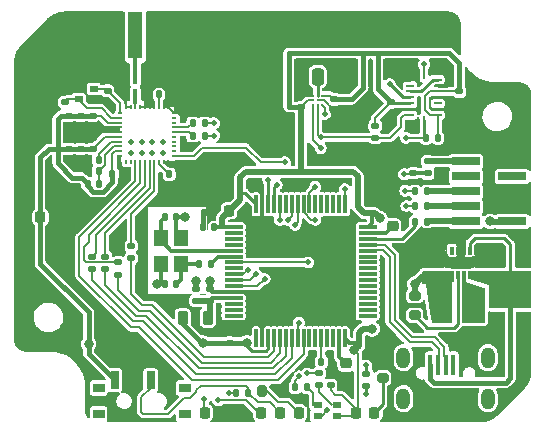
<source format=gbr>
%TF.GenerationSoftware,KiCad,Pcbnew,7.0.1*%
%TF.CreationDate,2024-02-15T14:19:22+01:00*%
%TF.ProjectId,stm32f405-sensorleap-v1,73746d33-3266-4343-9035-2d73656e736f,rev?*%
%TF.SameCoordinates,Original*%
%TF.FileFunction,Copper,L1,Top*%
%TF.FilePolarity,Positive*%
%FSLAX46Y46*%
G04 Gerber Fmt 4.6, Leading zero omitted, Abs format (unit mm)*
G04 Created by KiCad (PCBNEW 7.0.1) date 2024-02-15 14:19:22*
%MOMM*%
%LPD*%
G01*
G04 APERTURE LIST*
G04 Aperture macros list*
%AMRoundRect*
0 Rectangle with rounded corners*
0 $1 Rounding radius*
0 $2 $3 $4 $5 $6 $7 $8 $9 X,Y pos of 4 corners*
0 Add a 4 corners polygon primitive as box body*
4,1,4,$2,$3,$4,$5,$6,$7,$8,$9,$2,$3,0*
0 Add four circle primitives for the rounded corners*
1,1,$1+$1,$2,$3*
1,1,$1+$1,$4,$5*
1,1,$1+$1,$6,$7*
1,1,$1+$1,$8,$9*
0 Add four rect primitives between the rounded corners*
20,1,$1+$1,$2,$3,$4,$5,0*
20,1,$1+$1,$4,$5,$6,$7,0*
20,1,$1+$1,$6,$7,$8,$9,0*
20,1,$1+$1,$8,$9,$2,$3,0*%
G04 Aperture macros list end*
%TA.AperFunction,SMDPad,CuDef*%
%ADD10RoundRect,0.225000X0.225000X0.250000X-0.225000X0.250000X-0.225000X-0.250000X0.225000X-0.250000X0*%
%TD*%
%TA.AperFunction,SMDPad,CuDef*%
%ADD11RoundRect,0.140000X0.140000X0.170000X-0.140000X0.170000X-0.140000X-0.170000X0.140000X-0.170000X0*%
%TD*%
%TA.AperFunction,SMDPad,CuDef*%
%ADD12RoundRect,0.140000X0.170000X-0.140000X0.170000X0.140000X-0.170000X0.140000X-0.170000X-0.140000X0*%
%TD*%
%TA.AperFunction,SMDPad,CuDef*%
%ADD13RoundRect,0.140000X-0.140000X-0.170000X0.140000X-0.170000X0.140000X0.170000X-0.140000X0.170000X0*%
%TD*%
%TA.AperFunction,SMDPad,CuDef*%
%ADD14RoundRect,0.225000X-0.250000X0.225000X-0.250000X-0.225000X0.250000X-0.225000X0.250000X0.225000X0*%
%TD*%
%TA.AperFunction,SMDPad,CuDef*%
%ADD15RoundRect,0.225000X0.250000X-0.225000X0.250000X0.225000X-0.250000X0.225000X-0.250000X-0.225000X0*%
%TD*%
%TA.AperFunction,SMDPad,CuDef*%
%ADD16RoundRect,0.218750X0.218750X0.256250X-0.218750X0.256250X-0.218750X-0.256250X0.218750X-0.256250X0*%
%TD*%
%TA.AperFunction,SMDPad,CuDef*%
%ADD17R,0.800000X0.550000*%
%TD*%
%TA.AperFunction,SMDPad,CuDef*%
%ADD18RoundRect,0.218750X0.218750X0.381250X-0.218750X0.381250X-0.218750X-0.381250X0.218750X-0.381250X0*%
%TD*%
%TA.AperFunction,SMDPad,CuDef*%
%ADD19RoundRect,0.200000X0.275000X-0.200000X0.275000X0.200000X-0.275000X0.200000X-0.275000X-0.200000X0*%
%TD*%
%TA.AperFunction,SMDPad,CuDef*%
%ADD20RoundRect,0.135000X0.135000X0.185000X-0.135000X0.185000X-0.135000X-0.185000X0.135000X-0.185000X0*%
%TD*%
%TA.AperFunction,SMDPad,CuDef*%
%ADD21RoundRect,0.200000X0.200000X0.275000X-0.200000X0.275000X-0.200000X-0.275000X0.200000X-0.275000X0*%
%TD*%
%TA.AperFunction,SMDPad,CuDef*%
%ADD22RoundRect,0.135000X-0.185000X0.135000X-0.185000X-0.135000X0.185000X-0.135000X0.185000X0.135000X0*%
%TD*%
%TA.AperFunction,SMDPad,CuDef*%
%ADD23RoundRect,0.135000X0.185000X-0.135000X0.185000X0.135000X-0.185000X0.135000X-0.185000X-0.135000X0*%
%TD*%
%TA.AperFunction,SMDPad,CuDef*%
%ADD24RoundRect,0.135000X-0.135000X-0.185000X0.135000X-0.185000X0.135000X0.185000X-0.135000X0.185000X0*%
%TD*%
%TA.AperFunction,SMDPad,CuDef*%
%ADD25R,1.000000X0.800000*%
%TD*%
%TA.AperFunction,SMDPad,CuDef*%
%ADD26R,0.700000X1.500000*%
%TD*%
%TA.AperFunction,SMDPad,CuDef*%
%ADD27RoundRect,0.075000X-0.700000X-0.075000X0.700000X-0.075000X0.700000X0.075000X-0.700000X0.075000X0*%
%TD*%
%TA.AperFunction,SMDPad,CuDef*%
%ADD28RoundRect,0.075000X-0.075000X-0.700000X0.075000X-0.700000X0.075000X0.700000X-0.075000X0.700000X0*%
%TD*%
%TA.AperFunction,SMDPad,CuDef*%
%ADD29R,1.200000X1.400000*%
%TD*%
%TA.AperFunction,SMDPad,CuDef*%
%ADD30R,2.400000X0.740000*%
%TD*%
%TA.AperFunction,SMDPad,CuDef*%
%ADD31R,0.400000X1.800000*%
%TD*%
%TA.AperFunction,ComponentPad*%
%ADD32O,1.150000X1.800000*%
%TD*%
%TA.AperFunction,SMDPad,CuDef*%
%ADD33R,1.200000X2.300000*%
%TD*%
%TA.AperFunction,SMDPad,CuDef*%
%ADD34RoundRect,0.250000X0.375000X1.075000X-0.375000X1.075000X-0.375000X-1.075000X0.375000X-1.075000X0*%
%TD*%
%TA.AperFunction,SMDPad,CuDef*%
%ADD35R,0.675000X0.250000*%
%TD*%
%TA.AperFunction,SMDPad,CuDef*%
%ADD36R,0.250000X0.675000*%
%TD*%
%TA.AperFunction,SMDPad,CuDef*%
%ADD37RoundRect,0.087250X-0.087250X0.192750X-0.087250X-0.192750X0.087250X-0.192750X0.087250X0.192750X0*%
%TD*%
%TA.AperFunction,SMDPad,CuDef*%
%ADD38RoundRect,0.140000X-0.170000X0.140000X-0.170000X-0.140000X0.170000X-0.140000X0.170000X0.140000X0*%
%TD*%
%TA.AperFunction,SMDPad,CuDef*%
%ADD39R,2.300000X1.200000*%
%TD*%
%TA.AperFunction,SMDPad,CuDef*%
%ADD40R,0.400000X0.200000*%
%TD*%
%TA.AperFunction,SMDPad,CuDef*%
%ADD41R,0.200000X0.400000*%
%TD*%
%TA.AperFunction,SMDPad,CuDef*%
%ADD42R,0.685800X0.584200*%
%TD*%
%TA.AperFunction,SMDPad,CuDef*%
%ADD43RoundRect,0.147500X-0.147500X-0.172500X0.147500X-0.172500X0.147500X0.172500X-0.147500X0.172500X0*%
%TD*%
%TA.AperFunction,SMDPad,CuDef*%
%ADD44RoundRect,0.218750X-0.218750X-0.256250X0.218750X-0.256250X0.218750X0.256250X-0.218750X0.256250X0*%
%TD*%
%TA.AperFunction,SMDPad,CuDef*%
%ADD45C,0.269000*%
%TD*%
%TA.AperFunction,SMDPad,CuDef*%
%ADD46RoundRect,0.250000X-0.250000X-0.475000X0.250000X-0.475000X0.250000X0.475000X-0.250000X0.475000X0*%
%TD*%
%TA.AperFunction,SMDPad,CuDef*%
%ADD47R,1.500000X4.000000*%
%TD*%
%TA.AperFunction,SMDPad,CuDef*%
%ADD48R,1.300000X4.000000*%
%TD*%
%TA.AperFunction,SMDPad,CuDef*%
%ADD49R,0.300000X0.700000*%
%TD*%
%TA.AperFunction,SMDPad,CuDef*%
%ADD50R,1.700000X1.000000*%
%TD*%
%TA.AperFunction,ViaPad*%
%ADD51C,0.800000*%
%TD*%
%TA.AperFunction,ViaPad*%
%ADD52C,0.609600*%
%TD*%
%TA.AperFunction,ViaPad*%
%ADD53C,0.500000*%
%TD*%
%TA.AperFunction,Conductor*%
%ADD54C,0.500000*%
%TD*%
%TA.AperFunction,Conductor*%
%ADD55C,0.250000*%
%TD*%
%TA.AperFunction,Conductor*%
%ADD56C,0.200000*%
%TD*%
%TA.AperFunction,Conductor*%
%ADD57C,0.300000*%
%TD*%
%TA.AperFunction,Conductor*%
%ADD58C,0.400000*%
%TD*%
%TA.AperFunction,Conductor*%
%ADD59C,0.349300*%
%TD*%
%TA.AperFunction,Conductor*%
%ADD60C,0.600000*%
%TD*%
%TA.AperFunction,Conductor*%
%ADD61C,0.261112*%
%TD*%
G04 APERTURE END LIST*
D10*
%TO.P,C200,1*%
%TO.N,+3V3*%
X118288940Y-116973529D03*
%TO.P,C200,2*%
%TO.N,GND*%
X116738940Y-116973529D03*
%TD*%
D11*
%TO.P,C201,1*%
%TO.N,+3V3*%
X117013940Y-118373529D03*
%TO.P,C201,2*%
%TO.N,GND*%
X116053940Y-118373529D03*
%TD*%
D12*
%TO.P,C202,1*%
%TO.N,+3V3*%
X118361288Y-128148529D03*
%TO.P,C202,2*%
%TO.N,GND*%
X118361288Y-127188529D03*
%TD*%
D13*
%TO.P,C203,1*%
%TO.N,+3V3*%
X129308616Y-128148529D03*
%TO.P,C203,2*%
%TO.N,GND*%
X130268616Y-128148529D03*
%TD*%
D12*
%TO.P,C204,1*%
%TO.N,+3V3*%
X130403616Y-117193529D03*
%TO.P,C204,2*%
%TO.N,GND*%
X130403616Y-116233529D03*
%TD*%
D13*
%TO.P,C205,1*%
%TO.N,+3V3*%
X119233940Y-114773529D03*
%TO.P,C205,2*%
%TO.N,GND*%
X120193940Y-114773529D03*
%TD*%
D12*
%TO.P,C206,1*%
%TO.N,+3.3VA*%
X115503616Y-124578529D03*
%TO.P,C206,2*%
%TO.N,GND*%
X115503616Y-123618529D03*
%TD*%
%TO.P,C207,1*%
%TO.N,+3.3VA*%
X116653616Y-124578529D03*
%TO.P,C207,2*%
%TO.N,GND*%
X116653616Y-123618529D03*
%TD*%
D14*
%TO.P,C208,1*%
%TO.N,Net-(U200-VCAP_1)*%
X128200000Y-129898529D03*
%TO.P,C208,2*%
%TO.N,GND*%
X128200000Y-131448529D03*
%TD*%
D15*
%TO.P,C209,1*%
%TO.N,Net-(U200-VCAP_2)*%
X132153616Y-118286029D03*
%TO.P,C209,2*%
%TO.N,GND*%
X132153616Y-116736029D03*
%TD*%
D13*
%TO.P,C210,1*%
%TO.N,HSE_IN*%
X112873616Y-117498529D03*
%TO.P,C210,2*%
%TO.N,GND*%
X113833616Y-117498529D03*
%TD*%
D11*
%TO.P,C211,1*%
%TO.N,Net-(C211-Pad1)*%
X113833616Y-123198529D03*
%TO.P,C211,2*%
%TO.N,GND*%
X112873616Y-123198529D03*
%TD*%
D12*
%TO.P,C212,1*%
%TO.N,+3V3*%
X126900000Y-131708529D03*
%TO.P,C212,2*%
%TO.N,GND*%
X126900000Y-130748529D03*
%TD*%
%TO.P,C400,1*%
%TO.N,NRST*%
X133908940Y-113788529D03*
%TO.P,C400,2*%
%TO.N,GND*%
X133908940Y-112828529D03*
%TD*%
D16*
%TO.P,D102,1,K*%
%TO.N,Net-(D102-K)*%
X130601440Y-134073529D03*
%TO.P,D102,2,A*%
%TO.N,+3V3*%
X129026440Y-134073529D03*
%TD*%
%TO.P,D200,1,K*%
%TO.N,Net-(D200-K)*%
X124201440Y-134073529D03*
%TO.P,D200,2,A*%
%TO.N,Net-(D200-A)*%
X122626440Y-134073529D03*
%TD*%
D17*
%TO.P,D201,1,RK*%
%TO.N,Net-(D201-RK)*%
X125813940Y-134323529D03*
%TO.P,D201,2,GK*%
%TO.N,Net-(D201-GK)*%
X125813940Y-133423529D03*
%TO.P,D201,3,BK*%
%TO.N,Net-(D201-BK)*%
X127413940Y-133423529D03*
%TO.P,D201,4,A*%
%TO.N,+3V3*%
X127413940Y-134323529D03*
%TD*%
D18*
%TO.P,FB200,1*%
%TO.N,+3.3VA*%
X116500000Y-126048529D03*
%TO.P,FB200,2*%
%TO.N,+3V3*%
X114375000Y-126048529D03*
%TD*%
D19*
%TO.P,R105,1*%
%TO.N,Net-(D102-K)*%
X131313940Y-131123529D03*
%TO.P,R105,2*%
%TO.N,GND*%
X131313940Y-129473529D03*
%TD*%
D20*
%TO.P,R200,1*%
%TO.N,HSE_OUT*%
X116778616Y-121448529D03*
%TO.P,R200,2*%
%TO.N,Net-(C211-Pad1)*%
X115758616Y-121448529D03*
%TD*%
%TO.P,R201,1*%
%TO.N,Net-(D200-A)*%
X119913940Y-132373529D03*
%TO.P,R201,2*%
%TO.N,BOOT0*%
X118893940Y-132373529D03*
%TD*%
D21*
%TO.P,R202,1*%
%TO.N,GND*%
X122713940Y-132223529D03*
%TO.P,R202,2*%
%TO.N,Net-(D200-K)*%
X121063940Y-132223529D03*
%TD*%
D20*
%TO.P,R203,1*%
%TO.N,BOOT1*%
X126120000Y-129748529D03*
%TO.P,R203,2*%
%TO.N,GND*%
X125100000Y-129748529D03*
%TD*%
%TO.P,R204,1*%
%TO.N,+3V3*%
X135971440Y-110794529D03*
%TO.P,R204,2*%
%TO.N,I2C1_SCL*%
X134951440Y-110794529D03*
%TD*%
D22*
%TO.P,R205,1*%
%TO.N,+3V3*%
X130661440Y-109774529D03*
%TO.P,R205,2*%
%TO.N,I2C1_SDA*%
X130661440Y-110794529D03*
%TD*%
D23*
%TO.P,R206,1*%
%TO.N,Net-(D201-RK)*%
X129913940Y-131793529D03*
%TO.P,R206,2*%
%TO.N,TIM3_CH1*%
X129913940Y-130773529D03*
%TD*%
D20*
%TO.P,R207,1*%
%TO.N,Net-(D201-GK)*%
X124913940Y-131923529D03*
%TO.P,R207,2*%
%TO.N,TIM3_CH2*%
X123893940Y-131923529D03*
%TD*%
D23*
%TO.P,R208,1*%
%TO.N,Net-(D201-BK)*%
X125913940Y-131748529D03*
%TO.P,R208,2*%
%TO.N,TIM4_CH1*%
X125913940Y-130728529D03*
%TD*%
D24*
%TO.P,R400,1*%
%TO.N,SWDIO*%
X134063940Y-117883529D03*
%TO.P,R400,2*%
%TO.N,Net-(J401-Pin_2)*%
X135083940Y-117883529D03*
%TD*%
%TO.P,R401,1*%
%TO.N,SWCLK*%
X134063940Y-116583529D03*
%TO.P,R401,2*%
%TO.N,Net-(J401-Pin_4)*%
X135083940Y-116583529D03*
%TD*%
%TO.P,R402,1*%
%TO.N,SWO*%
X134048940Y-115333529D03*
%TO.P,R402,2*%
%TO.N,Net-(J401-Pin_6)*%
X135068940Y-115333529D03*
%TD*%
D23*
%TO.P,R403,1*%
%TO.N,NRST*%
X135108940Y-113818529D03*
%TO.P,R403,2*%
%TO.N,Net-(J401-Pin_10)*%
X135108940Y-112798529D03*
%TD*%
D25*
%TO.P,SW200,*%
%TO.N,*%
X107250000Y-131973529D03*
X107250000Y-134183529D03*
X114550000Y-131973529D03*
X114550000Y-134183529D03*
D26*
%TO.P,SW200,1,A*%
%TO.N,+3V3*%
X108650000Y-131323529D03*
%TO.P,SW200,2,B*%
%TO.N,Net-(D200-A)*%
X111650000Y-131323529D03*
%TO.P,SW200,3,C*%
%TO.N,GND*%
X113150000Y-131323529D03*
%TD*%
D27*
%TO.P,U200,1,VBAT*%
%TO.N,+3V3*%
X118678616Y-118348529D03*
%TO.P,U200,2,PC13*%
%TO.N,unconnected-(U200-PC13-Pad2)*%
X118678616Y-118848529D03*
%TO.P,U200,3,PC14*%
%TO.N,unconnected-(U200-PC14-Pad3)*%
X118678616Y-119348529D03*
%TO.P,U200,4,PC15*%
%TO.N,unconnected-(U200-PC15-Pad4)*%
X118678616Y-119848529D03*
%TO.P,U200,5,PH0*%
%TO.N,HSE_IN*%
X118678616Y-120348529D03*
%TO.P,U200,6,PH1*%
%TO.N,HSE_OUT*%
X118678616Y-120848529D03*
%TO.P,U200,7,NRST*%
%TO.N,NRST*%
X118678616Y-121348529D03*
%TO.P,U200,8,PC0*%
%TO.N,unconnected-(U200-PC0-Pad8)*%
X118678616Y-121848529D03*
%TO.P,U200,9,PC1*%
%TO.N,IRQ_MM350*%
X118678616Y-122348529D03*
%TO.P,U200,10,PC2*%
%TO.N,INT_GYR*%
X118678616Y-122848529D03*
%TO.P,U200,11,PC3*%
%TO.N,INT_ACC*%
X118678616Y-123348529D03*
%TO.P,U200,12,VSSA*%
%TO.N,GND*%
X118678616Y-123848529D03*
%TO.P,U200,13,VDDA*%
%TO.N,+3.3VA*%
X118678616Y-124348529D03*
%TO.P,U200,14,PA0*%
%TO.N,unconnected-(U200-PA0-Pad14)*%
X118678616Y-124848529D03*
%TO.P,U200,15,PA1*%
%TO.N,unconnected-(U200-PA1-Pad15)*%
X118678616Y-125348529D03*
%TO.P,U200,16,PA2*%
%TO.N,unconnected-(U200-PA2-Pad16)*%
X118678616Y-125848529D03*
D28*
%TO.P,U200,17,PA3*%
%TO.N,unconnected-(U200-PA3-Pad17)*%
X120603616Y-127773529D03*
%TO.P,U200,18,VSS*%
%TO.N,GND*%
X121103616Y-127773529D03*
%TO.P,U200,19,VDD*%
%TO.N,+3V3*%
X121603616Y-127773529D03*
%TO.P,U200,20,PA4*%
%TO.N,SPI1_!CS_ACC*%
X122103616Y-127773529D03*
%TO.P,U200,21,PA5*%
%TO.N,SPI1_SCK*%
X122603616Y-127773529D03*
%TO.P,U200,22,PA6*%
%TO.N,SPI1_MISO*%
X123103616Y-127773529D03*
%TO.P,U200,23,PA7*%
%TO.N,SPI1_MOSI*%
X123603616Y-127773529D03*
%TO.P,U200,24,PC4*%
%TO.N,IRQ_DW*%
X124103616Y-127773529D03*
%TO.P,U200,25,PC5*%
%TO.N,RST_DW*%
X124603616Y-127773529D03*
%TO.P,U200,26,PB0*%
%TO.N,unconnected-(U200-PB0-Pad26)*%
X125103616Y-127773529D03*
%TO.P,U200,27,PB1*%
%TO.N,unconnected-(U200-PB1-Pad27)*%
X125603616Y-127773529D03*
%TO.P,U200,28,PB2*%
%TO.N,BOOT1*%
X126103616Y-127773529D03*
%TO.P,U200,29,PB10*%
%TO.N,unconnected-(U200-PB10-Pad29)*%
X126603616Y-127773529D03*
%TO.P,U200,30,PB11*%
%TO.N,unconnected-(U200-PB11-Pad30)*%
X127103616Y-127773529D03*
%TO.P,U200,31,VCAP_1*%
%TO.N,Net-(U200-VCAP_1)*%
X127603616Y-127773529D03*
%TO.P,U200,32,VDD*%
%TO.N,+3V3*%
X128103616Y-127773529D03*
D27*
%TO.P,U200,33,PB12*%
%TO.N,unconnected-(U200-PB12-Pad33)*%
X130028616Y-125848529D03*
%TO.P,U200,34,PB13*%
%TO.N,unconnected-(U200-PB13-Pad34)*%
X130028616Y-125348529D03*
%TO.P,U200,35,PB14*%
%TO.N,unconnected-(U200-PB14-Pad35)*%
X130028616Y-124848529D03*
%TO.P,U200,36,PB15*%
%TO.N,unconnected-(U200-PB15-Pad36)*%
X130028616Y-124348529D03*
%TO.P,U200,37,PC6*%
%TO.N,unconnected-(U200-PC6-Pad37)*%
X130028616Y-123848529D03*
%TO.P,U200,38,PC7*%
%TO.N,unconnected-(U200-PC7-Pad38)*%
X130028616Y-123348529D03*
%TO.P,U200,39,PC8*%
%TO.N,unconnected-(U200-PC8-Pad39)*%
X130028616Y-122848529D03*
%TO.P,U200,40,PC9*%
%TO.N,unconnected-(U200-PC9-Pad40)*%
X130028616Y-122348529D03*
%TO.P,U200,41,PA8*%
%TO.N,unconnected-(U200-PA8-Pad41)*%
X130028616Y-121848529D03*
%TO.P,U200,42,PA9*%
%TO.N,unconnected-(U200-PA9-Pad42)*%
X130028616Y-121348529D03*
%TO.P,U200,43,PA10*%
%TO.N,unconnected-(U200-PA10-Pad43)*%
X130028616Y-120848529D03*
%TO.P,U200,44,PA11*%
%TO.N,USB_D-*%
X130028616Y-120348529D03*
%TO.P,U200,45,PA12*%
%TO.N,USB_D+*%
X130028616Y-119848529D03*
%TO.P,U200,46,PA13*%
%TO.N,SWDIO*%
X130028616Y-119348529D03*
%TO.P,U200,47,VCAP_2*%
%TO.N,Net-(U200-VCAP_2)*%
X130028616Y-118848529D03*
%TO.P,U200,48,VDD*%
%TO.N,+3V3*%
X130028616Y-118348529D03*
D28*
%TO.P,U200,49,PA14*%
%TO.N,SWCLK*%
X128103616Y-116423529D03*
%TO.P,U200,50,PA15*%
%TO.N,SPI3_!CS*%
X127603616Y-116423529D03*
%TO.P,U200,51,PC10*%
%TO.N,SPI3_SCK*%
X127103616Y-116423529D03*
%TO.P,U200,52,PC11*%
%TO.N,SPI3_MISO*%
X126603616Y-116423529D03*
%TO.P,U200,53,PC12*%
%TO.N,SPI3_MOSI*%
X126103616Y-116423529D03*
%TO.P,U200,54,PD2*%
%TO.N,unconnected-(U200-PD2-Pad54)*%
X125603616Y-116423529D03*
%TO.P,U200,55,PB3*%
%TO.N,SWO*%
X125103616Y-116423529D03*
%TO.P,U200,56,PB4*%
%TO.N,TIM3_CH1*%
X124603616Y-116423529D03*
%TO.P,U200,57,PB5*%
%TO.N,TIM3_CH2*%
X124103616Y-116423529D03*
%TO.P,U200,58,PB6*%
%TO.N,TIM4_CH1*%
X123603616Y-116423529D03*
%TO.P,U200,59,PB7*%
%TO.N,unconnected-(U200-PB7-Pad59)*%
X123103616Y-116423529D03*
%TO.P,U200,60,BOOT0*%
%TO.N,BOOT0*%
X122603616Y-116423529D03*
%TO.P,U200,61,PB8*%
%TO.N,I2C1_SCL*%
X122103616Y-116423529D03*
%TO.P,U200,62,PB9*%
%TO.N,I2C1_SDA*%
X121603616Y-116423529D03*
%TO.P,U200,63,VSS*%
%TO.N,GND*%
X121103616Y-116423529D03*
%TO.P,U200,64,VDD*%
%TO.N,+3V3*%
X120603616Y-116423529D03*
%TD*%
D29*
%TO.P,Y200,1,1*%
%TO.N,HSE_IN*%
X112503616Y-119248529D03*
%TO.P,Y200,2,2*%
%TO.N,GND*%
X112503616Y-121448529D03*
%TO.P,Y200,3,3*%
%TO.N,Net-(C211-Pad1)*%
X114203616Y-121448529D03*
%TO.P,Y200,4,4*%
%TO.N,GND*%
X114203616Y-119248529D03*
%TD*%
D30*
%TO.P,J401,1,Pin_1*%
%TO.N,+3V3*%
X142258940Y-117873529D03*
%TO.P,J401,2,Pin_2*%
%TO.N,Net-(J401-Pin_2)*%
X138358940Y-117873529D03*
%TO.P,J401,3,Pin_3*%
%TO.N,GND*%
X142258940Y-116603529D03*
%TO.P,J401,4,Pin_4*%
%TO.N,Net-(J401-Pin_4)*%
X138358940Y-116603529D03*
%TO.P,J401,5,Pin_5*%
%TO.N,GND*%
X142258940Y-115333529D03*
%TO.P,J401,6,Pin_6*%
%TO.N,Net-(J401-Pin_6)*%
X138358940Y-115333529D03*
%TO.P,J401,7,Pin_7*%
%TO.N,unconnected-(J401-Pin_7-Pad7)*%
X142258940Y-114063529D03*
%TO.P,J401,8,Pin_8*%
%TO.N,unconnected-(J401-Pin_8-Pad8)*%
X138358940Y-114063529D03*
%TO.P,J401,9,Pin_9*%
%TO.N,GND*%
X142258940Y-112793529D03*
%TO.P,J401,10,Pin_10*%
%TO.N,Net-(J401-Pin_10)*%
X138358940Y-112793529D03*
%TD*%
D31*
%TO.P,J402,1,VBUS*%
%TO.N,+5V*%
X135325000Y-130036029D03*
%TO.P,J402,2,D-*%
%TO.N,USB_D-*%
X135975000Y-130036029D03*
%TO.P,J402,3,D+*%
%TO.N,USB_D+*%
X136625000Y-130036029D03*
%TO.P,J402,4,ID*%
%TO.N,unconnected-(J402-ID-Pad4)*%
X137275000Y-130036029D03*
%TO.P,J402,5,GND*%
%TO.N,GND*%
X137925000Y-130036029D03*
D32*
%TO.P,J402,6,Shield*%
%TO.N,unconnected-(J402-Shield-Pad6)*%
X133050000Y-129416029D03*
X133050000Y-132886029D03*
X140200000Y-129416029D03*
X140200000Y-132886029D03*
%TD*%
D33*
%TO.P,MP2,1,1*%
%TO.N,GND*%
X102400000Y-107403529D03*
%TD*%
D34*
%TO.P,L1,1,1*%
%TO.N,Net-(U301-SW)*%
X139013940Y-124898529D03*
%TO.P,L1,2,2*%
%TO.N,+3V3*%
X136213940Y-124898529D03*
%TD*%
D35*
%TO.P,U2,1,INT2*%
%TO.N,Net-(U2-INT2)*%
X135960440Y-105873529D03*
%TO.P,U2,2,NC*%
%TO.N,GND*%
X135960440Y-106373529D03*
%TO.P,U2,3,VDD*%
%TO.N,+3V3*%
X135960440Y-106873529D03*
%TO.P,U2,4,GNDA*%
%TO.N,GND*%
X135960440Y-107373529D03*
%TO.P,U2,5,CSB2*%
%TO.N,unconnected-(U2-CSB2-Pad5)*%
X135960440Y-107873529D03*
%TO.P,U2,6,GNDIO*%
%TO.N,GND*%
X135960440Y-108373529D03*
%TO.P,U2,7,PS*%
%TO.N,+3V3*%
X135960440Y-108873529D03*
D36*
%TO.P,U2,8,SCL/SCK*%
%TO.N,I2C1_SCL*%
X134795440Y-109288529D03*
D35*
%TO.P,U2,9,SDA/SDI*%
%TO.N,I2C1_SDA*%
X133630440Y-108873529D03*
%TO.P,U2,10,SDO2*%
%TO.N,GND*%
X133630440Y-108373529D03*
%TO.P,U2,11,VDDIO*%
%TO.N,+3V3*%
X133630440Y-107873529D03*
%TO.P,U2,12,INT3*%
%TO.N,INT_GYR*%
X133630440Y-107373529D03*
%TO.P,U2,13,INT4*%
%TO.N,Net-(U2-INT2)*%
X133630440Y-106873529D03*
%TO.P,U2,14,CSB1*%
%TO.N,unconnected-(U2-CSB1-Pad14)*%
X133630440Y-106373529D03*
%TO.P,U2,15,SDO1*%
%TO.N,GND*%
X133630440Y-105873529D03*
D36*
%TO.P,U2,16,INT1*%
%TO.N,INT_ACC*%
X134795440Y-105458529D03*
%TD*%
D24*
%TO.P,R6,1*%
%TO.N,Net-(U1-GPIO2{slash}RXLED)*%
X115203940Y-110617529D03*
%TO.P,R6,2*%
%TO.N,Net-(D1-A)*%
X116223940Y-110617529D03*
%TD*%
D33*
%TO.P,MP3,1,1*%
%TO.N,GND*%
X117400000Y-113603529D03*
%TD*%
D13*
%TO.P,C4,1*%
%TO.N,+3V3*%
X108420000Y-113873529D03*
%TO.P,C4,2*%
%TO.N,GND*%
X109380000Y-113873529D03*
%TD*%
D12*
%TO.P,C18,1*%
%TO.N,+3V3*%
X124397500Y-108199529D03*
%TO.P,C18,2*%
%TO.N,GND*%
X124397500Y-107239529D03*
%TD*%
D37*
%TO.P,C10,1*%
%TO.N,RF1*%
X110360000Y-105993529D03*
%TO.P,C10,2*%
%TO.N,Net-(U1-RF1)*%
X110360000Y-106953529D03*
%TD*%
D22*
%TO.P,R3,1*%
%TO.N,Net-(U1-SPICSn)*%
X110013940Y-119953529D03*
%TO.P,R3,2*%
%TO.N,SPI1_!CS_ACC*%
X110013940Y-120973529D03*
%TD*%
D11*
%TO.P,C7,1*%
%TO.N,GND*%
X114190000Y-113873529D03*
%TO.P,C7,2*%
%TO.N,Net-(U1-VIO_D)*%
X113230000Y-113873529D03*
%TD*%
D38*
%TO.P,C9,1*%
%TO.N,DW_XT1*%
X108017499Y-106811729D03*
%TO.P,C9,2*%
%TO.N,GND*%
X108017499Y-107771729D03*
%TD*%
%TO.P,C8,1*%
%TO.N,+3V3*%
X106734000Y-108923529D03*
%TO.P,C8,2*%
%TO.N,GND*%
X106734000Y-109883529D03*
%TD*%
D12*
%TO.P,C14,1*%
%TO.N,+3V3*%
X104734000Y-111733529D03*
%TO.P,C14,2*%
%TO.N,GND*%
X104734000Y-110773529D03*
%TD*%
D11*
%TO.P,C5,1*%
%TO.N,Net-(U1-VDD2a)*%
X107240000Y-113643529D03*
%TO.P,C5,2*%
%TO.N,GND*%
X106280000Y-113643529D03*
%TD*%
D38*
%TO.P,C16,1*%
%TO.N,+3V3*%
X131995440Y-107793529D03*
%TO.P,C16,2*%
%TO.N,GND*%
X131995440Y-108753529D03*
%TD*%
D12*
%TO.P,C15,1*%
%TO.N,GND*%
X137795440Y-107833529D03*
%TO.P,C15,2*%
%TO.N,+3V3*%
X137795440Y-106873529D03*
%TD*%
%TO.P,C13,1*%
%TO.N,+3V3*%
X105734000Y-111733529D03*
%TO.P,C13,2*%
%TO.N,GND*%
X105734000Y-110773529D03*
%TD*%
D24*
%TO.P,R7,1*%
%TO.N,Net-(U1-GPIO3{slash}TXLED)*%
X115203940Y-109567529D03*
%TO.P,R7,2*%
%TO.N,Net-(D2-A)*%
X116223940Y-109567529D03*
%TD*%
D38*
%TO.P,C6,1*%
%TO.N,+3V3*%
X105734000Y-108913529D03*
%TO.P,C6,2*%
%TO.N,GND*%
X105734000Y-109873529D03*
%TD*%
D15*
%TO.P,C302,1*%
%TO.N,+3V3*%
X135663940Y-122498529D03*
%TO.P,C302,2*%
%TO.N,GND*%
X135663940Y-120948529D03*
%TD*%
D39*
%TO.P,MP1,1,1*%
%TO.N,GND*%
X115500000Y-105503529D03*
%TD*%
D15*
%TO.P,C301,1*%
%TO.N,+5V*%
X140563940Y-122498529D03*
%TO.P,C301,2*%
%TO.N,GND*%
X140563940Y-120948529D03*
%TD*%
D40*
%TO.P,U1,1,IRQ*%
%TO.N,IRQ_DW*%
X113666000Y-112317529D03*
%TO.P,U1,2,GPIO6/SPIPHA*%
%TO.N,unconnected-(U1-GPIO6{slash}SPIPHA-Pad2)*%
X113666000Y-111917529D03*
%TO.P,U1,3,GPIO0/RXOKLED*%
%TO.N,unconnected-(U1-GPIO0{slash}RXOKLED-Pad3)*%
X113666000Y-111517529D03*
%TO.P,U1,4,GPIO1/SFDLED*%
%TO.N,unconnected-(U1-GPIO1{slash}SFDLED-Pad4)*%
X113666000Y-111117529D03*
%TO.P,U1,5,GPIO5/SPIPOL*%
%TO.N,unconnected-(U1-GPIO5{slash}SPIPOL-Pad5)*%
X113666000Y-110717529D03*
%TO.P,U1,6,GPIO2/RXLED*%
%TO.N,Net-(U1-GPIO2{slash}RXLED)*%
X113666000Y-110317529D03*
%TO.P,U1,7,GPIO3/TXLED*%
%TO.N,Net-(U1-GPIO3{slash}TXLED)*%
X113666000Y-109917529D03*
%TO.P,U1,8,GPIO4/EXTPA*%
%TO.N,unconnected-(U1-GPIO4{slash}EXTPA-Pad8)*%
X113666000Y-109517529D03*
%TO.P,U1,9,GPIO07/SYNC*%
%TO.N,unconnected-(U1-GPIO07{slash}SYNC-Pad9)*%
X113666000Y-109117529D03*
%TO.P,U1,10,GND*%
%TO.N,GND*%
X113666000Y-108717529D03*
D41*
%TO.P,U1,11,GND*%
X113166000Y-108217529D03*
%TO.P,U1,12,GND*%
X112766000Y-108217529D03*
%TO.P,U1,13,RF2*%
%TO.N,Net-(U1-RF2)*%
X112366000Y-108217529D03*
%TO.P,U1,14,GND*%
%TO.N,GND*%
X111966000Y-108217529D03*
%TO.P,U1,15,GND*%
X111566000Y-108217529D03*
%TO.P,U1,16,GND*%
X111166000Y-108217529D03*
%TO.P,U1,17,GND*%
X110766000Y-108217529D03*
%TO.P,U1,18,RF1*%
%TO.N,Net-(U1-RF1)*%
X110366000Y-108217529D03*
%TO.P,U1,19,GND*%
%TO.N,GND*%
X109966000Y-108217529D03*
%TO.P,U1,20,GND*%
X109566000Y-108217529D03*
D40*
%TO.P,U1,21,XTI*%
%TO.N,DW_XT1*%
X109066000Y-108717529D03*
%TO.P,U1,22,XTO*%
%TO.N,DW_XT0*%
X109066000Y-109117529D03*
%TO.P,U1,23,VDD2b*%
%TO.N,+3V3*%
X109066000Y-109517529D03*
%TO.P,U1,24,VSS2*%
%TO.N,GND*%
X109066000Y-109917529D03*
%TO.P,U1,25,VSS3*%
X109066000Y-110317529D03*
%TO.P,U1,26,VDD3*%
%TO.N,+3V3*%
X109066000Y-110717529D03*
%TO.P,U1,27,VTX_D*%
%TO.N,Net-(U1-VTX_D)*%
X109066000Y-111117529D03*
%TO.P,U1,28,VDD2a*%
%TO.N,Net-(U1-VDD2a)*%
X109066000Y-111517529D03*
%TO.P,U1,29,VDD1*%
%TO.N,+3V3*%
X109066000Y-111917529D03*
%TO.P,U1,30,VSS1*%
%TO.N,GND*%
X109066000Y-112317529D03*
D41*
%TO.P,U1,31,EXTON*%
%TO.N,unconnected-(U1-EXTON-Pad31)*%
X109566000Y-112817529D03*
%TO.P,U1,32,WAKEUP*%
%TO.N,unconnected-(U1-WAKEUP-Pad32)*%
X109966000Y-112817529D03*
%TO.P,U1,33,RSTn*%
%TO.N,RST_DW*%
X110366000Y-112817529D03*
%TO.P,U1,34,SPICLK*%
%TO.N,Net-(U1-SPICLK)*%
X110766000Y-112817529D03*
%TO.P,U1,35,SPIMOSI*%
%TO.N,Net-(U1-SPIMOSI)*%
X111166000Y-112817529D03*
%TO.P,U1,36,SPIMISO*%
%TO.N,Net-(U1-SPIMISO)*%
X111566000Y-112817529D03*
%TO.P,U1,37,SPICSn*%
%TO.N,Net-(U1-SPICSn)*%
X111966000Y-112817529D03*
%TO.P,U1,38,VIO_D*%
%TO.N,Net-(U1-VIO_D)*%
X112366000Y-112817529D03*
%TO.P,U1,39,VSS*%
%TO.N,GND*%
X112766000Y-112817529D03*
%TO.P,U1,40,VSS*%
X113166000Y-112817529D03*
%TD*%
D20*
%TO.P,R5,1*%
%TO.N,GND*%
X113370000Y-107127529D03*
%TO.P,R5,2*%
%TO.N,Net-(U1-RF2)*%
X112350000Y-107127529D03*
%TD*%
D38*
%TO.P,C2,1*%
%TO.N,+3V3*%
X104734000Y-108913529D03*
%TO.P,C2,2*%
%TO.N,GND*%
X104734000Y-109873529D03*
%TD*%
D42*
%TO.P,X1,1,X1*%
%TO.N,DW_XT0*%
X105562501Y-107535329D03*
%TO.P,X1,2,GND*%
%TO.N,GND*%
X106837499Y-107535329D03*
%TO.P,X1,3,X2*%
%TO.N,DW_XT1*%
X106837499Y-106671729D03*
%TO.P,X1,4,GND*%
%TO.N,GND*%
X105562501Y-106671729D03*
%TD*%
D12*
%TO.P,C3,1*%
%TO.N,DW_XT0*%
X104377499Y-107771729D03*
%TO.P,C3,2*%
%TO.N,GND*%
X104377499Y-106811729D03*
%TD*%
D43*
%TO.P,FB1,1*%
%TO.N,+3V3*%
X106315000Y-114673529D03*
%TO.P,FB1,2*%
%TO.N,Net-(U1-VDD2a)*%
X107285000Y-114673529D03*
%TD*%
D39*
%TO.P,MP4,1,1*%
%TO.N,GND*%
X104300000Y-115503529D03*
%TD*%
D44*
%TO.P,D2,1,K*%
%TO.N,GND*%
X119426440Y-134073529D03*
%TO.P,D2,2,A*%
%TO.N,Net-(D2-A)*%
X121001440Y-134073529D03*
%TD*%
D12*
%TO.P,C12,1*%
%TO.N,+3V3*%
X106734000Y-111733529D03*
%TO.P,C12,2*%
%TO.N,GND*%
X106734000Y-110773529D03*
%TD*%
D45*
%TO.P,U3,A1,INT*%
%TO.N,IRQ_MM350*%
X126197500Y-108019529D03*
%TO.P,U3,A2,SDA*%
%TO.N,I2C1_SDA*%
X125797500Y-108019529D03*
%TO.P,U3,A3,SCK*%
%TO.N,I2C1_SCL*%
X125397500Y-108019529D03*
%TO.P,U3,B1,GND*%
%TO.N,GND*%
X126197500Y-107619529D03*
%TO.P,U3,B2,ADSEL*%
X125797500Y-107619529D03*
%TO.P,U3,B3,VDDIO*%
%TO.N,+3V3*%
X125397500Y-107619529D03*
%TO.P,U3,C1,VDD*%
X126197500Y-107219529D03*
%TO.P,U3,C2,CRST*%
%TO.N,Net-(U3-CRST)*%
X125797500Y-107219529D03*
%TO.P,U3,C3,BYPASS*%
%TO.N,GND*%
X125397500Y-107219529D03*
%TD*%
D38*
%TO.P,C19,1*%
%TO.N,+3V3*%
X127197500Y-107539529D03*
%TO.P,C19,2*%
%TO.N,GND*%
X127197500Y-108499529D03*
%TD*%
D22*
%TO.P,R2,1*%
%TO.N,Net-(U1-SPICLK)*%
X108913940Y-121353529D03*
%TO.P,R2,2*%
%TO.N,SPI1_SCK*%
X108913940Y-122373529D03*
%TD*%
D19*
%TO.P,R301,1*%
%TO.N,Net-(U301-PG)*%
X134013940Y-125823529D03*
%TO.P,R301,2*%
%TO.N,+3V3*%
X134013940Y-124173529D03*
%TD*%
D10*
%TO.P,C1,1*%
%TO.N,GND*%
X103863940Y-117523529D03*
%TO.P,C1,2*%
%TO.N,+3V3*%
X102313940Y-117523529D03*
%TD*%
D46*
%TO.P,C20,1*%
%TO.N,Net-(U3-CRST)*%
X125797500Y-105619529D03*
%TO.P,C20,2*%
%TO.N,GND*%
X127697500Y-105619529D03*
%TD*%
D47*
%TO.P,J1,1,1*%
%TO.N,GND*%
X107600000Y-102117529D03*
D48*
%TO.P,J1,2,2*%
%TO.N,RF1*%
X110360000Y-102117529D03*
D47*
%TO.P,J1,3,3*%
%TO.N,GND*%
X113200000Y-102117529D03*
%TD*%
D22*
%TO.P,R4,1*%
%TO.N,Net-(U1-SPIMOSI)*%
X106713940Y-120853529D03*
%TO.P,R4,2*%
%TO.N,SPI1_MOSI*%
X106713940Y-121873529D03*
%TD*%
%TO.P,R1,1*%
%TO.N,Net-(U1-SPIMISO)*%
X107813940Y-120853529D03*
%TO.P,R1,2*%
%TO.N,SPI1_MISO*%
X107813940Y-121873529D03*
%TD*%
D16*
%TO.P,D1,1,K*%
%TO.N,GND*%
X117801440Y-134073529D03*
%TO.P,D1,2,A*%
%TO.N,Net-(D1-A)*%
X116226440Y-134073529D03*
%TD*%
D11*
%TO.P,C11,1*%
%TO.N,Net-(U1-VTX_D)*%
X107240000Y-112673529D03*
%TO.P,C11,2*%
%TO.N,GND*%
X106280000Y-112673529D03*
%TD*%
D49*
%TO.P,U301,1,EN*%
%TO.N,+5V*%
X138663940Y-120348529D03*
%TO.P,U301,2,GND*%
%TO.N,GND*%
X138163940Y-120348529D03*
%TO.P,U301,3,MODE*%
X137663940Y-120348529D03*
%TO.P,U301,4,FB*%
%TO.N,unconnected-(U301-FB-Pad4)*%
X137163940Y-120348529D03*
%TO.P,U301,5,VOS*%
%TO.N,+3V3*%
X137163940Y-122448529D03*
%TO.P,U301,6,PG*%
%TO.N,Net-(U301-PG)*%
X137663940Y-122448529D03*
%TO.P,U301,7,SW*%
%TO.N,Net-(U301-SW)*%
X138163940Y-122448529D03*
%TO.P,U301,8,VIN*%
%TO.N,+5V*%
X138663940Y-122448529D03*
D50*
%TO.P,U301,9,GND*%
%TO.N,GND*%
X137913940Y-121398529D03*
%TD*%
D51*
%TO.N,GND*%
X131200000Y-128148529D03*
X132113940Y-115773529D03*
X116653616Y-122923529D03*
X115503616Y-122923529D03*
X114528616Y-117498529D03*
X133908940Y-112123529D03*
D52*
X111113940Y-122248529D03*
X111113940Y-121248529D03*
X111113940Y-120248529D03*
X111113940Y-119248529D03*
X111113940Y-118248529D03*
X111113940Y-117248529D03*
X112153616Y-116248529D03*
X113153616Y-116248529D03*
X114153616Y-116248529D03*
X115153616Y-116248529D03*
X112153616Y-124323529D03*
X113153616Y-124323529D03*
X114153616Y-124323529D03*
D53*
X128513940Y-132273529D03*
X137799440Y-108969529D03*
X111590000Y-107053529D03*
X123513940Y-114973529D03*
X140597880Y-116658529D03*
X102890000Y-110573529D03*
X112690000Y-111173529D03*
X108400000Y-103717529D03*
X103000000Y-102200000D03*
X140513940Y-127273529D03*
X112400000Y-100517529D03*
X121513940Y-104273529D03*
X109130000Y-105253529D03*
X121013940Y-114973529D03*
D51*
X135613940Y-119698529D03*
D53*
X109990000Y-112073529D03*
X109990000Y-111173529D03*
X103913940Y-120723529D03*
X109513940Y-129273529D03*
X131800000Y-133900000D03*
X111090000Y-105553529D03*
X114000000Y-101317529D03*
X109130000Y-104653529D03*
X105490000Y-113073529D03*
X109630000Y-107353529D03*
X108400000Y-101317529D03*
X107000000Y-105173529D03*
D51*
X141000000Y-120100000D03*
D53*
X136300000Y-102200000D03*
X124397500Y-106419529D03*
X127413940Y-120923529D03*
D52*
X111113940Y-123248529D03*
D53*
X112400000Y-101317529D03*
X106800000Y-103717529D03*
X134400000Y-131923529D03*
X113200000Y-100517529D03*
D51*
X139463940Y-121098529D03*
X143000000Y-120400000D03*
D53*
X101013940Y-122673529D03*
X107600000Y-101317529D03*
X128513940Y-112273529D03*
D51*
X134363940Y-120898529D03*
X130413940Y-113073529D03*
D53*
X112690000Y-112073529D03*
X119900000Y-123948529D03*
X107600000Y-102917529D03*
X112400000Y-102917529D03*
X133663940Y-109723529D03*
X105513940Y-102217529D03*
X121563940Y-126373529D03*
X103000000Y-105173529D03*
X111790000Y-111173529D03*
X106240000Y-110343529D03*
X114040000Y-107123529D03*
X111790000Y-112073529D03*
X111590000Y-106453529D03*
X109130000Y-105853529D03*
X137950000Y-128273529D03*
X108400000Y-100517529D03*
X121413940Y-117873529D03*
X111590000Y-105853529D03*
X127400000Y-122800000D03*
D51*
X112153940Y-123193529D03*
D53*
X108813940Y-115148529D03*
X109130000Y-106453529D03*
D51*
X137913940Y-119048529D03*
D53*
X107913940Y-126673529D03*
X107600000Y-103717529D03*
X113200000Y-102117529D03*
X103213940Y-113548529D03*
X108400000Y-102917529D03*
X114000000Y-100517529D03*
X106800000Y-100517529D03*
X105240000Y-110343529D03*
X114990000Y-107173529D03*
X128797500Y-108319529D03*
X105000000Y-105173529D03*
X115513940Y-102217529D03*
X112400000Y-103717529D03*
X114000000Y-103717529D03*
X112990000Y-105173529D03*
X109013940Y-119073529D03*
X107600000Y-100517529D03*
X118513940Y-108217529D03*
X127000000Y-129848529D03*
X131893440Y-104969529D03*
X110890000Y-112073529D03*
X112513940Y-129773529D03*
X111090000Y-106753529D03*
X110890000Y-111173529D03*
X121513940Y-107273529D03*
X140597880Y-115358529D03*
X106800000Y-102117529D03*
X113200000Y-102917529D03*
X111590000Y-105253529D03*
X114900000Y-111600000D03*
X113200000Y-103717529D03*
X111090000Y-104953529D03*
X116263940Y-127173529D03*
X111590000Y-104653529D03*
X136193440Y-104369529D03*
X103913940Y-119173529D03*
X133314940Y-112589529D03*
X113200000Y-101317529D03*
X106800000Y-102917529D03*
X128797500Y-105619529D03*
X109630000Y-106753529D03*
X109630000Y-105553529D03*
X109630000Y-106153529D03*
X140597880Y-112858529D03*
X111090000Y-106153529D03*
X121400000Y-119500000D03*
X124313940Y-132873529D03*
X109630000Y-104953529D03*
X132013940Y-109573529D03*
X112400000Y-102117529D03*
X101013940Y-118573529D03*
X114900000Y-113873529D03*
X128013940Y-108573529D03*
X108400000Y-102117529D03*
X111090000Y-107353529D03*
X101013940Y-111248529D03*
X107600000Y-102117529D03*
X114000000Y-102117529D03*
X109130000Y-107053529D03*
X114000000Y-102917529D03*
X106800000Y-101317529D03*
X118513940Y-105217529D03*
X118613940Y-134123529D03*
D51*
%TO.N,+3V3*%
X128903616Y-128798529D03*
X131053616Y-117602145D03*
X119800000Y-128148529D03*
X116050000Y-128148529D03*
X106400000Y-128248529D03*
X140413940Y-117873529D03*
X130413940Y-126973529D03*
X134013940Y-123173529D03*
D53*
%TO.N,NRST*%
X125000000Y-121348529D03*
X133113940Y-113873529D03*
%TO.N,Net-(D201-RK)*%
X126613940Y-133873529D03*
X129913940Y-132473529D03*
%TO.N,BOOT0*%
X122600000Y-117748529D03*
X118263940Y-132373529D03*
%TO.N,I2C1_SCL*%
X133261440Y-110794529D03*
X122313940Y-114773529D03*
X126047500Y-111669529D03*
%TO.N,I2C1_SDA*%
X121613940Y-114373529D03*
X126047500Y-110769529D03*
%TO.N,TIM3_CH1*%
X129913940Y-130073529D03*
X125600000Y-117748529D03*
%TO.N,TIM3_CH2*%
X123900000Y-118148529D03*
X124250000Y-130998529D03*
%TO.N,TIM4_CH1*%
X123300000Y-117748529D03*
X124900000Y-130748529D03*
%TO.N,SWCLK*%
X133313940Y-116573529D03*
X128100000Y-115148529D03*
%TO.N,SWO*%
X133213940Y-115273529D03*
X125600000Y-114948529D03*
%TO.N,IRQ_DW*%
X124200000Y-126448529D03*
X123013940Y-112873529D03*
%TO.N,INT_GYR*%
X131893440Y-106269529D03*
X120600000Y-122348529D03*
%TO.N,INT_ACC*%
X121300000Y-122748529D03*
X134799440Y-104569529D03*
%TO.N,Net-(D1-A)*%
X116213940Y-132873529D03*
X117013940Y-110617529D03*
%TO.N,Net-(D2-A)*%
X117013940Y-109567529D03*
X117363940Y-133023529D03*
%TO.N,IRQ_MM350*%
X126413940Y-108773529D03*
X119900000Y-121948529D03*
%TD*%
D54*
%TO.N,GND*%
X116653616Y-122923529D02*
X116653616Y-123613529D01*
D55*
X131995440Y-109555029D02*
X132013940Y-109573529D01*
D56*
X135364940Y-107373529D02*
X135960440Y-107373529D01*
D57*
X112873616Y-123198529D02*
X112158940Y-123198529D01*
D56*
X113666000Y-108717529D02*
X113166000Y-108217529D01*
X109380000Y-114582469D02*
X108813940Y-115148529D01*
X106304000Y-110343529D02*
X106734000Y-110773529D01*
X121103616Y-126833853D02*
X121563940Y-126373529D01*
X110766000Y-108217529D02*
X111166000Y-108217529D01*
D57*
X121103616Y-117563205D02*
X121413940Y-117873529D01*
D56*
X135285940Y-107444529D02*
X135285940Y-108294529D01*
X113666000Y-108717529D02*
X114990000Y-107393529D01*
D57*
X118678616Y-123848529D02*
X119800000Y-123848529D01*
D56*
X113316000Y-107127529D02*
X114036000Y-107127529D01*
D55*
X140622880Y-115333529D02*
X140597880Y-115358529D01*
X135960440Y-106373529D02*
X136695440Y-106373529D01*
D57*
X116888616Y-123848529D02*
X116653616Y-123613529D01*
D55*
X137663940Y-120348529D02*
X137663940Y-119298529D01*
D56*
X106837499Y-107535329D02*
X106597501Y-107535329D01*
D55*
X112158940Y-123198529D02*
X112153940Y-123193529D01*
D56*
X128200000Y-131448529D02*
X128200000Y-131959589D01*
D57*
X118678616Y-123848529D02*
X116888616Y-123848529D01*
D56*
X109380000Y-113873529D02*
X109380000Y-114582469D01*
X109566000Y-108217529D02*
X109566000Y-107547529D01*
X135960440Y-108373529D02*
X136689440Y-108373529D01*
X117801440Y-134073529D02*
X118563940Y-134073529D01*
D58*
X116713940Y-116173529D02*
X115228616Y-116173529D01*
D56*
X124688940Y-129748529D02*
X125100000Y-129748529D01*
D55*
X137663940Y-119298529D02*
X137913940Y-119048529D01*
D56*
X135360940Y-107369529D02*
X135364940Y-107373529D01*
X113166000Y-112817529D02*
X113166000Y-112849529D01*
X104734000Y-110813529D02*
X104770000Y-110813529D01*
X122713940Y-131723529D02*
X124688940Y-129748529D01*
X114036000Y-107127529D02*
X114040000Y-107123529D01*
X106240000Y-110343529D02*
X106274000Y-110343529D01*
X109066000Y-109917529D02*
X106768000Y-109917529D01*
D58*
X137925000Y-130036029D02*
X137925000Y-128298529D01*
D56*
X116278940Y-127188529D02*
X118361288Y-127188529D01*
X116263940Y-127173529D02*
X116278940Y-127188529D01*
D58*
X137925000Y-128298529D02*
X137950000Y-128273529D01*
D59*
X113150000Y-131323529D02*
X113150000Y-130409589D01*
D56*
X126900000Y-130748529D02*
X126900000Y-129948529D01*
X118563940Y-134073529D02*
X118613940Y-134123529D01*
D55*
X140662880Y-112793529D02*
X140597880Y-112858529D01*
D56*
X126317500Y-107619529D02*
X127197500Y-108499529D01*
D57*
X114528616Y-117498529D02*
X113833616Y-117498529D01*
D55*
X136291440Y-104369529D02*
X136193440Y-104369529D01*
D57*
X113833616Y-118878529D02*
X114203616Y-119248529D01*
D56*
X113166000Y-107277529D02*
X113316000Y-107127529D01*
D58*
X116738940Y-116198529D02*
X116713940Y-116173529D01*
D55*
X132797440Y-105873529D02*
X131893440Y-104969529D01*
X138163940Y-119298529D02*
X137913940Y-119048529D01*
D58*
X130403616Y-116233529D02*
X131651116Y-116233529D01*
D56*
X106280000Y-113643529D02*
X106060000Y-113643529D01*
D55*
X120193940Y-114773529D02*
X120813940Y-114773529D01*
D56*
X121103616Y-127773529D02*
X121103616Y-126833853D01*
X108017499Y-107771729D02*
X107073899Y-107771729D01*
X111166000Y-108217529D02*
X111166000Y-107549529D01*
X106597501Y-107535329D02*
X105733901Y-106671729D01*
X114190000Y-113873529D02*
X114900000Y-113873529D01*
D55*
X142258940Y-115333529D02*
X140622880Y-115333529D01*
D56*
X109066000Y-112317529D02*
X109066000Y-113559529D01*
X105562501Y-106671729D02*
X104517499Y-106671729D01*
X113166000Y-108217529D02*
X113166000Y-107277529D01*
X109966000Y-108217529D02*
X109566000Y-108217529D01*
X136689440Y-108373529D02*
X137233440Y-107829529D01*
X105304000Y-110343529D02*
X105734000Y-110773529D01*
D55*
X142258940Y-112793529D02*
X140662880Y-112793529D01*
D58*
X116053940Y-118373529D02*
X116053940Y-117033529D01*
D56*
X124397500Y-107239529D02*
X124397500Y-106419529D01*
D55*
X131313940Y-129473529D02*
X131313940Y-128262469D01*
D56*
X105744000Y-109883529D02*
X105734000Y-109873529D01*
D58*
X131651116Y-116233529D02*
X132153616Y-116736029D01*
D55*
X136695440Y-106373529D02*
X137095440Y-105973529D01*
D58*
X130403616Y-113083853D02*
X130413940Y-113073529D01*
D56*
X105733901Y-106671729D02*
X105562501Y-106671729D01*
X105744000Y-110823529D02*
X105734000Y-110813529D01*
D59*
X127697500Y-105619529D02*
X128797500Y-105619529D01*
D56*
X105240000Y-110343529D02*
X105204000Y-110343529D01*
D55*
X133630440Y-105873529D02*
X132797440Y-105873529D01*
D59*
X113150000Y-130409589D02*
X112513940Y-129773529D01*
D55*
X131995440Y-108753529D02*
X131995440Y-109555029D01*
D56*
X106734000Y-109883529D02*
X105744000Y-109883529D01*
X113166000Y-112849529D02*
X114190000Y-113873529D01*
X105890000Y-112673529D02*
X105490000Y-113073529D01*
X105240000Y-110343529D02*
X105264000Y-110343529D01*
X118663940Y-134073529D02*
X118613940Y-134123529D01*
D57*
X121103616Y-115063205D02*
X121013940Y-114973529D01*
D56*
X126197500Y-107619529D02*
X126317500Y-107619529D01*
D58*
X132153616Y-116736029D02*
X132153616Y-115813205D01*
D56*
X106240000Y-110343529D02*
X106304000Y-110343529D01*
X111166000Y-107549529D02*
X111090000Y-107473529D01*
D57*
X119800000Y-123848529D02*
X119900000Y-123948529D01*
D56*
X124313940Y-132873529D02*
X124213940Y-132773529D01*
D57*
X112503616Y-122828529D02*
X112873616Y-123198529D01*
D56*
X113166000Y-108217529D02*
X112766000Y-108217529D01*
X106274000Y-110343529D02*
X106734000Y-109883529D01*
D55*
X132375440Y-108373529D02*
X131995440Y-108753529D01*
X133630440Y-108373529D02*
X132375440Y-108373529D01*
D57*
X121103616Y-116423529D02*
X121103616Y-117563205D01*
D56*
X105240000Y-110343529D02*
X105304000Y-110343529D01*
X127939940Y-108499529D02*
X128013940Y-108573529D01*
X119426440Y-134073529D02*
X118663940Y-134073529D01*
X109066000Y-113559529D02*
X109380000Y-113873529D01*
D57*
X113833616Y-117498529D02*
X113833616Y-118878529D01*
D56*
X109566000Y-107547529D02*
X109640000Y-107473529D01*
X105240000Y-110343529D02*
X105164000Y-110343529D01*
X123263940Y-132773529D02*
X122713940Y-132223529D01*
X113166000Y-112817529D02*
X112766000Y-112817529D01*
X135360940Y-107369529D02*
X135285940Y-107444529D01*
X124213940Y-132773529D02*
X123263940Y-132773529D01*
X105204000Y-110343529D02*
X104734000Y-109873529D01*
D54*
X115503616Y-123613529D02*
X115503616Y-122923529D01*
D56*
X106240000Y-110343529D02*
X106164000Y-110343529D01*
X135364940Y-108373529D02*
X135960440Y-108373529D01*
X124417500Y-107219529D02*
X124397500Y-107239529D01*
X135960440Y-107373529D02*
X136777440Y-107373529D01*
X105734000Y-109873529D02*
X104734000Y-109873529D01*
D55*
X137095440Y-105173529D02*
X136291440Y-104369529D01*
D58*
X132153616Y-115813205D02*
X132113940Y-115773529D01*
X115228616Y-116173529D02*
X115153616Y-116248529D01*
D56*
X106734000Y-110773529D02*
X107190000Y-110317529D01*
D55*
X137793440Y-107829529D02*
X137233440Y-107829529D01*
D56*
X106240000Y-110343529D02*
X106204000Y-110343529D01*
D54*
X133908940Y-112823529D02*
X133908940Y-112123529D01*
D56*
X128200000Y-131959589D02*
X128513940Y-132273529D01*
X106280000Y-112673529D02*
X105890000Y-112673529D01*
X111166000Y-108217529D02*
X111566000Y-108217529D01*
X125397500Y-107219529D02*
X124417500Y-107219529D01*
D55*
X138163940Y-120348529D02*
X138163940Y-119298529D01*
X142258940Y-116603529D02*
X140652880Y-116603529D01*
D56*
X122713940Y-132223529D02*
X122713940Y-131723529D01*
D57*
X121103616Y-116423529D02*
X121103616Y-115063205D01*
D56*
X106060000Y-113643529D02*
X105490000Y-113073529D01*
X126900000Y-129948529D02*
X127000000Y-129848529D01*
X105264000Y-110343529D02*
X105734000Y-109873529D01*
X114990000Y-107393529D02*
X114990000Y-107173529D01*
D55*
X130268616Y-128148529D02*
X131200000Y-128148529D01*
D56*
X125797500Y-107619529D02*
X126197500Y-107619529D01*
D55*
X131313940Y-128262469D02*
X131200000Y-128148529D01*
D56*
X106164000Y-110343529D02*
X105734000Y-110773529D01*
X107073899Y-107771729D02*
X106837499Y-107535329D01*
D58*
X116113940Y-116973529D02*
X116738940Y-116973529D01*
D56*
X107190000Y-110317529D02*
X109066000Y-110317529D01*
X106760000Y-109857529D02*
X106734000Y-109883529D01*
D58*
X116738940Y-116973529D02*
X116738940Y-116198529D01*
D57*
X112503616Y-121448529D02*
X112503616Y-122828529D01*
D55*
X137095440Y-105973529D02*
X137095440Y-105173529D01*
D58*
X116053940Y-117033529D02*
X116113940Y-116973529D01*
D56*
X104517499Y-106671729D02*
X104377499Y-106811729D01*
X106204000Y-110343529D02*
X105734000Y-109873529D01*
D55*
X120813940Y-114773529D02*
X121013940Y-114973529D01*
D56*
X136777440Y-107373529D02*
X137233440Y-107829529D01*
D55*
X140652880Y-116603529D02*
X140597880Y-116658529D01*
D58*
X130403616Y-116233529D02*
X130403616Y-113083853D01*
D56*
X135285940Y-108294529D02*
X135364940Y-108373529D01*
X111566000Y-108217529D02*
X111966000Y-108217529D01*
X105164000Y-110343529D02*
X104734000Y-110773529D01*
X106768000Y-109917529D02*
X106734000Y-109883529D01*
X127197500Y-108499529D02*
X127939940Y-108499529D01*
%TO.N,+3V3*%
X135960440Y-106873529D02*
X137795440Y-106873529D01*
X126900000Y-132169589D02*
X126900000Y-131708529D01*
D54*
X119233940Y-114773529D02*
X119233940Y-115473529D01*
D56*
X128663940Y-134323529D02*
X127413940Y-134323529D01*
D57*
X128478616Y-128148529D02*
X128103616Y-127773529D01*
D54*
X119233940Y-114153529D02*
X119233940Y-114773529D01*
D58*
X103790000Y-112963529D02*
X103790000Y-109213529D01*
X104734000Y-108913529D02*
X105734000Y-108913529D01*
X130899440Y-103623529D02*
X130899440Y-106697529D01*
D57*
X130403616Y-117973529D02*
X130028616Y-118348529D01*
D54*
X124413940Y-113673529D02*
X124413940Y-108215969D01*
X140383940Y-117883529D02*
X142248940Y-117883529D01*
D58*
X106400000Y-125559589D02*
X102300000Y-121459589D01*
X106724000Y-108913529D02*
X106734000Y-108923529D01*
X128677500Y-107539529D02*
X127197500Y-107539529D01*
D56*
X126197500Y-107219529D02*
X126877500Y-107219529D01*
D54*
X119233940Y-115473529D02*
X119233940Y-116028529D01*
D56*
X135297440Y-108873529D02*
X135960440Y-108873529D01*
D58*
X106315000Y-114673529D02*
X106315000Y-114888529D01*
X103790000Y-109213529D02*
X104090000Y-108913529D01*
D56*
X135960440Y-110783529D02*
X135971440Y-110794529D01*
X129026440Y-133786029D02*
X127813940Y-132573529D01*
D58*
X130899440Y-103623529D02*
X129647500Y-103623529D01*
D55*
X119253940Y-115453529D02*
X119233940Y-115473529D01*
D58*
X123347500Y-103623529D02*
X123347500Y-108169529D01*
X136947440Y-103623529D02*
X130899440Y-103623529D01*
X106400000Y-129073529D02*
X108650000Y-131323529D01*
D55*
X119800000Y-128409589D02*
X119800000Y-128148529D01*
D54*
X142248940Y-117883529D02*
X142258940Y-117873529D01*
X130403616Y-117193529D02*
X129745000Y-117193529D01*
X119233940Y-116028529D02*
X118288940Y-116973529D01*
D56*
X108420000Y-112163529D02*
X108420000Y-113873529D01*
D55*
X132075440Y-107873529D02*
X131995440Y-107793529D01*
D58*
X114375000Y-126523529D02*
X114375000Y-126048529D01*
X105815000Y-114173529D02*
X106315000Y-114673529D01*
X108420000Y-114553529D02*
X108420000Y-113873529D01*
X105000000Y-114173529D02*
X105815000Y-114173529D01*
X102300000Y-112463529D02*
X103030000Y-111733529D01*
D56*
X107410000Y-108923529D02*
X106734000Y-108923529D01*
D54*
X129626471Y-126973529D02*
X129303616Y-127296384D01*
X134688940Y-122498529D02*
X134013940Y-123173529D01*
D58*
X123347500Y-108169529D02*
X123377500Y-108199529D01*
X106400000Y-128248529D02*
X106400000Y-129073529D01*
D56*
X130661440Y-109127529D02*
X130661440Y-109774529D01*
X124977500Y-107619529D02*
X124397500Y-108199529D01*
D58*
X104090000Y-108913529D02*
X104734000Y-108913529D01*
D54*
X128813940Y-113673529D02*
X124413940Y-113673529D01*
X135638940Y-122473529D02*
X135663940Y-122498529D01*
D56*
X128913940Y-134073529D02*
X128663940Y-134323529D01*
D58*
X123377500Y-108199529D02*
X124397500Y-108199529D01*
D56*
X134885940Y-107278843D02*
X134885940Y-108462029D01*
D54*
X129303616Y-128398529D02*
X128903616Y-128798529D01*
D58*
X116050000Y-128148529D02*
X116000000Y-128148529D01*
D55*
X120213940Y-128823529D02*
X119800000Y-128409589D01*
X121413940Y-128823529D02*
X120213940Y-128823529D01*
D57*
X129303616Y-128148529D02*
X128478616Y-128148529D01*
D54*
X124413940Y-108215969D02*
X124397500Y-108199529D01*
D56*
X135960440Y-106873529D02*
X135299254Y-106873529D01*
D58*
X106315000Y-114888529D02*
X106800000Y-115373529D01*
D56*
X108004000Y-109517529D02*
X107410000Y-108923529D01*
X129200000Y-129094913D02*
X128903616Y-128798529D01*
D58*
X105734000Y-111733529D02*
X106734000Y-111733529D01*
D56*
X109066000Y-111917529D02*
X108666000Y-111917529D01*
D58*
X106400000Y-128248529D02*
X106400000Y-125559589D01*
X129647500Y-106569529D02*
X128677500Y-107539529D01*
X130899440Y-106697529D02*
X131995440Y-107793529D01*
D57*
X130403616Y-117198529D02*
X130403616Y-117973529D01*
D56*
X126877500Y-107219529D02*
X127197500Y-107539529D01*
D54*
X124413940Y-113673529D02*
X119713940Y-113673529D01*
D56*
X109066000Y-109517529D02*
X108004000Y-109517529D01*
X108666000Y-111917529D02*
X108420000Y-112163529D01*
D55*
X121603616Y-128633853D02*
X121413940Y-128823529D01*
D56*
X127813940Y-132573529D02*
X127303940Y-132573529D01*
D58*
X116000000Y-128148529D02*
X114375000Y-126523529D01*
X137793440Y-104469529D02*
X136947440Y-103623529D01*
D56*
X129026440Y-134073529D02*
X129026440Y-133786029D01*
X129200000Y-129094913D02*
X129200000Y-133912469D01*
X125397500Y-107619529D02*
X124977500Y-107619529D01*
D55*
X119633616Y-115453529D02*
X119253940Y-115453529D01*
X132073440Y-107869529D02*
X131993440Y-107789529D01*
D54*
X135663940Y-122498529D02*
X134688940Y-122498529D01*
D56*
X109066000Y-110717529D02*
X107750000Y-110717529D01*
X131995440Y-107793529D02*
X130661440Y-109127529D01*
D57*
X118678616Y-118348529D02*
X117038940Y-118348529D01*
D58*
X105000000Y-114173529D02*
X103790000Y-112963529D01*
D55*
X120603616Y-116423529D02*
X119633616Y-115453529D01*
D54*
X129745000Y-117193529D02*
X129200000Y-116648529D01*
X129200000Y-114059589D02*
X128813940Y-113673529D01*
X129303616Y-128148529D02*
X129303616Y-128398529D01*
X130645000Y-117193529D02*
X131053616Y-117602145D01*
X130403616Y-117193529D02*
X130645000Y-117193529D01*
D56*
X135295254Y-106869529D02*
X134885940Y-107278843D01*
D54*
X129303616Y-127296384D02*
X129303616Y-128148529D01*
X118288940Y-116973529D02*
X117713940Y-117548529D01*
D58*
X116050000Y-128148529D02*
X118361288Y-128148529D01*
D54*
X117713940Y-117548529D02*
X117713940Y-118173529D01*
D56*
X107750000Y-110717529D02*
X106734000Y-111733529D01*
D58*
X102300000Y-121459589D02*
X102300000Y-112463529D01*
D54*
X130413940Y-126973529D02*
X129626471Y-126973529D01*
D55*
X133630440Y-107873529D02*
X132075440Y-107873529D01*
D54*
X134013940Y-123173529D02*
X134013940Y-124173529D01*
D58*
X107600000Y-115373529D02*
X108420000Y-114553529D01*
D56*
X135299254Y-106873529D02*
X135295254Y-106869529D01*
D58*
X104734000Y-111733529D02*
X105734000Y-111733529D01*
D56*
X134885940Y-108462029D02*
X135297440Y-108873529D01*
D58*
X118361288Y-128148529D02*
X119800000Y-128148529D01*
D54*
X119713940Y-113673529D02*
X119233940Y-114153529D01*
D58*
X106800000Y-115373529D02*
X107600000Y-115373529D01*
D56*
X132071440Y-107869529D02*
X131995440Y-107793529D01*
D58*
X105734000Y-108913529D02*
X106724000Y-108913529D01*
X129647500Y-103623529D02*
X123347500Y-103623529D01*
D56*
X127303940Y-132573529D02*
X126900000Y-132169589D01*
X129026440Y-134073529D02*
X128913940Y-134073529D01*
D58*
X137793440Y-104469529D02*
X137793440Y-106869529D01*
D54*
X129200000Y-116648529D02*
X129200000Y-114059589D01*
D58*
X129647500Y-103623529D02*
X129647500Y-106569529D01*
X103030000Y-111733529D02*
X104734000Y-111733529D01*
D55*
X121603616Y-127773529D02*
X121603616Y-128633853D01*
D56*
X135960440Y-108873529D02*
X135960440Y-110783529D01*
D57*
%TO.N,+3.3VA*%
X118678616Y-124348529D02*
X116888616Y-124348529D01*
D54*
X116653616Y-124583529D02*
X115503616Y-124583529D01*
X116653616Y-124578529D02*
X116653616Y-125894913D01*
X116653616Y-125894913D02*
X116500000Y-126048529D01*
D57*
X116888616Y-124348529D02*
X116653616Y-124583529D01*
%TO.N,Net-(U200-VCAP_1)*%
X127603616Y-129348529D02*
X128153616Y-129898529D01*
X127603616Y-127773529D02*
X127603616Y-129348529D01*
%TO.N,Net-(U200-VCAP_2)*%
X131603616Y-118848529D02*
X132153616Y-118298529D01*
X130028616Y-118848529D02*
X131603616Y-118848529D01*
%TO.N,HSE_IN*%
X113373614Y-120348529D02*
X112503616Y-119478531D01*
X112503616Y-119478531D02*
X112503616Y-119248529D01*
X112503616Y-117868529D02*
X112873616Y-117498529D01*
X118678616Y-120348529D02*
X113373614Y-120348529D01*
X112503616Y-119248529D02*
X112503616Y-117868529D01*
%TO.N,Net-(C211-Pad1)*%
X114203616Y-122833529D02*
X113838616Y-123198529D01*
X114203616Y-121448529D02*
X114203616Y-122833529D01*
X115783616Y-121448529D02*
X114203616Y-121448529D01*
D56*
%TO.N,NRST*%
X133823940Y-113873529D02*
X133908940Y-113788529D01*
X118678616Y-121348529D02*
X124900000Y-121348529D01*
X133113940Y-113873529D02*
X133823940Y-113873529D01*
D57*
X133908940Y-113793529D02*
X135108940Y-113793529D01*
D58*
%TO.N,+5V*%
X141713940Y-131523529D02*
X142113940Y-131123529D01*
D55*
X142113940Y-122473529D02*
X142113940Y-119813940D01*
D58*
X135650000Y-131523529D02*
X141713940Y-131523529D01*
X135325000Y-130036029D02*
X135325000Y-131198529D01*
D55*
X142113940Y-119813940D02*
X141600000Y-119300000D01*
X139100000Y-119300000D02*
X138663940Y-119736060D01*
D58*
X140563940Y-122498529D02*
X142088940Y-122498529D01*
D60*
X140588940Y-122348529D02*
X140463940Y-122473529D01*
D58*
X135325000Y-131198529D02*
X135650000Y-131523529D01*
X142113940Y-131123529D02*
X142113940Y-122473529D01*
D55*
X138663940Y-119736060D02*
X138663940Y-120348529D01*
X141600000Y-119300000D02*
X139100000Y-119300000D01*
X142088940Y-122498529D02*
X142113940Y-122473529D01*
%TO.N,Net-(D102-K)*%
X131313940Y-133361029D02*
X130601440Y-134073529D01*
X131313940Y-131123529D02*
X131313940Y-133361029D01*
D56*
%TO.N,Net-(D200-K)*%
X122413940Y-133173529D02*
X121463940Y-132223529D01*
X121463940Y-132223529D02*
X121063940Y-132223529D01*
X124201440Y-134073529D02*
X123301440Y-133173529D01*
X123301440Y-133173529D02*
X122413940Y-133173529D01*
%TO.N,Net-(D200-A)*%
X120713940Y-133173529D02*
X121726440Y-133173529D01*
X115913940Y-131773529D02*
X115513940Y-132173529D01*
X115513940Y-132173529D02*
X115513940Y-132309589D01*
X115513940Y-132309589D02*
X115000000Y-132823529D01*
X119913940Y-132373529D02*
X120713940Y-133173529D01*
X113163940Y-134173529D02*
X114513940Y-132823529D01*
X111013940Y-134173529D02*
X113163940Y-134173529D01*
X110863940Y-134023529D02*
X111013940Y-134173529D01*
X119913940Y-131973529D02*
X119913940Y-132373529D01*
X121726440Y-133173529D02*
X122626440Y-134073529D01*
X111650000Y-131323529D02*
X111650000Y-131987469D01*
X115000000Y-132823529D02*
X114513940Y-132823529D01*
X119713940Y-131773529D02*
X119913940Y-131973529D01*
X119713940Y-131773529D02*
X115913940Y-131773529D01*
X111650000Y-131987469D02*
X110863940Y-132773529D01*
X110863940Y-132773529D02*
X110863940Y-134023529D01*
%TO.N,Net-(D201-RK)*%
X126163940Y-134323529D02*
X125813940Y-134323529D01*
D55*
X129913940Y-131793529D02*
X129913940Y-132473529D01*
D56*
X126613940Y-133873529D02*
X126163940Y-134323529D01*
%TO.N,Net-(D201-GK)*%
X125400000Y-133423529D02*
X125400000Y-132409589D01*
X125400000Y-132409589D02*
X124913940Y-131923529D01*
%TO.N,Net-(D201-BK)*%
X127000000Y-133423529D02*
X125913940Y-132337469D01*
X125913940Y-132337469D02*
X125913940Y-131748529D01*
D54*
%TO.N,Net-(J401-Pin_2)*%
X138358940Y-117873529D02*
X135068940Y-117873529D01*
%TO.N,Net-(J401-Pin_4)*%
X138358940Y-116603529D02*
X135078940Y-116603529D01*
%TO.N,Net-(J401-Pin_6)*%
X138358940Y-115333529D02*
X135043940Y-115333529D01*
%TO.N,Net-(J401-Pin_10)*%
X138263940Y-112798529D02*
X135108940Y-112798529D01*
D57*
%TO.N,HSE_OUT*%
X118678616Y-120848529D02*
X117353616Y-120848529D01*
X117353616Y-120848529D02*
X116753616Y-121448529D01*
D56*
%TO.N,BOOT0*%
X122603616Y-116423529D02*
X122603616Y-117744913D01*
X122603616Y-117744913D02*
X122600000Y-117748529D01*
X118893940Y-132373529D02*
X118263940Y-132373529D01*
%TO.N,BOOT1*%
X126103616Y-127773529D02*
X126103616Y-129744913D01*
D55*
%TO.N,I2C1_SCL*%
X122103616Y-114983853D02*
X122313940Y-114773529D01*
D56*
X133261440Y-110794529D02*
X134951440Y-110794529D01*
X125397500Y-111019529D02*
X126047500Y-111669529D01*
D55*
X122103616Y-116423529D02*
X122103616Y-114983853D01*
X134795440Y-109288529D02*
X134795440Y-110638529D01*
X134795440Y-110638529D02*
X134951440Y-110794529D01*
D56*
X125397500Y-108019529D02*
X125397500Y-111019529D01*
%TO.N,I2C1_SDA*%
X130636440Y-110769529D02*
X130661440Y-110794529D01*
X130661440Y-110794529D02*
X131961440Y-110794529D01*
X125797500Y-110519529D02*
X126047500Y-110769529D01*
X131961440Y-110794529D02*
X132861440Y-109894529D01*
X132861440Y-109094529D02*
X133082440Y-108873529D01*
X133082440Y-108873529D02*
X133630440Y-108873529D01*
X126047500Y-110769529D02*
X130636440Y-110769529D01*
X125797500Y-110519529D02*
X125797500Y-108019529D01*
D55*
X121603616Y-116423529D02*
X121603616Y-114383853D01*
D56*
X132861440Y-109894529D02*
X132861440Y-109094529D01*
%TO.N,TIM3_CH1*%
X124603616Y-117087438D02*
X125264707Y-117748529D01*
X125264707Y-117748529D02*
X125600000Y-117748529D01*
X124603616Y-116423529D02*
X124603616Y-117087438D01*
D55*
X129913940Y-130773529D02*
X129913940Y-130073529D01*
D56*
%TO.N,TIM3_CH2*%
X123893940Y-131354589D02*
X124250000Y-130998529D01*
X124103616Y-116423529D02*
X124103616Y-117944913D01*
X123893940Y-131923529D02*
X123893940Y-131354589D01*
X124103616Y-117944913D02*
X123900000Y-118148529D01*
%TO.N,TIM4_CH1*%
X124920000Y-130728529D02*
X124900000Y-130748529D01*
X125800000Y-130728529D02*
X124920000Y-130728529D01*
X123603616Y-116423529D02*
X123603616Y-117444913D01*
X123603616Y-117444913D02*
X123300000Y-117748529D01*
D55*
%TO.N,SWDIO*%
X130028616Y-119348529D02*
X132938940Y-119348529D01*
X132938940Y-119348529D02*
X134063940Y-118223529D01*
X134063940Y-118223529D02*
X134063940Y-117883529D01*
D56*
%TO.N,SWCLK*%
X133313940Y-116573529D02*
X134053940Y-116573529D01*
X128100000Y-115148529D02*
X128100000Y-116419913D01*
X128100000Y-116419913D02*
X128103616Y-116423529D01*
%TO.N,SWO*%
X133988940Y-115273529D02*
X134048940Y-115333529D01*
X125103616Y-115444913D02*
X125103616Y-116423529D01*
X125600000Y-114948529D02*
X125103616Y-115444913D01*
X133213940Y-115273529D02*
X133988940Y-115273529D01*
%TO.N,SPI1_!CS_ACC*%
X122103616Y-128833853D02*
X121613940Y-129323529D01*
X122103616Y-127773529D02*
X122103616Y-128833853D01*
X110013940Y-124062469D02*
X110013940Y-120973529D01*
X110900000Y-124948529D02*
X110013940Y-124062469D01*
X111800000Y-124948529D02*
X110900000Y-124948529D01*
X116175000Y-129323529D02*
X111800000Y-124948529D01*
X121613940Y-129323529D02*
X116175000Y-129323529D01*
%TO.N,SPI1_SCK*%
X122603616Y-127773529D02*
X122603616Y-129033853D01*
X110700000Y-125448529D02*
X108913940Y-123662469D01*
X108913940Y-123662469D02*
X108913940Y-122373529D01*
X115975000Y-129823529D02*
X111600000Y-125448529D01*
X121813940Y-129823529D02*
X115975000Y-129823529D01*
X111600000Y-125448529D02*
X110700000Y-125448529D01*
X122603616Y-129033853D02*
X121813940Y-129823529D01*
%TO.N,SPI1_MISO*%
X122013940Y-130323529D02*
X115775000Y-130323529D01*
X123103616Y-127773529D02*
X123103616Y-129233853D01*
X123103616Y-129233853D02*
X122013940Y-130323529D01*
X111300000Y-125848529D02*
X110400000Y-125848529D01*
X110400000Y-125848529D02*
X107813940Y-123262469D01*
X115775000Y-130323529D02*
X111300000Y-125848529D01*
X107813940Y-123262469D02*
X107813940Y-121873529D01*
%TO.N,SPI1_MOSI*%
X115475000Y-130823529D02*
X111000000Y-126348529D01*
X123603616Y-127773529D02*
X123603616Y-129433853D01*
X123603616Y-129433853D02*
X122213940Y-130823529D01*
X106713940Y-122862469D02*
X106713940Y-121873529D01*
X110200000Y-126348529D02*
X106713940Y-122862469D01*
X111000000Y-126348529D02*
X110200000Y-126348529D01*
X122213940Y-130823529D02*
X115475000Y-130823529D01*
%TO.N,USB_D-*%
X131888940Y-120866729D02*
X131888940Y-126407140D01*
X131345741Y-120323530D02*
X131888940Y-120866729D01*
D61*
X130028616Y-120348529D02*
X130046460Y-120330685D01*
D56*
X136075000Y-129236029D02*
X135975000Y-129336029D01*
X135975000Y-129336029D02*
X135975000Y-130036029D01*
X133606800Y-128125000D02*
X135506800Y-128125000D01*
X130028616Y-120348529D02*
X130053615Y-120323530D01*
X135506800Y-128125000D02*
X136075000Y-128693200D01*
X136075000Y-128693200D02*
X136075000Y-129236029D01*
X130053615Y-120323530D02*
X131345741Y-120323530D01*
X130053616Y-120323529D02*
X130028616Y-120348529D01*
X131888940Y-126407140D02*
X133606800Y-128125000D01*
%TO.N,USB_D+*%
X132338940Y-120680329D02*
X132338940Y-126220740D01*
X135693200Y-127675000D02*
X136525000Y-128506800D01*
X132338940Y-126220740D02*
X133793200Y-127675000D01*
X133793200Y-127675000D02*
X135693200Y-127675000D01*
X130053616Y-119873529D02*
X130028616Y-119848529D01*
X136525000Y-129236029D02*
X136625000Y-129336029D01*
X130053615Y-119873528D02*
X131532139Y-119873528D01*
X136525000Y-128506800D02*
X136525000Y-129236029D01*
X136625000Y-129336029D02*
X136625000Y-130036029D01*
D61*
X130028616Y-119848529D02*
X130046460Y-119866373D01*
D56*
X130028616Y-119848529D02*
X130053615Y-119873528D01*
X131532139Y-119873528D02*
X132338940Y-120680329D01*
%TO.N,IRQ_DW*%
X120969940Y-112873529D02*
X119719940Y-111623529D01*
X123013940Y-112873529D02*
X120969940Y-112873529D01*
X115313940Y-112317529D02*
X113666000Y-112317529D01*
X119719940Y-111623529D02*
X116007940Y-111623529D01*
X124103616Y-126544913D02*
X124200000Y-126448529D01*
X124103616Y-127773529D02*
X124103616Y-126544913D01*
X116007940Y-111623529D02*
X115313940Y-112317529D01*
%TO.N,RST_DW*%
X105613940Y-119217529D02*
X105613940Y-122462469D01*
X110000000Y-126848529D02*
X110700000Y-126848529D01*
X110366000Y-114465469D02*
X105613940Y-119217529D01*
X124603616Y-129133853D02*
X124603616Y-127773529D01*
X110700000Y-126848529D02*
X115175000Y-131323529D01*
X122413940Y-131323529D02*
X124603616Y-129133853D01*
X105613940Y-122462469D02*
X110000000Y-126848529D01*
X115175000Y-131323529D02*
X122413940Y-131323529D01*
X110366000Y-112817529D02*
X110366000Y-114465469D01*
D55*
%TO.N,Net-(U301-PG)*%
X137663940Y-126536060D02*
X137300000Y-126900000D01*
X137300000Y-126900000D02*
X135090411Y-126900000D01*
X137663940Y-122448529D02*
X137663940Y-126536060D01*
X135090411Y-126900000D02*
X134013940Y-125823529D01*
%TO.N,INT_GYR*%
X133593440Y-107369529D02*
X132993440Y-107369529D01*
X132993440Y-107369529D02*
X131893440Y-106269529D01*
D56*
X120100000Y-122848529D02*
X120600000Y-122348529D01*
X118678616Y-122848529D02*
X120100000Y-122848529D01*
%TO.N,INT_ACC*%
X120700000Y-123348529D02*
X121300000Y-122748529D01*
X118678616Y-123348529D02*
X120700000Y-123348529D01*
X134795440Y-104573529D02*
X134799440Y-104569529D01*
X134795440Y-105458529D02*
X134795440Y-104573529D01*
%TO.N,DW_XT0*%
X107500000Y-108303529D02*
X106300000Y-108303529D01*
X105562501Y-107535329D02*
X104613899Y-107535329D01*
X108314000Y-109117529D02*
X107500000Y-108303529D01*
X104613899Y-107535329D02*
X104377499Y-107771729D01*
X105562501Y-107566030D02*
X105562501Y-107535329D01*
X108314000Y-109117529D02*
X109066000Y-109117529D01*
X106300000Y-108303529D02*
X105562501Y-107566030D01*
%TO.N,Net-(U1-VIO_D)*%
X112366000Y-113009529D02*
X113230000Y-113873529D01*
X112366000Y-112817529D02*
X112366000Y-113009529D01*
%TO.N,DW_XT1*%
X107877499Y-106671729D02*
X108017499Y-106811729D01*
X106837499Y-106671729D02*
X107877499Y-106671729D01*
X109066000Y-108717529D02*
X109066000Y-107860230D01*
X109066000Y-107860230D02*
X108017499Y-106811729D01*
D59*
%TO.N,RF1*%
X110360000Y-105993529D02*
X110360000Y-102117529D01*
D56*
%TO.N,Net-(U1-RF1)*%
X110366000Y-108217529D02*
X110366000Y-107837529D01*
D59*
X110360000Y-107831529D02*
X110366000Y-107837529D01*
X110360000Y-106953529D02*
X110360000Y-107831529D01*
D56*
%TO.N,Net-(U1-VTX_D)*%
X107240000Y-112673529D02*
X107240000Y-112143529D01*
X108266000Y-111117529D02*
X109066000Y-111117529D01*
X107240000Y-112143529D02*
X108266000Y-111117529D01*
D55*
%TO.N,Net-(U3-CRST)*%
X125797500Y-107219529D02*
X125797500Y-105619529D01*
D56*
%TO.N,Net-(D1-A)*%
X116213940Y-132873529D02*
X116213940Y-134061029D01*
X116213940Y-134061029D02*
X116226440Y-134073529D01*
X117013940Y-110617529D02*
X116223940Y-110617529D01*
%TO.N,Net-(D2-A)*%
X120976440Y-134048529D02*
X121001440Y-134073529D01*
X119763940Y-133023529D02*
X120813940Y-134073529D01*
X120813940Y-134073529D02*
X121001440Y-134073529D01*
X117013940Y-109567529D02*
X116223940Y-109567529D01*
X117450000Y-133023529D02*
X119763940Y-133023529D01*
%TO.N,IRQ_MM350*%
X118678616Y-122348529D02*
X119500000Y-122348529D01*
X126413940Y-108235969D02*
X126197500Y-108019529D01*
X126413940Y-108773529D02*
X126413940Y-108235969D01*
X119500000Y-122348529D02*
X119900000Y-121948529D01*
%TO.N,Net-(U1-SPIMISO)*%
X111566000Y-115065469D02*
X107813940Y-118817529D01*
X111566000Y-112817529D02*
X111566000Y-115065469D01*
X107813940Y-118817529D02*
X107813940Y-120853529D01*
%TO.N,Net-(U1-SPICLK)*%
X106013940Y-120053529D02*
X106013940Y-121153529D01*
X110766000Y-112817529D02*
X110766000Y-114665469D01*
X110766000Y-114665469D02*
X106413940Y-119017529D01*
X106413940Y-119017529D02*
X106413940Y-119653529D01*
X106413940Y-119653529D02*
X106013940Y-120053529D01*
X106213940Y-121353529D02*
X108913940Y-121353529D01*
X106013940Y-121153529D02*
X106213940Y-121353529D01*
%TO.N,Net-(U1-SPICSn)*%
X111966000Y-112817529D02*
X111966000Y-115265469D01*
X111966000Y-115265469D02*
X110013940Y-117217529D01*
X110013940Y-117217529D02*
X110013940Y-119953529D01*
%TO.N,Net-(U1-SPIMOSI)*%
X107013940Y-120553529D02*
X106713940Y-120853529D01*
X111166000Y-112817529D02*
X111166000Y-114865469D01*
X107013940Y-119017529D02*
X107013940Y-120553529D01*
X111166000Y-114865469D02*
X107013940Y-119017529D01*
%TO.N,Net-(U1-RF2)*%
X112366000Y-108217529D02*
X112366000Y-107197529D01*
X112366000Y-107197529D02*
X112296000Y-107127529D01*
%TO.N,Net-(U1-GPIO2{slash}RXLED)*%
X114891940Y-110317529D02*
X113666000Y-110317529D01*
X114897940Y-110311529D02*
X115203940Y-110617529D01*
X114897940Y-110311529D02*
X114891940Y-110317529D01*
%TO.N,Net-(U1-GPIO3{slash}TXLED)*%
X115203940Y-109567529D02*
X114853940Y-109917529D01*
X114853940Y-109917529D02*
X113666000Y-109917529D01*
D55*
%TO.N,Net-(U2-INT2)*%
X135547940Y-105873529D02*
X135960440Y-105873529D01*
X133630440Y-106873529D02*
X134547940Y-106873529D01*
X134547940Y-106873529D02*
X135547940Y-105873529D01*
D56*
%TO.N,Net-(U1-VDD2a)*%
X107240000Y-114628529D02*
X107285000Y-114673529D01*
X107810000Y-113073529D02*
X107240000Y-113643529D01*
X107810000Y-112293529D02*
X107810000Y-113073529D01*
X108586000Y-111517529D02*
X107810000Y-112293529D01*
X107240000Y-113643529D02*
X107240000Y-114628529D01*
X109066000Y-111517529D02*
X108586000Y-111517529D01*
%TD*%
%TA.AperFunction,Conductor*%
%TO.N,GND*%
G36*
X131216433Y-120709017D02*
G01*
X131265796Y-120739267D01*
X131502121Y-120975592D01*
X131529001Y-121015820D01*
X131538440Y-121063273D01*
X131538440Y-126357928D01*
X131535801Y-126383374D01*
X131534834Y-126387988D01*
X131533897Y-126392455D01*
X131535733Y-126407187D01*
X131537488Y-126421263D01*
X131538398Y-126435935D01*
X131541605Y-126455153D01*
X131542343Y-126460218D01*
X131549291Y-126515949D01*
X131576021Y-126565342D01*
X131578361Y-126569887D01*
X131599742Y-126613624D01*
X131599743Y-126613625D01*
X131603024Y-126620336D01*
X131608521Y-126625396D01*
X131608522Y-126625398D01*
X131626992Y-126642401D01*
X131644339Y-126658370D01*
X131648037Y-126661919D01*
X132460147Y-127474029D01*
X133043669Y-128057550D01*
X133073497Y-128105637D01*
X133078853Y-128161971D01*
X133058622Y-128214818D01*
X133017017Y-128253173D01*
X132962702Y-128269049D01*
X132915660Y-128271599D01*
X132742649Y-128319635D01*
X132584008Y-128403742D01*
X132447156Y-128519985D01*
X132338491Y-128662930D01*
X132263099Y-128825888D01*
X132224500Y-129001250D01*
X132224500Y-129785789D01*
X132239045Y-129919533D01*
X132296377Y-130089690D01*
X132388949Y-130243546D01*
X132431604Y-130288576D01*
X132512431Y-130373904D01*
X132544276Y-130395495D01*
X132661047Y-130474669D01*
X132827850Y-130541129D01*
X132827853Y-130541130D01*
X133005045Y-130570179D01*
X133184339Y-130560458D01*
X133357351Y-130512422D01*
X133515992Y-130428315D01*
X133652843Y-130312073D01*
X133761507Y-130169128D01*
X133761506Y-130169128D01*
X133761508Y-130169127D01*
X133836900Y-130006169D01*
X133836899Y-130006169D01*
X133836901Y-130006167D01*
X133875500Y-129830808D01*
X133875500Y-129046269D01*
X133860954Y-128912524D01*
X133803622Y-128742367D01*
X133761225Y-128671903D01*
X133756126Y-128663428D01*
X133738388Y-128601179D01*
X133754435Y-128538472D01*
X133799893Y-128492394D01*
X133862377Y-128475500D01*
X135310256Y-128475500D01*
X135357709Y-128484939D01*
X135397937Y-128511819D01*
X135559966Y-128673848D01*
X135590216Y-128723211D01*
X135594758Y-128780927D01*
X135572603Y-128834414D01*
X135528580Y-128872014D01*
X135472285Y-128885529D01*
X135100325Y-128885529D01*
X135027261Y-128900062D01*
X134944399Y-128955428D01*
X134889033Y-129038290D01*
X134874500Y-129111354D01*
X134874500Y-130096680D01*
X134861556Y-130151840D01*
X134825425Y-130195484D01*
X134773652Y-130218500D01*
X134717047Y-130216082D01*
X134697228Y-130210529D01*
X134697226Y-130210529D01*
X134667573Y-130210529D01*
X134651387Y-130209468D01*
X134625000Y-130205993D01*
X134598613Y-130209468D01*
X134595083Y-130209699D01*
X134555252Y-130215173D01*
X134554558Y-130215267D01*
X134483284Y-130224651D01*
X134420679Y-130251843D01*
X134418735Y-130252668D01*
X134352939Y-130279922D01*
X134300531Y-130322559D01*
X134297766Y-130324744D01*
X134245781Y-130364635D01*
X134239013Y-130371598D01*
X134203142Y-130422414D01*
X134200216Y-130426388D01*
X134164545Y-130472876D01*
X134154064Y-130491894D01*
X134154029Y-130491991D01*
X134154029Y-130491992D01*
X134148888Y-130506456D01*
X134135412Y-130544373D01*
X134133135Y-130550295D01*
X134113025Y-130598847D01*
X134112954Y-130599392D01*
X134106859Y-130624715D01*
X134105654Y-130628105D01*
X134102112Y-130679878D01*
X134101340Y-130687598D01*
X134094964Y-130736027D01*
X134095524Y-130740277D01*
X134096295Y-130764915D01*
X134095795Y-130772224D01*
X134105601Y-130819416D01*
X134107133Y-130828455D01*
X134113026Y-130873213D01*
X134116093Y-130880618D01*
X134122933Y-130902826D01*
X134125185Y-130913663D01*
X134145653Y-130953164D01*
X134150113Y-130962752D01*
X134165976Y-131001047D01*
X134173123Y-131010360D01*
X134184843Y-131028796D01*
X134191645Y-131041923D01*
X134219488Y-131071736D01*
X134227235Y-131080880D01*
X134250209Y-131110820D01*
X134262476Y-131120233D01*
X134277609Y-131133968D01*
X134290245Y-131147498D01*
X134321922Y-131166760D01*
X134332978Y-131174332D01*
X134359980Y-131195052D01*
X134359981Y-131195052D01*
X134359982Y-131195053D01*
X134377711Y-131202396D01*
X134394679Y-131211005D01*
X134413672Y-131222555D01*
X134445810Y-131231559D01*
X134459797Y-131236397D01*
X134487813Y-131248002D01*
X134487815Y-131248002D01*
X134487817Y-131248003D01*
X134510527Y-131250992D01*
X134527782Y-131254526D01*
X134552772Y-131261529D01*
X134582427Y-131261529D01*
X134598613Y-131262590D01*
X134624999Y-131266064D01*
X134624999Y-131266063D01*
X134625000Y-131266064D01*
X134651387Y-131262589D01*
X134654905Y-131262359D01*
X134660943Y-131261529D01*
X134660949Y-131261529D01*
X134695041Y-131256842D01*
X134695318Y-131256805D01*
X134754676Y-131248991D01*
X134805933Y-131252994D01*
X134851161Y-131277444D01*
X134882584Y-131318138D01*
X134886300Y-131325856D01*
X134892164Y-131343679D01*
X134921687Y-131399539D01*
X134923777Y-131403679D01*
X134951184Y-131460589D01*
X134954183Y-131464816D01*
X134998847Y-131509480D01*
X135002064Y-131512820D01*
X135045040Y-131559137D01*
X135059930Y-131570563D01*
X135308634Y-131819267D01*
X135317900Y-131829635D01*
X135340121Y-131857499D01*
X135387336Y-131889690D01*
X135391117Y-131892372D01*
X135441968Y-131929901D01*
X135446576Y-131932227D01*
X135452326Y-131934000D01*
X135452327Y-131934001D01*
X135507001Y-131950865D01*
X135511337Y-131952292D01*
X135565300Y-131971175D01*
X135565302Y-131971175D01*
X135570989Y-131973165D01*
X135576070Y-131974029D01*
X135582098Y-131974029D01*
X135639261Y-131974029D01*
X135643898Y-131974116D01*
X135701010Y-131976253D01*
X135701010Y-131976252D01*
X135707029Y-131976478D01*
X135725635Y-131974029D01*
X139368012Y-131974029D01*
X139427573Y-131989270D01*
X139472492Y-132031247D01*
X139491728Y-132089640D01*
X139480551Y-132150095D01*
X139413099Y-132295888D01*
X139374500Y-132471250D01*
X139374500Y-133255789D01*
X139389045Y-133389533D01*
X139446377Y-133559690D01*
X139538949Y-133713546D01*
X139594698Y-133772399D01*
X139662431Y-133843904D01*
X139670446Y-133849338D01*
X139811047Y-133944669D01*
X139977850Y-134011129D01*
X139977853Y-134011130D01*
X140155045Y-134040179D01*
X140334339Y-134030458D01*
X140507351Y-133982422D01*
X140665992Y-133898315D01*
X140802843Y-133782073D01*
X140901550Y-133652226D01*
X140911508Y-133639127D01*
X140986900Y-133476169D01*
X140986899Y-133476169D01*
X140986901Y-133476167D01*
X141025500Y-133300808D01*
X141025500Y-132516269D01*
X141010954Y-132382524D01*
X140953622Y-132212367D01*
X140926585Y-132167431D01*
X140923292Y-132161958D01*
X140905553Y-132099708D01*
X140921600Y-132037001D01*
X140967058Y-131990923D01*
X141029542Y-131974029D01*
X141681678Y-131974029D01*
X141695562Y-131974809D01*
X141730973Y-131978799D01*
X141730973Y-131978798D01*
X141730975Y-131978799D01*
X141787168Y-131968165D01*
X141791666Y-131967401D01*
X141848227Y-131958877D01*
X141848228Y-131958876D01*
X141854208Y-131957975D01*
X141859068Y-131956375D01*
X141864407Y-131953552D01*
X141864412Y-131953552D01*
X141914985Y-131926821D01*
X141919076Y-131924756D01*
X141970582Y-131899954D01*
X141970584Y-131899951D01*
X141976018Y-131897335D01*
X141980211Y-131894360D01*
X141984473Y-131890097D01*
X141984478Y-131890095D01*
X142024942Y-131849629D01*
X142028200Y-131846491D01*
X142070134Y-131807584D01*
X142070135Y-131807582D01*
X142074553Y-131803483D01*
X142085973Y-131788598D01*
X142409689Y-131464882D01*
X142420038Y-131455634D01*
X142447910Y-131433408D01*
X142480131Y-131386147D01*
X142482792Y-131382398D01*
X142486187Y-131377798D01*
X142516732Y-131336412D01*
X142516732Y-131336410D01*
X142520316Y-131331555D01*
X142522635Y-131326960D01*
X142524410Y-131321204D01*
X142524412Y-131321202D01*
X142541268Y-131266554D01*
X142542698Y-131262204D01*
X142561586Y-131208229D01*
X142561586Y-131208224D01*
X142563577Y-131202535D01*
X142564440Y-131197461D01*
X142564440Y-131134268D01*
X142564527Y-131129631D01*
X142564799Y-131122350D01*
X142566664Y-131072519D01*
X142566663Y-131072518D01*
X142566889Y-131066499D01*
X142564440Y-131047894D01*
X142564440Y-125628029D01*
X142581053Y-125566029D01*
X142626440Y-125520642D01*
X142688440Y-125504029D01*
X143775500Y-125504029D01*
X143837500Y-125520642D01*
X143882887Y-125566029D01*
X143899500Y-125628029D01*
X143899500Y-130566519D01*
X143899305Y-130573475D01*
X143896542Y-130622653D01*
X143896472Y-130623806D01*
X143884738Y-130802846D01*
X143883251Y-130815509D01*
X143867545Y-130907943D01*
X143866915Y-130911361D01*
X143859423Y-130949029D01*
X143843557Y-131028796D01*
X143840524Y-131044042D01*
X143838060Y-131054180D01*
X143809976Y-131151660D01*
X143808241Y-131157190D01*
X143766986Y-131278724D01*
X143764128Y-131286319D01*
X143724653Y-131381619D01*
X143721304Y-131389010D01*
X143664531Y-131504133D01*
X143661847Y-131509269D01*
X143612783Y-131598045D01*
X143607357Y-131606955D01*
X143532190Y-131719451D01*
X143530218Y-131722316D01*
X143475971Y-131798770D01*
X143468069Y-131808774D01*
X143349866Y-131943558D01*
X143349100Y-131944423D01*
X143316235Y-131981201D01*
X143311353Y-131986359D01*
X140980915Y-134311442D01*
X140975962Y-134316120D01*
X140938765Y-134349361D01*
X140937904Y-134350123D01*
X140803549Y-134467968D01*
X140793538Y-134475876D01*
X140716413Y-134530599D01*
X140713549Y-134532571D01*
X140601770Y-134607260D01*
X140592859Y-134612686D01*
X140503589Y-134662023D01*
X140498452Y-134664708D01*
X140383880Y-134721207D01*
X140376489Y-134724555D01*
X140280718Y-134764224D01*
X140273123Y-134767083D01*
X140152164Y-134808141D01*
X140146632Y-134809875D01*
X140048619Y-134838110D01*
X140038483Y-134840574D01*
X139906596Y-134866805D01*
X139903184Y-134867434D01*
X139887486Y-134870101D01*
X139809971Y-134883269D01*
X139797310Y-134884755D01*
X139620377Y-134896346D01*
X139619225Y-134896416D01*
X139574417Y-134898932D01*
X139567781Y-134899305D01*
X139560837Y-134899500D01*
X131214718Y-134899500D01*
X131155291Y-134884332D01*
X131110402Y-134842539D01*
X131091034Y-134784345D01*
X131101924Y-134723988D01*
X131140409Y-134676232D01*
X131155413Y-134665000D01*
X131196463Y-134610163D01*
X131236276Y-134556979D01*
X131283431Y-134430551D01*
X131289440Y-134374659D01*
X131289440Y-133967928D01*
X131298879Y-133920476D01*
X131325756Y-133880249D01*
X131542834Y-133663170D01*
X131562685Y-133647051D01*
X131571776Y-133641113D01*
X131591213Y-133616139D01*
X131601393Y-133604612D01*
X131601459Y-133604547D01*
X131613564Y-133587590D01*
X131616567Y-133583563D01*
X131648749Y-133542218D01*
X131648750Y-133542214D01*
X131653606Y-133535976D01*
X131653693Y-133535807D01*
X131655948Y-133528229D01*
X131655950Y-133528228D01*
X131670891Y-133478038D01*
X131672419Y-133473267D01*
X131689440Y-133423689D01*
X131689440Y-133423685D01*
X131692000Y-133416228D01*
X131692033Y-133415998D01*
X131691707Y-133408119D01*
X131691708Y-133408117D01*
X131689545Y-133355835D01*
X131689440Y-133350713D01*
X131689440Y-133255789D01*
X132224500Y-133255789D01*
X132239045Y-133389533D01*
X132296377Y-133559690D01*
X132388949Y-133713546D01*
X132444698Y-133772399D01*
X132512431Y-133843904D01*
X132520446Y-133849338D01*
X132661047Y-133944669D01*
X132827850Y-134011129D01*
X132827853Y-134011130D01*
X133005045Y-134040179D01*
X133184339Y-134030458D01*
X133357351Y-133982422D01*
X133515992Y-133898315D01*
X133652843Y-133782073D01*
X133751550Y-133652226D01*
X133761508Y-133639127D01*
X133836900Y-133476169D01*
X133836899Y-133476169D01*
X133836901Y-133476167D01*
X133875500Y-133300808D01*
X133875500Y-132516269D01*
X133860954Y-132382524D01*
X133803622Y-132212367D01*
X133776585Y-132167431D01*
X133711050Y-132058511D01*
X133641006Y-131984567D01*
X133587569Y-131928154D01*
X133545899Y-131899901D01*
X133438952Y-131827388D01*
X133272149Y-131760928D01*
X133201270Y-131749308D01*
X133094955Y-131731879D01*
X133094952Y-131731879D01*
X132915660Y-131741599D01*
X132742649Y-131789635D01*
X132584008Y-131873742D01*
X132447156Y-131989985D01*
X132338491Y-132132930D01*
X132263099Y-132295888D01*
X132224500Y-132471250D01*
X132224500Y-133255789D01*
X131689440Y-133255789D01*
X131689440Y-131853629D01*
X131699786Y-131804042D01*
X131729099Y-131762730D01*
X131772486Y-131736587D01*
X131801822Y-131726322D01*
X131801822Y-131726321D01*
X131801824Y-131726321D01*
X131911090Y-131645679D01*
X131991732Y-131536413D01*
X131991733Y-131536411D01*
X132036586Y-131408228D01*
X132038388Y-131389010D01*
X132039440Y-131377798D01*
X132039440Y-130869260D01*
X132036586Y-130838832D01*
X132036586Y-130838830D01*
X131991733Y-130710647D01*
X131991732Y-130710644D01*
X131911090Y-130601378D01*
X131801824Y-130520736D01*
X131673636Y-130475882D01*
X131643209Y-130473029D01*
X131643206Y-130473029D01*
X130984674Y-130473029D01*
X130984671Y-130473029D01*
X130954243Y-130475882D01*
X130826055Y-130520736D01*
X130716790Y-130601377D01*
X130701689Y-130621839D01*
X130657276Y-130659163D01*
X130600747Y-130672199D01*
X130544474Y-130658096D01*
X130500775Y-130619940D01*
X130479214Y-130566084D01*
X130473522Y-130527011D01*
X130473521Y-130527009D01*
X130473521Y-130527007D01*
X130417018Y-130411430D01*
X130417016Y-130411428D01*
X130417016Y-130411427D01*
X130404324Y-130398735D01*
X130376889Y-130357142D01*
X130368041Y-130308103D01*
X130379212Y-130259544D01*
X130399105Y-130215986D01*
X130419587Y-130073529D01*
X130399105Y-129931072D01*
X130393835Y-129919533D01*
X130339316Y-129800154D01*
X130245069Y-129691387D01*
X130245068Y-129691386D01*
X130123993Y-129613576D01*
X129985901Y-129573029D01*
X129841979Y-129573029D01*
X129841978Y-129573029D01*
X129709434Y-129611947D01*
X129652483Y-129615000D01*
X129600189Y-129592237D01*
X129563616Y-129548474D01*
X129550500Y-129492970D01*
X129550500Y-129144120D01*
X129553139Y-129118674D01*
X129553173Y-129118507D01*
X129555042Y-129109598D01*
X129551452Y-129080797D01*
X129550540Y-129066118D01*
X129550500Y-129065878D01*
X129550500Y-129065873D01*
X129547331Y-129046885D01*
X129546594Y-129041828D01*
X129541536Y-129001250D01*
X129540573Y-128993520D01*
X129540572Y-128993519D01*
X129539747Y-128986896D01*
X129539699Y-128956614D01*
X129542642Y-128932374D01*
X129546475Y-128900800D01*
X129558084Y-128861465D01*
X129581887Y-128828070D01*
X129610046Y-128799911D01*
X129630685Y-128783280D01*
X129634744Y-128780672D01*
X129667270Y-128743132D01*
X129673274Y-128736684D01*
X129682836Y-128727123D01*
X129690930Y-128716309D01*
X129696460Y-128709445D01*
X129728993Y-128671902D01*
X129730995Y-128667516D01*
X129744521Y-128644719D01*
X129747411Y-128640860D01*
X129764771Y-128594312D01*
X129768143Y-128586174D01*
X129788781Y-128540986D01*
X129789466Y-128536214D01*
X129796023Y-128510525D01*
X129797707Y-128506012D01*
X129797707Y-128506009D01*
X129803940Y-128489301D01*
X129804482Y-128489503D01*
X129810152Y-128469123D01*
X129824633Y-128440704D01*
X129839116Y-128349264D01*
X129839115Y-127947795D01*
X129839115Y-127947791D01*
X129824633Y-127856355D01*
X129824633Y-127856354D01*
X129817629Y-127842609D01*
X129804116Y-127786317D01*
X129804116Y-127598029D01*
X129820729Y-127536029D01*
X129866116Y-127490642D01*
X129928116Y-127474029D01*
X129950896Y-127474029D01*
X129994867Y-127482087D01*
X130033123Y-127505214D01*
X130040229Y-127511508D01*
X130041700Y-127512812D01*
X130067687Y-127526451D01*
X130181573Y-127586225D01*
X130334955Y-127624029D01*
X130492925Y-127624029D01*
X130646305Y-127586225D01*
X130786180Y-127512812D01*
X130904423Y-127408059D01*
X130994160Y-127278052D01*
X131050177Y-127130347D01*
X131069218Y-126973529D01*
X131050177Y-126816711D01*
X130994160Y-126669006D01*
X130949192Y-126603859D01*
X130904424Y-126539000D01*
X130893964Y-126529733D01*
X130795703Y-126442683D01*
X130761482Y-126392475D01*
X130755221Y-126332035D01*
X130778428Y-126275876D01*
X130825523Y-126237489D01*
X130918195Y-126194276D01*
X130999363Y-126113108D01*
X131047875Y-126009074D01*
X131054116Y-125961668D01*
X131054115Y-125735391D01*
X131047875Y-125687984D01*
X131030598Y-125650933D01*
X131018980Y-125598527D01*
X131030599Y-125546122D01*
X131047875Y-125509074D01*
X131049685Y-125495323D01*
X131054116Y-125461668D01*
X131054115Y-125235391D01*
X131047875Y-125187984D01*
X131030598Y-125150933D01*
X131018980Y-125098527D01*
X131030599Y-125046122D01*
X131034206Y-125038388D01*
X131047875Y-125009074D01*
X131054116Y-124961668D01*
X131054115Y-124735391D01*
X131047875Y-124687984D01*
X131030598Y-124650933D01*
X131018980Y-124598527D01*
X131030599Y-124546122D01*
X131047875Y-124509074D01*
X131047874Y-124509074D01*
X131054116Y-124461668D01*
X131054115Y-124235391D01*
X131047875Y-124187984D01*
X131030598Y-124150933D01*
X131018980Y-124098527D01*
X131030599Y-124046122D01*
X131047875Y-124009074D01*
X131051652Y-123980384D01*
X131054116Y-123961668D01*
X131054115Y-123735391D01*
X131047875Y-123687984D01*
X131030598Y-123650933D01*
X131018980Y-123598527D01*
X131030599Y-123546122D01*
X131047875Y-123509074D01*
X131050293Y-123490704D01*
X131054116Y-123461668D01*
X131054115Y-123235391D01*
X131047875Y-123187984D01*
X131045090Y-123182012D01*
X131030598Y-123150933D01*
X131018980Y-123098527D01*
X131030599Y-123046122D01*
X131047875Y-123009074D01*
X131049523Y-122996554D01*
X131054116Y-122961668D01*
X131054115Y-122735391D01*
X131047875Y-122687984D01*
X131044491Y-122680727D01*
X131030598Y-122650933D01*
X131018980Y-122598527D01*
X131030599Y-122546122D01*
X131047875Y-122509074D01*
X131050189Y-122491496D01*
X131054116Y-122461668D01*
X131054115Y-122235391D01*
X131047875Y-122187984D01*
X131040983Y-122173204D01*
X131030598Y-122150933D01*
X131018980Y-122098527D01*
X131030599Y-122046122D01*
X131047875Y-122009074D01*
X131048002Y-122008111D01*
X131054116Y-121961668D01*
X131054115Y-121735391D01*
X131047875Y-121687984D01*
X131039036Y-121669029D01*
X131030598Y-121650933D01*
X131018980Y-121598527D01*
X131030599Y-121546122D01*
X131047875Y-121509074D01*
X131050256Y-121490986D01*
X131054116Y-121461668D01*
X131054115Y-121235391D01*
X131047875Y-121187984D01*
X131030598Y-121150933D01*
X131018980Y-121098527D01*
X131030599Y-121046122D01*
X131047875Y-121009074D01*
X131051516Y-120981416D01*
X131054116Y-120961668D01*
X131054115Y-120826947D01*
X131067630Y-120770654D01*
X131105229Y-120726630D01*
X131158717Y-120704475D01*
X131216433Y-120709017D01*
G37*
%TD.AperFunction*%
%TA.AperFunction,Conductor*%
G36*
X123732460Y-130598677D02*
G01*
X123788456Y-130637555D01*
X123815439Y-130700156D01*
X123805256Y-130767560D01*
X123764835Y-130856069D01*
X123748552Y-130969317D01*
X123736698Y-131007174D01*
X123713495Y-131039350D01*
X123680895Y-131071950D01*
X123661044Y-131088072D01*
X123653272Y-131093150D01*
X123635440Y-131116060D01*
X123625705Y-131127085D01*
X123614381Y-131142946D01*
X123611332Y-131147034D01*
X123600688Y-131160711D01*
X123576831Y-131191362D01*
X123560811Y-131245171D01*
X123559249Y-131250047D01*
X123541014Y-131303166D01*
X123543060Y-131352638D01*
X123534683Y-131402837D01*
X123506847Y-131445443D01*
X123440862Y-131511427D01*
X123384357Y-131627010D01*
X123373440Y-131701944D01*
X123373440Y-132145114D01*
X123384357Y-132220047D01*
X123440862Y-132335630D01*
X123531838Y-132426606D01*
X123647421Y-132483111D01*
X123722355Y-132494029D01*
X123722358Y-132494029D01*
X124065522Y-132494029D01*
X124065525Y-132494029D01*
X124140458Y-132483111D01*
X124256041Y-132426606D01*
X124316259Y-132366389D01*
X124371846Y-132334295D01*
X124436034Y-132334295D01*
X124491621Y-132366389D01*
X124551838Y-132426606D01*
X124667421Y-132483111D01*
X124742355Y-132494029D01*
X124742358Y-132494029D01*
X124925500Y-132494029D01*
X124987500Y-132510642D01*
X125032887Y-132556029D01*
X125049500Y-132618029D01*
X125049500Y-133452569D01*
X125053438Y-133476167D01*
X125056293Y-133493276D01*
X125049703Y-133558240D01*
X125036506Y-133576189D01*
X125067518Y-133584074D01*
X125114504Y-133632404D01*
X125118143Y-133639128D01*
X125119583Y-133641789D01*
X125123700Y-133645579D01*
X125147843Y-133676107D01*
X125161333Y-133712615D01*
X125177974Y-133796269D01*
X125183567Y-133804640D01*
X125202082Y-133849338D01*
X125202082Y-133897720D01*
X125183567Y-133942418D01*
X125177974Y-133950788D01*
X125163440Y-134023854D01*
X125163440Y-134623204D01*
X125177974Y-134696269D01*
X125184884Y-134706611D01*
X125205632Y-134769417D01*
X125191139Y-134833954D01*
X125145529Y-134881859D01*
X125081781Y-134899500D01*
X124814718Y-134899500D01*
X124755291Y-134884332D01*
X124710402Y-134842539D01*
X124691034Y-134784345D01*
X124701924Y-134723988D01*
X124740409Y-134676232D01*
X124755413Y-134665000D01*
X124796463Y-134610163D01*
X124836276Y-134556979D01*
X124883431Y-134430551D01*
X124889440Y-134374659D01*
X124889440Y-133772399D01*
X124883431Y-133716507D01*
X124883431Y-133716506D01*
X124882159Y-133704675D01*
X124893442Y-133638219D01*
X124900640Y-133629989D01*
X124886230Y-133628122D01*
X124834717Y-133587996D01*
X124755412Y-133482056D01*
X124647392Y-133401194D01*
X124647390Y-133401193D01*
X124520962Y-133354038D01*
X124465070Y-133348029D01*
X124465067Y-133348029D01*
X124022984Y-133348029D01*
X123975531Y-133338590D01*
X123935303Y-133311710D01*
X123584078Y-132960485D01*
X123567949Y-132940623D01*
X123562877Y-132932859D01*
X123539973Y-132915033D01*
X123528948Y-132905297D01*
X123513093Y-132893977D01*
X123508984Y-132890913D01*
X123464669Y-132856421D01*
X123410849Y-132840398D01*
X123405971Y-132838835D01*
X123352861Y-132820603D01*
X123296772Y-132822923D01*
X123291648Y-132823029D01*
X122610484Y-132823029D01*
X122563031Y-132813590D01*
X122522803Y-132786710D01*
X121750759Y-132014666D01*
X121723879Y-131974438D01*
X121714440Y-131926985D01*
X121714440Y-131894260D01*
X121711586Y-131863830D01*
X121702892Y-131838984D01*
X121697150Y-131780696D01*
X121718803Y-131726274D01*
X121763019Y-131687862D01*
X121819933Y-131674029D01*
X122364728Y-131674029D01*
X122390174Y-131676668D01*
X122391496Y-131676945D01*
X122399255Y-131678572D01*
X122425304Y-131675324D01*
X122428063Y-131674981D01*
X122442735Y-131674070D01*
X122461953Y-131670863D01*
X122467009Y-131670125D01*
X122515333Y-131664102D01*
X122515334Y-131664101D01*
X122522748Y-131663177D01*
X122529318Y-131659621D01*
X122529321Y-131659621D01*
X122572141Y-131636447D01*
X122576687Y-131634106D01*
X122620424Y-131612727D01*
X122620426Y-131612724D01*
X122627135Y-131609445D01*
X122632194Y-131603948D01*
X122632198Y-131603947D01*
X122665194Y-131568101D01*
X122668696Y-131564453D01*
X123604783Y-130628366D01*
X123664376Y-130595272D01*
X123732460Y-130598677D01*
G37*
%TD.AperFunction*%
%TA.AperFunction,Conductor*%
G36*
X116804982Y-133074117D02*
G01*
X116854908Y-133112616D01*
X116870732Y-133150058D01*
X116871368Y-133149768D01*
X116945969Y-133313119D01*
X116944404Y-133313833D01*
X116959020Y-133342599D01*
X116958590Y-133366726D01*
X116979687Y-133368614D01*
X117031451Y-133404102D01*
X117032810Y-133405671D01*
X117049237Y-133416228D01*
X117153887Y-133483482D01*
X117291979Y-133524029D01*
X117435901Y-133524029D01*
X117573993Y-133483482D01*
X117695068Y-133405672D01*
X117695067Y-133405672D01*
X117710067Y-133396033D01*
X117711077Y-133397605D01*
X117727600Y-133385236D01*
X117779116Y-133374029D01*
X119567396Y-133374029D01*
X119614849Y-133383468D01*
X119655077Y-133410348D01*
X120277121Y-134032392D01*
X120304001Y-134072620D01*
X120313440Y-134120073D01*
X120313440Y-134374659D01*
X120319449Y-134430551D01*
X120358071Y-134534102D01*
X120366605Y-134556981D01*
X120447466Y-134665000D01*
X120462471Y-134676232D01*
X120500956Y-134723988D01*
X120511846Y-134784345D01*
X120492478Y-134842539D01*
X120447589Y-134884332D01*
X120388162Y-134899500D01*
X116839718Y-134899500D01*
X116780291Y-134884332D01*
X116735402Y-134842539D01*
X116716034Y-134784345D01*
X116726924Y-134723988D01*
X116765409Y-134676232D01*
X116780413Y-134665000D01*
X116821463Y-134610163D01*
X116861276Y-134556979D01*
X116908431Y-134430551D01*
X116914440Y-134374659D01*
X116914440Y-133772399D01*
X116908431Y-133716507D01*
X116861276Y-133590079D01*
X116838468Y-133559611D01*
X116814798Y-133501487D01*
X116816034Y-133491643D01*
X116763868Y-133469672D01*
X116743536Y-133454452D01*
X116672390Y-133401193D01*
X116662770Y-133397605D01*
X116648202Y-133392171D01*
X116599288Y-133358852D01*
X116571389Y-133306655D01*
X116570861Y-133247473D01*
X116597823Y-133194788D01*
X116639317Y-133146902D01*
X116643919Y-133136826D01*
X116683827Y-133088019D01*
X116742578Y-133065145D01*
X116804982Y-133074117D01*
G37*
%TD.AperFunction*%
%TA.AperFunction,Conductor*%
G36*
X109397500Y-100117113D02*
G01*
X109442887Y-100162500D01*
X109459500Y-100224500D01*
X109459500Y-104142204D01*
X109474033Y-104215267D01*
X109474033Y-104215268D01*
X109474034Y-104215269D01*
X109529399Y-104298130D01*
X109600000Y-104345303D01*
X109600000Y-107948529D01*
X109577193Y-107948529D01*
X109568645Y-107953269D01*
X109500428Y-107949732D01*
X109444435Y-107910606D01*
X109417658Y-107847765D01*
X109417449Y-107846085D01*
X109416540Y-107831435D01*
X109416500Y-107831195D01*
X109416500Y-107831190D01*
X109413331Y-107812202D01*
X109412594Y-107807145D01*
X109410419Y-107789693D01*
X109406573Y-107758837D01*
X109406572Y-107758835D01*
X109405648Y-107751421D01*
X109402092Y-107744850D01*
X109402092Y-107744849D01*
X109378925Y-107702041D01*
X109376581Y-107697486D01*
X109351918Y-107647035D01*
X109333539Y-107630116D01*
X109310587Y-107608987D01*
X109306914Y-107605462D01*
X108614317Y-106912865D01*
X108587437Y-106872637D01*
X108577998Y-106825184D01*
X108577998Y-106640992D01*
X108563516Y-106549554D01*
X108507358Y-106439337D01*
X108419891Y-106351870D01*
X108309672Y-106295711D01*
X108218236Y-106281229D01*
X107816761Y-106281229D01*
X107725324Y-106295711D01*
X107701768Y-106307714D01*
X107645474Y-106321229D01*
X107508931Y-106321229D01*
X107450478Y-106306587D01*
X107405829Y-106266119D01*
X107361001Y-106199029D01*
X107361000Y-106199028D01*
X107278139Y-106143663D01*
X107278138Y-106143662D01*
X107278137Y-106143662D01*
X107205074Y-106129129D01*
X107205073Y-106129129D01*
X106469925Y-106129129D01*
X106469924Y-106129129D01*
X106396860Y-106143662D01*
X106313998Y-106199028D01*
X106258632Y-106281890D01*
X106244099Y-106354954D01*
X106244099Y-106936278D01*
X106226458Y-107000026D01*
X106178553Y-107045636D01*
X106114016Y-107060129D01*
X106051210Y-107039381D01*
X106003141Y-107007263D01*
X106003140Y-107007262D01*
X106003139Y-107007262D01*
X105930076Y-106992729D01*
X105930075Y-106992729D01*
X105194927Y-106992729D01*
X105194926Y-106992729D01*
X105121862Y-107007262D01*
X105038998Y-107062629D01*
X104994171Y-107129719D01*
X104949522Y-107170187D01*
X104891069Y-107184829D01*
X104663106Y-107184829D01*
X104637660Y-107182190D01*
X104628584Y-107180287D01*
X104599783Y-107183877D01*
X104585102Y-107184788D01*
X104565885Y-107187994D01*
X104560823Y-107188731D01*
X104505090Y-107195679D01*
X104455705Y-107222405D01*
X104451147Y-107224752D01*
X104443212Y-107228631D01*
X104388755Y-107241229D01*
X104176761Y-107241229D01*
X104085324Y-107255711D01*
X103975107Y-107311869D01*
X103887640Y-107399336D01*
X103831481Y-107509555D01*
X103816999Y-107600991D01*
X103816999Y-107942466D01*
X103831481Y-108033903D01*
X103887639Y-108144120D01*
X103975105Y-108231586D01*
X103975107Y-108231587D01*
X103975108Y-108231588D01*
X103999747Y-108244142D01*
X104046114Y-108285080D01*
X104066937Y-108343324D01*
X104057034Y-108404380D01*
X104018869Y-108453056D01*
X103961939Y-108477241D01*
X103949763Y-108479076D01*
X103944850Y-108480693D01*
X103888965Y-108510228D01*
X103884830Y-108512315D01*
X103827948Y-108539709D01*
X103823707Y-108542718D01*
X103779047Y-108587377D01*
X103775710Y-108590591D01*
X103729394Y-108633566D01*
X103717968Y-108648455D01*
X103494264Y-108872160D01*
X103483898Y-108881424D01*
X103456031Y-108903647D01*
X103423824Y-108950885D01*
X103421144Y-108954661D01*
X103383633Y-109005488D01*
X103381301Y-109010107D01*
X103362674Y-109070495D01*
X103361225Y-109074898D01*
X103340369Y-109134502D01*
X103339500Y-109139619D01*
X103339500Y-109202791D01*
X103339413Y-109207428D01*
X103337050Y-109270558D01*
X103339500Y-109289164D01*
X103339500Y-111159029D01*
X103322887Y-111221029D01*
X103277500Y-111266416D01*
X103215500Y-111283029D01*
X103062262Y-111283029D01*
X103048379Y-111282249D01*
X103043926Y-111281747D01*
X103012964Y-111278258D01*
X102956784Y-111288887D01*
X102952219Y-111289663D01*
X102889761Y-111299078D01*
X102884834Y-111300699D01*
X102828964Y-111330228D01*
X102824825Y-111332318D01*
X102767949Y-111359708D01*
X102763708Y-111362717D01*
X102719046Y-111407378D01*
X102715709Y-111410592D01*
X102669394Y-111453566D01*
X102657968Y-111468455D01*
X102004264Y-112122160D01*
X101993898Y-112131424D01*
X101966031Y-112153647D01*
X101933824Y-112200885D01*
X101931144Y-112204661D01*
X101893633Y-112255488D01*
X101891301Y-112260107D01*
X101872674Y-112320495D01*
X101871225Y-112324898D01*
X101850369Y-112384502D01*
X101849500Y-112389619D01*
X101849500Y-112452791D01*
X101849413Y-112457428D01*
X101847050Y-112520558D01*
X101849500Y-112539164D01*
X101849500Y-116796728D01*
X101836384Y-116852233D01*
X101799810Y-116895995D01*
X101749252Y-116933841D01*
X101667312Y-117043302D01*
X101619528Y-117171412D01*
X101619528Y-117171415D01*
X101613949Y-117223315D01*
X101613440Y-117228047D01*
X101613440Y-117819011D01*
X101619528Y-117875646D01*
X101667311Y-118003754D01*
X101749252Y-118113216D01*
X101799810Y-118151063D01*
X101836384Y-118194825D01*
X101849500Y-118250330D01*
X101849500Y-121427327D01*
X101848720Y-121441211D01*
X101844729Y-121476623D01*
X101855356Y-121532783D01*
X101856133Y-121537355D01*
X101865550Y-121599837D01*
X101867163Y-121604737D01*
X101896687Y-121660599D01*
X101898777Y-121664739D01*
X101926184Y-121721649D01*
X101929183Y-121725876D01*
X101973847Y-121770540D01*
X101977064Y-121773880D01*
X102020040Y-121820197D01*
X102034930Y-121831623D01*
X103985211Y-123781904D01*
X105913181Y-125709873D01*
X105940061Y-125750101D01*
X105949500Y-125797554D01*
X105949500Y-127722769D01*
X105938575Y-127773662D01*
X105918031Y-127801580D01*
X105918070Y-127801607D01*
X105819780Y-127944005D01*
X105763763Y-128091710D01*
X105744721Y-128248529D01*
X105763763Y-128405347D01*
X105819780Y-128553052D01*
X105918070Y-128695451D01*
X105918031Y-128695477D01*
X105938575Y-128723396D01*
X105949500Y-128774289D01*
X105949500Y-129041267D01*
X105948720Y-129055151D01*
X105944729Y-129090563D01*
X105955356Y-129146723D01*
X105956133Y-129151295D01*
X105965550Y-129213777D01*
X105967163Y-129218677D01*
X105996687Y-129274539D01*
X105998777Y-129278679D01*
X106026184Y-129335589D01*
X106029183Y-129339816D01*
X106073846Y-129384479D01*
X106077063Y-129387818D01*
X106120043Y-129434140D01*
X106134930Y-129445563D01*
X107085305Y-130395938D01*
X107800716Y-131111348D01*
X107830966Y-131160711D01*
X107835508Y-131218427D01*
X107813353Y-131271914D01*
X107769330Y-131309514D01*
X107713035Y-131323029D01*
X106725325Y-131323029D01*
X106652261Y-131337562D01*
X106569399Y-131392928D01*
X106514033Y-131475790D01*
X106499500Y-131548854D01*
X106499500Y-132398204D01*
X106514033Y-132471267D01*
X106514033Y-132471268D01*
X106514034Y-132471269D01*
X106569399Y-132554130D01*
X106652260Y-132609495D01*
X106684892Y-132615986D01*
X106725325Y-132624029D01*
X106725326Y-132624029D01*
X107774674Y-132624029D01*
X107774675Y-132624029D01*
X107807683Y-132617463D01*
X107847740Y-132609495D01*
X107930601Y-132554130D01*
X107985966Y-132471269D01*
X108000500Y-132398203D01*
X108002883Y-132386224D01*
X108005987Y-132386841D01*
X108018141Y-132342923D01*
X108066046Y-132297313D01*
X108130583Y-132282820D01*
X108193389Y-132303568D01*
X108202260Y-132309495D01*
X108260791Y-132321137D01*
X108275325Y-132324029D01*
X108957033Y-132324029D01*
X109016771Y-132339367D01*
X109061730Y-132381587D01*
X109080788Y-132440243D01*
X109069231Y-132500826D01*
X109029918Y-132548347D01*
X108951165Y-132605563D01*
X108846399Y-132732204D01*
X108796223Y-132838835D01*
X108776421Y-132880916D01*
X108765031Y-132940623D01*
X108745623Y-133042362D01*
X108755943Y-133206387D01*
X108765640Y-133236232D01*
X108806732Y-133362700D01*
X108834003Y-133405672D01*
X108894797Y-133501469D01*
X108982763Y-133584074D01*
X109014607Y-133613977D01*
X109149055Y-133687891D01*
X109158634Y-133693157D01*
X109317821Y-133734029D01*
X109317823Y-133734029D01*
X109440925Y-133734029D01*
X109440927Y-133734029D01*
X109563059Y-133718600D01*
X109640620Y-133687891D01*
X109715871Y-133658097D01*
X109848837Y-133561492D01*
X109953600Y-133434855D01*
X110023579Y-133286142D01*
X110054376Y-133124699D01*
X110053416Y-133109445D01*
X110044056Y-132960670D01*
X110041041Y-132951390D01*
X109993268Y-132804358D01*
X109909924Y-132673029D01*
X109905202Y-132665588D01*
X109785393Y-132553081D01*
X109641365Y-132473900D01*
X109482179Y-132433029D01*
X109482177Y-132433029D01*
X109359075Y-132433029D01*
X109359073Y-132433029D01*
X109303225Y-132440084D01*
X109247334Y-132434313D01*
X109199728Y-132404467D01*
X109170182Y-132356675D01*
X109164762Y-132300749D01*
X109184579Y-132248175D01*
X109235966Y-132171269D01*
X109248028Y-132110631D01*
X109250500Y-132098204D01*
X109250500Y-130548854D01*
X109239189Y-130491992D01*
X109235966Y-130475789D01*
X109180601Y-130392928D01*
X109097740Y-130337563D01*
X109097739Y-130337562D01*
X109097738Y-130337562D01*
X109024675Y-130323029D01*
X109024674Y-130323029D01*
X108337965Y-130323029D01*
X108290512Y-130313590D01*
X108250284Y-130286710D01*
X106886819Y-128923245D01*
X106859939Y-128883017D01*
X106850500Y-128835564D01*
X106850500Y-128774289D01*
X106861425Y-128723396D01*
X106881968Y-128695477D01*
X106881930Y-128695451D01*
X106926960Y-128630213D01*
X106980220Y-128553052D01*
X107036237Y-128405347D01*
X107055278Y-128248529D01*
X107036237Y-128091711D01*
X106980220Y-127944006D01*
X106919719Y-127856355D01*
X106881930Y-127801607D01*
X106881968Y-127801580D01*
X106861425Y-127773662D01*
X106850500Y-127722769D01*
X106850500Y-125591851D01*
X106851280Y-125577967D01*
X106855270Y-125542554D01*
X106850571Y-125517720D01*
X106844635Y-125486350D01*
X106843864Y-125481806D01*
X106843397Y-125478710D01*
X106835348Y-125425302D01*
X106834450Y-125419341D01*
X106832839Y-125414445D01*
X106827864Y-125405032D01*
X106803294Y-125358545D01*
X106801215Y-125354424D01*
X106773815Y-125297526D01*
X106770820Y-125293306D01*
X106726164Y-125248650D01*
X106722946Y-125245310D01*
X106684055Y-125203395D01*
X106684053Y-125203394D01*
X106679958Y-125198980D01*
X106665067Y-125187553D01*
X102786819Y-121309305D01*
X102759939Y-121269077D01*
X102750500Y-121221624D01*
X102750500Y-118271201D01*
X102763616Y-118215697D01*
X102800189Y-118171934D01*
X102831454Y-118148529D01*
X102878627Y-118113216D01*
X102960568Y-118003755D01*
X103008352Y-117875643D01*
X103014440Y-117819014D01*
X103014439Y-117228045D01*
X103008352Y-117171415D01*
X103008249Y-117171140D01*
X102960568Y-117043303D01*
X102878628Y-116933843D01*
X102878625Y-116933841D01*
X102826366Y-116894720D01*
X102800189Y-116875124D01*
X102763616Y-116831361D01*
X102750500Y-116775857D01*
X102750500Y-112701495D01*
X102759939Y-112654042D01*
X102786819Y-112613814D01*
X102947842Y-112452791D01*
X103127819Y-112272812D01*
X103177182Y-112242563D01*
X103234898Y-112238021D01*
X103288385Y-112260176D01*
X103325985Y-112304199D01*
X103339500Y-112360494D01*
X103339500Y-112931267D01*
X103338720Y-112945151D01*
X103334729Y-112980563D01*
X103340339Y-113010210D01*
X103344345Y-113031383D01*
X103345356Y-113036723D01*
X103346130Y-113041280D01*
X103349607Y-113064348D01*
X103355550Y-113103777D01*
X103357163Y-113108677D01*
X103386687Y-113164539D01*
X103388777Y-113168679D01*
X103416184Y-113225589D01*
X103419183Y-113229816D01*
X103463847Y-113274480D01*
X103467064Y-113277820D01*
X103510040Y-113324137D01*
X103524930Y-113335563D01*
X104658634Y-114469267D01*
X104667900Y-114479635D01*
X104690121Y-114507499D01*
X104737336Y-114539690D01*
X104741117Y-114542372D01*
X104782965Y-114573257D01*
X104791968Y-114579901D01*
X104796576Y-114582227D01*
X104802326Y-114584000D01*
X104802327Y-114584001D01*
X104857001Y-114600865D01*
X104861337Y-114602292D01*
X104915300Y-114621175D01*
X104915302Y-114621175D01*
X104920989Y-114623165D01*
X104926070Y-114624029D01*
X104932098Y-114624029D01*
X104989261Y-114624029D01*
X104993898Y-114624116D01*
X105051010Y-114626253D01*
X105051010Y-114626252D01*
X105057029Y-114626478D01*
X105075635Y-114624029D01*
X105577034Y-114624029D01*
X105624487Y-114633468D01*
X105664715Y-114660348D01*
X105733181Y-114728814D01*
X105760061Y-114769041D01*
X105769500Y-114816493D01*
X105769500Y-114877347D01*
X105776147Y-114919317D01*
X105784261Y-114970551D01*
X105841498Y-115082884D01*
X105889685Y-115131071D01*
X105930646Y-115172032D01*
X105973331Y-115193781D01*
X106007935Y-115219924D01*
X106035043Y-115249140D01*
X106049930Y-115260563D01*
X106458630Y-115669262D01*
X106467896Y-115679630D01*
X106490120Y-115707498D01*
X106537364Y-115739709D01*
X106541141Y-115742389D01*
X106586344Y-115775751D01*
X106591973Y-115779905D01*
X106596568Y-115782224D01*
X106602325Y-115783999D01*
X106602327Y-115784001D01*
X106627351Y-115791719D01*
X106656980Y-115800859D01*
X106661371Y-115802303D01*
X106715301Y-115821175D01*
X106715303Y-115821175D01*
X106720990Y-115823165D01*
X106726071Y-115824029D01*
X106732098Y-115824029D01*
X106789246Y-115824029D01*
X106793883Y-115824115D01*
X106851010Y-115826254D01*
X106851010Y-115826253D01*
X106857026Y-115826479D01*
X106875638Y-115824029D01*
X107567738Y-115824029D01*
X107581622Y-115824809D01*
X107617033Y-115828799D01*
X107617033Y-115828798D01*
X107617035Y-115828799D01*
X107673228Y-115818165D01*
X107677726Y-115817401D01*
X107734287Y-115808877D01*
X107734288Y-115808876D01*
X107740268Y-115807975D01*
X107745128Y-115806375D01*
X107750467Y-115803552D01*
X107750472Y-115803552D01*
X107801045Y-115776821D01*
X107805136Y-115774756D01*
X107856642Y-115749954D01*
X107856644Y-115749951D01*
X107862078Y-115747335D01*
X107866271Y-115744360D01*
X107870533Y-115740097D01*
X107870538Y-115740095D01*
X107911001Y-115699630D01*
X107914259Y-115696491D01*
X107956194Y-115657584D01*
X107956195Y-115657582D01*
X107960613Y-115653483D01*
X107972033Y-115638598D01*
X108715744Y-114894886D01*
X108726093Y-114885638D01*
X108753970Y-114863408D01*
X108786191Y-114816147D01*
X108788859Y-114812388D01*
X108822793Y-114766411D01*
X108822794Y-114766406D01*
X108826381Y-114761547D01*
X108828692Y-114756970D01*
X108830470Y-114751204D01*
X108830472Y-114751202D01*
X108847330Y-114696543D01*
X108848775Y-114692155D01*
X108850028Y-114688576D01*
X108867646Y-114638228D01*
X108867646Y-114638226D01*
X108869637Y-114632537D01*
X108870500Y-114627459D01*
X108870500Y-114564267D01*
X108870587Y-114559630D01*
X108872446Y-114509942D01*
X108872724Y-114502519D01*
X108872723Y-114502518D01*
X108872949Y-114496499D01*
X108870500Y-114477894D01*
X108870500Y-114324059D01*
X108884015Y-114267764D01*
X108902960Y-114230582D01*
X108936017Y-114165704D01*
X108950500Y-114074264D01*
X108950499Y-113672795D01*
X108950499Y-113672794D01*
X108950499Y-113672791D01*
X108936017Y-113581354D01*
X108879859Y-113471137D01*
X108806819Y-113398097D01*
X108779939Y-113357869D01*
X108770500Y-113310416D01*
X108770500Y-112392029D01*
X108787113Y-112330029D01*
X108832500Y-112284642D01*
X108894500Y-112268029D01*
X108936000Y-112268029D01*
X108998000Y-112284642D01*
X109043387Y-112330029D01*
X109060000Y-112392029D01*
X109060000Y-112798529D01*
X109091500Y-112798529D01*
X109153500Y-112815142D01*
X109198887Y-112860529D01*
X109215500Y-112922529D01*
X109215500Y-113042204D01*
X109230033Y-113115267D01*
X109230033Y-113115268D01*
X109230034Y-113115269D01*
X109285399Y-113198130D01*
X109368260Y-113253495D01*
X109390189Y-113257857D01*
X109441325Y-113268029D01*
X109441326Y-113268029D01*
X109690673Y-113268029D01*
X109690674Y-113268029D01*
X109741811Y-113257857D01*
X109790189Y-113257857D01*
X109841326Y-113268029D01*
X109891500Y-113268029D01*
X109953500Y-113284642D01*
X109998887Y-113330029D01*
X110015500Y-113392029D01*
X110015500Y-114268926D01*
X110006061Y-114316379D01*
X109979181Y-114356607D01*
X105400895Y-118934890D01*
X105381044Y-118951012D01*
X105373272Y-118956090D01*
X105355440Y-118979000D01*
X105345705Y-118990025D01*
X105334381Y-119005886D01*
X105331332Y-119009974D01*
X105329325Y-119012554D01*
X105296831Y-119054302D01*
X105280811Y-119108111D01*
X105279249Y-119112987D01*
X105261014Y-119166106D01*
X105263334Y-119222197D01*
X105263440Y-119227321D01*
X105263440Y-122413257D01*
X105260801Y-122438703D01*
X105258897Y-122447783D01*
X105262488Y-122476592D01*
X105263398Y-122491264D01*
X105266605Y-122510482D01*
X105267343Y-122515547D01*
X105274291Y-122571278D01*
X105301021Y-122620671D01*
X105303361Y-122625216D01*
X105324742Y-122668953D01*
X105324743Y-122668954D01*
X105328024Y-122675665D01*
X105333521Y-122680725D01*
X105333522Y-122680727D01*
X105358878Y-122704069D01*
X105369339Y-122713699D01*
X105373037Y-122717248D01*
X109717361Y-127061572D01*
X109733489Y-127081432D01*
X109738563Y-127089198D01*
X109761473Y-127107029D01*
X109772496Y-127116764D01*
X109788355Y-127128087D01*
X109792464Y-127131151D01*
X109792548Y-127131216D01*
X109821727Y-127153927D01*
X109836773Y-127165637D01*
X109890593Y-127181660D01*
X109895467Y-127183221D01*
X109941512Y-127199029D01*
X109941513Y-127199029D01*
X109948580Y-127201455D01*
X109956044Y-127201146D01*
X109956047Y-127201147D01*
X110004693Y-127199134D01*
X110009817Y-127199029D01*
X110503456Y-127199029D01*
X110550909Y-127208468D01*
X110591137Y-127235348D01*
X114467137Y-131111348D01*
X114497387Y-131160711D01*
X114501929Y-131218427D01*
X114479774Y-131271914D01*
X114435751Y-131309514D01*
X114379456Y-131323029D01*
X114025325Y-131323029D01*
X113952261Y-131337562D01*
X113869399Y-131392928D01*
X113814033Y-131475790D01*
X113799500Y-131548854D01*
X113799500Y-132398204D01*
X113814033Y-132471267D01*
X113814033Y-132471268D01*
X113814034Y-132471269D01*
X113869399Y-132554130D01*
X113952260Y-132609495D01*
X113958303Y-132610697D01*
X114017383Y-132640434D01*
X114052771Y-132696316D01*
X114054395Y-132762442D01*
X114021792Y-132819994D01*
X113055077Y-133786710D01*
X113014849Y-133813590D01*
X112967396Y-133823029D01*
X112870495Y-133823029D01*
X112810758Y-133807691D01*
X112765798Y-133765471D01*
X112746740Y-133706815D01*
X112758296Y-133646232D01*
X112797610Y-133598711D01*
X112848834Y-133561494D01*
X112848833Y-133561494D01*
X112848837Y-133561492D01*
X112953600Y-133434855D01*
X113023579Y-133286142D01*
X113054376Y-133124699D01*
X113053416Y-133109445D01*
X113044056Y-132960670D01*
X113041041Y-132951390D01*
X112993268Y-132804358D01*
X112909924Y-132673029D01*
X112905202Y-132665588D01*
X112785393Y-132553081D01*
X112641365Y-132473900D01*
X112482179Y-132433029D01*
X112482177Y-132433029D01*
X112359075Y-132433029D01*
X112359073Y-132433029D01*
X112303225Y-132440084D01*
X112247334Y-132434313D01*
X112199728Y-132404467D01*
X112170182Y-132356675D01*
X112164762Y-132300749D01*
X112184579Y-132248175D01*
X112235966Y-132171269D01*
X112248028Y-132110631D01*
X112250500Y-132098204D01*
X112250500Y-130548854D01*
X112239189Y-130491992D01*
X112235966Y-130475789D01*
X112180601Y-130392928D01*
X112097740Y-130337563D01*
X112097739Y-130337562D01*
X112097738Y-130337562D01*
X112024675Y-130323029D01*
X112024674Y-130323029D01*
X111275326Y-130323029D01*
X111275325Y-130323029D01*
X111202261Y-130337562D01*
X111119399Y-130392928D01*
X111064033Y-130475790D01*
X111049500Y-130548854D01*
X111049500Y-132040926D01*
X111040061Y-132088379D01*
X111013183Y-132128604D01*
X110708757Y-132433029D01*
X110650895Y-132490891D01*
X110631044Y-132507012D01*
X110623272Y-132512090D01*
X110605440Y-132535000D01*
X110595705Y-132546025D01*
X110584381Y-132561886D01*
X110581332Y-132565974D01*
X110577401Y-132571026D01*
X110546831Y-132610302D01*
X110530811Y-132664111D01*
X110529249Y-132668987D01*
X110511014Y-132722106D01*
X110513334Y-132778197D01*
X110513440Y-132783321D01*
X110513440Y-133974317D01*
X110510801Y-133999763D01*
X110508897Y-134008843D01*
X110512488Y-134037652D01*
X110513398Y-134052324D01*
X110516605Y-134071542D01*
X110517343Y-134076607D01*
X110524291Y-134132338D01*
X110551021Y-134181731D01*
X110553361Y-134186276D01*
X110574742Y-134230013D01*
X110574743Y-134230014D01*
X110578024Y-134236725D01*
X110583521Y-134241785D01*
X110583522Y-134241787D01*
X110611965Y-134267971D01*
X110619339Y-134274759D01*
X110623037Y-134278308D01*
X110731301Y-134386572D01*
X110747429Y-134406432D01*
X110749731Y-134409956D01*
X110752503Y-134414198D01*
X110775413Y-134432029D01*
X110786432Y-134441761D01*
X110795060Y-134447920D01*
X110802299Y-134453088D01*
X110806360Y-134456116D01*
X110844814Y-134486046D01*
X110844816Y-134486046D01*
X110850715Y-134490638D01*
X110904533Y-134506660D01*
X110909377Y-134508211D01*
X110955452Y-134524029D01*
X110955454Y-134524029D01*
X110962518Y-134526454D01*
X110969983Y-134526145D01*
X110969986Y-134526146D01*
X111018608Y-134524134D01*
X111023732Y-134524029D01*
X113114728Y-134524029D01*
X113140174Y-134526668D01*
X113141496Y-134526945D01*
X113149255Y-134528572D01*
X113175304Y-134525324D01*
X113178063Y-134524981D01*
X113192735Y-134524070D01*
X113211953Y-134520863D01*
X113217009Y-134520125D01*
X113265333Y-134514102D01*
X113265334Y-134514101D01*
X113272748Y-134513177D01*
X113279318Y-134509621D01*
X113279321Y-134509621D01*
X113322141Y-134486447D01*
X113326687Y-134484106D01*
X113370424Y-134462727D01*
X113370426Y-134462724D01*
X113377135Y-134459445D01*
X113382194Y-134453948D01*
X113382198Y-134453947D01*
X113415195Y-134418101D01*
X113418672Y-134414477D01*
X113587822Y-134245327D01*
X113637182Y-134215081D01*
X113694898Y-134210539D01*
X113748385Y-134232694D01*
X113785985Y-134276717D01*
X113799500Y-134333012D01*
X113799500Y-134608204D01*
X113814033Y-134681267D01*
X113814033Y-134681268D01*
X113814034Y-134681269D01*
X113830967Y-134706611D01*
X113851715Y-134769416D01*
X113837222Y-134833953D01*
X113791613Y-134881858D01*
X113727864Y-134899500D01*
X108072136Y-134899500D01*
X108008387Y-134881858D01*
X107962778Y-134833953D01*
X107948285Y-134769416D01*
X107969033Y-134706611D01*
X107985966Y-134681269D01*
X108000500Y-134608203D01*
X108000500Y-133758855D01*
X107985966Y-133685789D01*
X107930601Y-133602928D01*
X107847740Y-133547563D01*
X107847739Y-133547562D01*
X107847738Y-133547562D01*
X107774675Y-133533029D01*
X107774674Y-133533029D01*
X106725326Y-133533029D01*
X106725325Y-133533029D01*
X106652261Y-133547562D01*
X106569399Y-133602928D01*
X106514033Y-133685790D01*
X106499500Y-133758854D01*
X106499500Y-134385062D01*
X106483953Y-134445178D01*
X106441210Y-134490220D01*
X106381989Y-134508892D01*
X106321142Y-134496512D01*
X106273925Y-134456185D01*
X106256791Y-134431715D01*
X106249008Y-134419046D01*
X106229279Y-134382136D01*
X106206685Y-134339867D01*
X106203686Y-134333867D01*
X106172952Y-134267959D01*
X106166682Y-134251570D01*
X106138966Y-134160203D01*
X106137899Y-134156467D01*
X106120541Y-134091685D01*
X106116918Y-134071776D01*
X106104526Y-133945961D01*
X106104426Y-133944880D01*
X106100972Y-133905392D01*
X106100500Y-133894587D01*
X106100500Y-131742753D01*
X106099357Y-131731879D01*
X106067626Y-131429974D01*
X106002238Y-131122348D01*
X105905053Y-130823241D01*
X105901610Y-130815509D01*
X105818289Y-130628368D01*
X105777134Y-130535932D01*
X105655098Y-130324559D01*
X105619887Y-130263571D01*
X105599608Y-130235660D01*
X105435027Y-130009133D01*
X105435026Y-130009132D01*
X105435024Y-130009129D01*
X105224586Y-129775413D01*
X104990870Y-129564975D01*
X104736428Y-129380112D01*
X104464066Y-129222865D01*
X104176761Y-129094947D01*
X103877649Y-128997761D01*
X103570031Y-128932375D01*
X103570030Y-128932374D01*
X103570026Y-128932374D01*
X103257250Y-128899500D01*
X103257247Y-128899500D01*
X101105416Y-128899500D01*
X101094606Y-128899028D01*
X101092001Y-128898800D01*
X101055223Y-128895581D01*
X101053882Y-128895456D01*
X100928238Y-128883082D01*
X100908298Y-128879454D01*
X100843616Y-128862123D01*
X100839713Y-128861008D01*
X100748436Y-128833319D01*
X100732027Y-128827041D01*
X100683822Y-128804562D01*
X100666162Y-128796327D01*
X100660114Y-128793304D01*
X100580952Y-128750990D01*
X100568283Y-128743207D01*
X100507109Y-128700373D01*
X100499568Y-128694652D01*
X100431543Y-128638826D01*
X100422526Y-128630653D01*
X100369345Y-128577472D01*
X100361172Y-128568455D01*
X100305346Y-128500430D01*
X100299625Y-128492889D01*
X100256791Y-128431715D01*
X100249008Y-128419046D01*
X100229548Y-128382639D01*
X100206685Y-128339867D01*
X100203686Y-128333867D01*
X100172952Y-128267959D01*
X100166682Y-128251570D01*
X100138966Y-128160203D01*
X100137899Y-128156467D01*
X100120541Y-128091685D01*
X100116918Y-128071776D01*
X100104526Y-127945961D01*
X100104426Y-127944880D01*
X100100972Y-127905392D01*
X100100500Y-127894587D01*
X100100500Y-126056328D01*
X101745709Y-126056328D01*
X101775925Y-126279388D01*
X101844214Y-126489561D01*
X101845483Y-126493464D01*
X101952148Y-126691681D01*
X102051404Y-126816143D01*
X102075104Y-126845863D01*
X102092492Y-126867666D01*
X102262004Y-127015765D01*
X102281480Y-127027401D01*
X102455237Y-127131216D01*
X102596878Y-127184374D01*
X102665976Y-127210307D01*
X102887453Y-127250500D01*
X103056153Y-127250500D01*
X103056155Y-127250500D01*
X103224188Y-127235377D01*
X103441170Y-127175493D01*
X103643973Y-127077829D01*
X103826078Y-126945522D01*
X103981632Y-126782825D01*
X104105635Y-126594968D01*
X104194103Y-126387988D01*
X104244191Y-126168537D01*
X104254290Y-125943670D01*
X104224075Y-125720613D01*
X104154517Y-125506536D01*
X104047852Y-125308319D01*
X103922340Y-125150933D01*
X103907509Y-125132335D01*
X103907508Y-125132334D01*
X103737996Y-124984235D01*
X103700227Y-124961669D01*
X103544762Y-124868783D01*
X103334025Y-124789693D01*
X103112547Y-124749500D01*
X102943845Y-124749500D01*
X102876631Y-124755549D01*
X102775809Y-124764623D01*
X102558828Y-124824507D01*
X102356027Y-124922170D01*
X102173925Y-125054475D01*
X102173922Y-125054477D01*
X102173922Y-125054478D01*
X102099484Y-125132334D01*
X102018365Y-125217178D01*
X101894365Y-125405031D01*
X101805896Y-125612012D01*
X101755809Y-125831462D01*
X101745709Y-126056328D01*
X100100500Y-126056328D01*
X100100500Y-104328848D01*
X100100695Y-104321898D01*
X100100952Y-104317308D01*
X100103439Y-104273035D01*
X100103470Y-104272531D01*
X100115316Y-104092184D01*
X100116794Y-104079602D01*
X100132260Y-103988571D01*
X100132865Y-103985296D01*
X100159600Y-103850887D01*
X100162051Y-103840802D01*
X100189828Y-103744384D01*
X100191523Y-103738976D01*
X100233231Y-103616102D01*
X100236070Y-103608560D01*
X100275147Y-103514213D01*
X100278467Y-103506886D01*
X100335864Y-103390489D01*
X100338464Y-103385511D01*
X100387019Y-103297651D01*
X100392410Y-103288797D01*
X100468542Y-103174848D01*
X100470500Y-103172007D01*
X100471353Y-103170805D01*
X100523831Y-103096836D01*
X100531703Y-103086869D01*
X100652761Y-102948814D01*
X100653382Y-102948113D01*
X100683310Y-102914620D01*
X100688269Y-102909385D01*
X102884834Y-100722646D01*
X102885016Y-100722526D01*
X102919099Y-100688540D01*
X102924029Y-100683886D01*
X102933351Y-100675555D01*
X102961380Y-100650506D01*
X102961884Y-100650059D01*
X103096475Y-100532008D01*
X103106433Y-100524143D01*
X103183672Y-100469338D01*
X103186361Y-100467487D01*
X103298265Y-100392715D01*
X103307101Y-100387335D01*
X103396460Y-100337947D01*
X103401496Y-100335315D01*
X103516145Y-100278778D01*
X103523495Y-100275448D01*
X103619308Y-100235763D01*
X103626831Y-100232931D01*
X103747879Y-100191842D01*
X103753321Y-100190136D01*
X103851406Y-100161881D01*
X103861483Y-100159431D01*
X103993531Y-100133169D01*
X103996651Y-100132593D01*
X104090062Y-100116724D01*
X104102669Y-100115245D01*
X104279737Y-100103644D01*
X104280665Y-100103588D01*
X104332214Y-100100694D01*
X104339161Y-100100500D01*
X109335500Y-100100500D01*
X109397500Y-100117113D01*
G37*
%TD.AperFunction*%
%TA.AperFunction,Conductor*%
G36*
X126906019Y-128775510D02*
G01*
X126943071Y-128792788D01*
X126958438Y-128794811D01*
X126990476Y-128799029D01*
X127079116Y-128799029D01*
X127141116Y-128815642D01*
X127186503Y-128861029D01*
X127203116Y-128923029D01*
X127203116Y-129411964D01*
X127209962Y-129433036D01*
X127214502Y-129451947D01*
X127217969Y-129473831D01*
X127228028Y-129493573D01*
X127235474Y-129511549D01*
X127242320Y-129532619D01*
X127255342Y-129550543D01*
X127265505Y-129567128D01*
X127275563Y-129586868D01*
X127275565Y-129586870D01*
X127275566Y-129586871D01*
X127298129Y-129609434D01*
X127298132Y-129609438D01*
X127438183Y-129749488D01*
X127465061Y-129789714D01*
X127474500Y-129837167D01*
X127474500Y-130169011D01*
X127480588Y-130225646D01*
X127528371Y-130353754D01*
X127610312Y-130463216D01*
X127672339Y-130509648D01*
X127719774Y-130545157D01*
X127847886Y-130592941D01*
X127904515Y-130599029D01*
X128495484Y-130599028D01*
X128552114Y-130592941D01*
X128680226Y-130545157D01*
X128680227Y-130545156D01*
X128682166Y-130544433D01*
X128740953Y-130537582D01*
X128796220Y-130558759D01*
X128835375Y-130603140D01*
X128849500Y-130660615D01*
X128849500Y-132814045D01*
X128835985Y-132870340D01*
X128798385Y-132914363D01*
X128744898Y-132936518D01*
X128687182Y-132931976D01*
X128637819Y-132901726D01*
X128096578Y-132360485D01*
X128080449Y-132340623D01*
X128075377Y-132332859D01*
X128052473Y-132315033D01*
X128041448Y-132305297D01*
X128025593Y-132293977D01*
X128021484Y-132290913D01*
X127977169Y-132256421D01*
X127923349Y-132240398D01*
X127918471Y-132238835D01*
X127865361Y-132220603D01*
X127809272Y-132222923D01*
X127804148Y-132223029D01*
X127519801Y-132223029D01*
X127459212Y-132207219D01*
X127414074Y-132163819D01*
X127395897Y-132103897D01*
X127409316Y-132042734D01*
X127423617Y-132014666D01*
X127446017Y-131970704D01*
X127460500Y-131879264D01*
X127460499Y-131537795D01*
X127460499Y-131537791D01*
X127446017Y-131446354D01*
X127389859Y-131336137D01*
X127302392Y-131248670D01*
X127192173Y-131192511D01*
X127100737Y-131178029D01*
X126699262Y-131178029D01*
X126588427Y-131195584D01*
X126588178Y-131194016D01*
X126558312Y-131200742D01*
X126499386Y-131183934D01*
X126455703Y-131140963D01*
X126437929Y-131082322D01*
X126450405Y-131022332D01*
X126473522Y-130975047D01*
X126473785Y-130973245D01*
X126484440Y-130900114D01*
X126484440Y-130556944D01*
X126473522Y-130482012D01*
X126470525Y-130475882D01*
X126438726Y-130410835D01*
X126426421Y-130347831D01*
X126447269Y-130287117D01*
X126469230Y-130267996D01*
X126467471Y-130266237D01*
X126573077Y-130160630D01*
X126629582Y-130045047D01*
X126640500Y-129970114D01*
X126640500Y-129526944D01*
X126629582Y-129452010D01*
X126573078Y-129336429D01*
X126532608Y-129295959D01*
X126490432Y-129253783D01*
X126463555Y-129213558D01*
X126454116Y-129166105D01*
X126454116Y-128923029D01*
X126470729Y-128861029D01*
X126516116Y-128815642D01*
X126578115Y-128799029D01*
X126716743Y-128799028D01*
X126716754Y-128799028D01*
X126764161Y-128792788D01*
X126801212Y-128775510D01*
X126853616Y-128763893D01*
X126906019Y-128775510D01*
G37*
%TD.AperFunction*%
%TA.AperFunction,Conductor*%
G36*
X140371809Y-125495322D02*
G01*
X140371811Y-125495323D01*
X140437940Y-125504029D01*
X141539440Y-125504029D01*
X141601440Y-125520642D01*
X141646827Y-125566029D01*
X141663440Y-125628029D01*
X141663440Y-130885564D01*
X141654001Y-130933017D01*
X141627121Y-130973245D01*
X141563656Y-131036710D01*
X141523428Y-131063590D01*
X141475975Y-131073029D01*
X139239786Y-131073029D01*
X139181333Y-131058387D01*
X139136684Y-131017919D01*
X139116383Y-130961183D01*
X139125225Y-130901576D01*
X139129440Y-130891400D01*
X139136974Y-130873212D01*
X139137044Y-130872673D01*
X139143144Y-130847330D01*
X139144346Y-130843950D01*
X139147887Y-130792168D01*
X139148654Y-130784486D01*
X139155035Y-130736029D01*
X139154476Y-130731783D01*
X139153704Y-130707133D01*
X139154204Y-130699830D01*
X139144397Y-130652640D01*
X139142869Y-130643628D01*
X139136974Y-130598846D01*
X139133911Y-130591451D01*
X139127065Y-130569225D01*
X139125785Y-130563070D01*
X139124814Y-130558395D01*
X139104341Y-130518883D01*
X139099881Y-130509295D01*
X139084024Y-130471012D01*
X139076872Y-130461692D01*
X139065156Y-130443262D01*
X139058354Y-130430134D01*
X139030506Y-130400316D01*
X139022767Y-130391180D01*
X139016732Y-130383315D01*
X138999791Y-130361238D01*
X138987523Y-130351824D01*
X138972389Y-130338088D01*
X138971898Y-130337562D01*
X138959755Y-130324560D01*
X138928076Y-130305296D01*
X138917028Y-130297731D01*
X138890018Y-130277005D01*
X138872289Y-130269661D01*
X138855317Y-130261050D01*
X138836328Y-130249503D01*
X138825792Y-130246551D01*
X138804195Y-130240499D01*
X138790203Y-130235660D01*
X138762185Y-130224055D01*
X138739475Y-130221065D01*
X138722210Y-130217528D01*
X138697229Y-130210529D01*
X138697228Y-130210529D01*
X138667573Y-130210529D01*
X138651387Y-130209468D01*
X138625000Y-130205993D01*
X138598613Y-130209468D01*
X138595083Y-130209699D01*
X138555252Y-130215173D01*
X138554558Y-130215267D01*
X138483284Y-130224651D01*
X138420679Y-130251843D01*
X138418735Y-130252668D01*
X138352939Y-130279922D01*
X138300531Y-130322559D01*
X138297766Y-130324744D01*
X138245781Y-130364635D01*
X138239013Y-130371598D01*
X138203142Y-130422414D01*
X138200216Y-130426388D01*
X138164545Y-130472876D01*
X138154064Y-130491894D01*
X138154029Y-130491991D01*
X138154029Y-130491992D01*
X138148888Y-130506456D01*
X138135412Y-130544373D01*
X138133135Y-130550295D01*
X138113025Y-130598847D01*
X138112954Y-130599392D01*
X138106859Y-130624715D01*
X138105654Y-130628105D01*
X138102112Y-130679878D01*
X138101340Y-130687598D01*
X138094964Y-130736027D01*
X138095524Y-130740277D01*
X138096295Y-130764915D01*
X138095795Y-130772224D01*
X138105601Y-130819416D01*
X138107133Y-130828455D01*
X138113026Y-130873213D01*
X138116093Y-130880618D01*
X138122933Y-130902828D01*
X138127291Y-130923795D01*
X138126361Y-130978384D01*
X138102076Y-131027282D01*
X138059143Y-131061010D01*
X138005886Y-131073029D01*
X137849500Y-131073029D01*
X137787500Y-131056416D01*
X137742113Y-131011029D01*
X137725500Y-130949029D01*
X137725500Y-129785789D01*
X139374500Y-129785789D01*
X139389045Y-129919533D01*
X139446377Y-130089690D01*
X139538949Y-130243546D01*
X139581604Y-130288576D01*
X139662431Y-130373904D01*
X139694276Y-130395495D01*
X139811047Y-130474669D01*
X139977850Y-130541129D01*
X139977853Y-130541130D01*
X140155045Y-130570179D01*
X140334339Y-130560458D01*
X140507351Y-130512422D01*
X140665992Y-130428315D01*
X140802843Y-130312073D01*
X140911507Y-130169128D01*
X140911506Y-130169128D01*
X140911508Y-130169127D01*
X140986900Y-130006169D01*
X140986899Y-130006169D01*
X140986901Y-130006167D01*
X141025500Y-129830808D01*
X141025500Y-129046269D01*
X141010954Y-128912524D01*
X140953622Y-128742367D01*
X140944448Y-128727120D01*
X140861050Y-128588511D01*
X140782902Y-128506012D01*
X140737569Y-128458154D01*
X140679889Y-128419046D01*
X140588952Y-128357388D01*
X140422149Y-128290928D01*
X140351270Y-128279308D01*
X140244955Y-128261879D01*
X140244952Y-128261879D01*
X140065660Y-128271599D01*
X139892649Y-128319635D01*
X139734008Y-128403742D01*
X139597156Y-128519985D01*
X139488491Y-128662930D01*
X139413099Y-128825888D01*
X139374500Y-129001250D01*
X139374500Y-129785789D01*
X137725500Y-129785789D01*
X137725500Y-129111354D01*
X137712943Y-129048228D01*
X137710966Y-129038289D01*
X137655601Y-128955428D01*
X137572740Y-128900063D01*
X137572739Y-128900062D01*
X137572738Y-128900062D01*
X137499675Y-128885529D01*
X137499674Y-128885529D01*
X137050326Y-128885529D01*
X137050325Y-128885529D01*
X137023692Y-128890827D01*
X136969371Y-128889494D01*
X136920836Y-128865064D01*
X136887405Y-128822227D01*
X136875500Y-128769210D01*
X136875500Y-128556012D01*
X136878139Y-128530566D01*
X136878364Y-128529487D01*
X136880043Y-128521485D01*
X136876452Y-128492677D01*
X136875541Y-128478013D01*
X136875500Y-128477767D01*
X136875500Y-128477760D01*
X136872330Y-128458765D01*
X136871595Y-128453719D01*
X136869973Y-128440704D01*
X136865573Y-128405407D01*
X136865572Y-128405405D01*
X136864648Y-128397991D01*
X136861092Y-128391420D01*
X136861092Y-128391419D01*
X136837925Y-128348611D01*
X136835581Y-128344056D01*
X136810918Y-128293605D01*
X136787013Y-128271599D01*
X136769587Y-128255557D01*
X136765914Y-128252032D01*
X136001063Y-127487181D01*
X135970813Y-127437818D01*
X135966271Y-127380102D01*
X135988426Y-127326615D01*
X136032449Y-127289015D01*
X136088744Y-127275500D01*
X137248195Y-127275500D01*
X137273641Y-127278139D01*
X137277440Y-127278935D01*
X137284268Y-127280367D01*
X137314138Y-127276643D01*
X137315677Y-127276452D01*
X137331014Y-127275500D01*
X137331111Y-127275500D01*
X137331114Y-127275500D01*
X137351643Y-127272073D01*
X137356659Y-127271342D01*
X137408626Y-127264866D01*
X137408628Y-127264864D01*
X137416457Y-127263889D01*
X137416666Y-127263822D01*
X137423607Y-127260065D01*
X137423610Y-127260065D01*
X137469666Y-127235140D01*
X137474144Y-127232835D01*
X137521211Y-127209826D01*
X137521212Y-127209824D01*
X137528308Y-127206356D01*
X137528477Y-127206230D01*
X137569279Y-127161906D01*
X137572805Y-127158230D01*
X137892832Y-126838204D01*
X137912683Y-126822084D01*
X137921776Y-126816144D01*
X137941220Y-126791161D01*
X137951398Y-126779639D01*
X137951460Y-126779578D01*
X137951462Y-126779574D01*
X137953310Y-126777728D01*
X138008895Y-126745652D01*
X138063570Y-126745658D01*
X138063754Y-126744262D01*
X138071809Y-126745322D01*
X138071811Y-126745323D01*
X138137940Y-126754029D01*
X139839940Y-126754029D01*
X139906069Y-126745323D01*
X139968069Y-126728710D01*
X140029690Y-126703185D01*
X140082606Y-126662582D01*
X140127993Y-126617195D01*
X140168596Y-126564279D01*
X140194121Y-126502658D01*
X140210734Y-126440658D01*
X140219440Y-126374529D01*
X140219440Y-125616095D01*
X140232227Y-125561252D01*
X140267953Y-125517720D01*
X140319247Y-125494478D01*
X140363534Y-125495927D01*
X140363754Y-125494262D01*
X140371809Y-125495322D01*
G37*
%TD.AperFunction*%
%TA.AperFunction,Conductor*%
G36*
X125406019Y-128775510D02*
G01*
X125443071Y-128792788D01*
X125490477Y-128799029D01*
X125629116Y-128799028D01*
X125691116Y-128815641D01*
X125736503Y-128861028D01*
X125753116Y-128923028D01*
X125753116Y-129198873D01*
X125743677Y-129246326D01*
X125716799Y-129286551D01*
X125700994Y-129302357D01*
X125666921Y-129336429D01*
X125610417Y-129452010D01*
X125599500Y-129526944D01*
X125599500Y-129970114D01*
X125610417Y-130045046D01*
X125625924Y-130076767D01*
X125638229Y-130139763D01*
X125617387Y-130200471D01*
X125568984Y-130242626D01*
X125501839Y-130275451D01*
X125479567Y-130297724D01*
X125435578Y-130341712D01*
X125395353Y-130368590D01*
X125347900Y-130378029D01*
X125285654Y-130378029D01*
X125218616Y-130358345D01*
X125110053Y-130288576D01*
X125110052Y-130288575D01*
X125110051Y-130288575D01*
X124971961Y-130248029D01*
X124828039Y-130248029D01*
X124689947Y-130288576D01*
X124568871Y-130366385D01*
X124480045Y-130468898D01*
X124421267Y-130506672D01*
X124351398Y-130506672D01*
X124321962Y-130498029D01*
X124321961Y-130498029D01*
X124178039Y-130498029D01*
X124039947Y-130538576D01*
X124039946Y-130538576D01*
X124022841Y-130543599D01*
X124022745Y-130543275D01*
X123986979Y-130555415D01*
X123927850Y-130545831D01*
X123880113Y-130509648D01*
X123854907Y-130455309D01*
X123858114Y-130395495D01*
X123888984Y-130344165D01*
X124816662Y-129416487D01*
X124836519Y-129400363D01*
X124844285Y-129395290D01*
X124862112Y-129372384D01*
X124871848Y-129361359D01*
X124871987Y-129361163D01*
X124871991Y-129361160D01*
X124883170Y-129345501D01*
X124886220Y-129341409D01*
X124916133Y-129302979D01*
X124916133Y-129302977D01*
X124920723Y-129297081D01*
X124922855Y-129289920D01*
X124936747Y-129243254D01*
X124938302Y-129238402D01*
X124954116Y-129192341D01*
X124954116Y-129192338D01*
X124956541Y-129185274D01*
X124956232Y-129177809D01*
X124956233Y-129177807D01*
X124954221Y-129129184D01*
X124954116Y-129124061D01*
X124954116Y-128923029D01*
X124970729Y-128861029D01*
X125016116Y-128815642D01*
X125078115Y-128799029D01*
X125216743Y-128799028D01*
X125216754Y-128799028D01*
X125264161Y-128792788D01*
X125301212Y-128775510D01*
X125353616Y-128763893D01*
X125406019Y-128775510D01*
G37*
%TD.AperFunction*%
%TA.AperFunction,Conductor*%
G36*
X119570849Y-111983468D02*
G01*
X119611077Y-112010348D01*
X120562077Y-112961348D01*
X120592327Y-113010711D01*
X120596869Y-113068427D01*
X120574714Y-113121914D01*
X120530691Y-113159514D01*
X120474396Y-113173029D01*
X119781084Y-113173029D01*
X119754726Y-113170195D01*
X119750013Y-113169169D01*
X119700479Y-113172713D01*
X119691632Y-113173029D01*
X119678141Y-113173029D01*
X119664777Y-113174949D01*
X119655993Y-113175894D01*
X119606453Y-113179438D01*
X119601930Y-113181125D01*
X119576263Y-113187676D01*
X119571485Y-113188363D01*
X119526305Y-113208995D01*
X119518131Y-113212380D01*
X119471608Y-113229732D01*
X119467742Y-113232627D01*
X119444957Y-113246146D01*
X119443849Y-113246652D01*
X119440564Y-113248153D01*
X119403047Y-113280661D01*
X119396167Y-113286206D01*
X119385348Y-113294306D01*
X119375794Y-113303859D01*
X119369326Y-113309880D01*
X119331795Y-113342401D01*
X119329184Y-113346465D01*
X119312555Y-113367098D01*
X118927509Y-113752144D01*
X118906876Y-113768773D01*
X118902812Y-113771384D01*
X118870291Y-113808915D01*
X118864270Y-113815383D01*
X118854717Y-113824937D01*
X118846617Y-113835756D01*
X118841072Y-113842636D01*
X118808564Y-113880153D01*
X118806558Y-113884546D01*
X118793038Y-113907331D01*
X118790143Y-113911197D01*
X118772791Y-113957720D01*
X118769406Y-113965894D01*
X118748774Y-114011074D01*
X118748087Y-114015852D01*
X118741536Y-114041519D01*
X118739849Y-114046042D01*
X118736305Y-114095582D01*
X118735360Y-114104366D01*
X118734063Y-114113401D01*
X118733440Y-114117733D01*
X118733440Y-114131221D01*
X118733124Y-114140068D01*
X118729580Y-114189602D01*
X118730606Y-114194315D01*
X118733440Y-114220673D01*
X118733440Y-114421130D01*
X118719925Y-114477424D01*
X118717922Y-114481353D01*
X118703440Y-114572791D01*
X118703440Y-114974266D01*
X118717922Y-115065703D01*
X118719925Y-115069633D01*
X118733440Y-115125927D01*
X118733440Y-115769853D01*
X118724001Y-115817306D01*
X118697121Y-115857534D01*
X118342943Y-116211710D01*
X118302715Y-116238590D01*
X118255263Y-116248029D01*
X118018457Y-116248029D01*
X117961822Y-116254117D01*
X117833714Y-116301900D01*
X117724252Y-116383841D01*
X117642312Y-116493302D01*
X117594528Y-116621412D01*
X117594528Y-116621415D01*
X117588498Y-116677512D01*
X117588440Y-116678047D01*
X117588440Y-116914852D01*
X117579001Y-116962305D01*
X117552123Y-117002530D01*
X117468050Y-117086604D01*
X117407509Y-117147145D01*
X117386876Y-117163773D01*
X117382812Y-117166384D01*
X117350291Y-117203915D01*
X117344270Y-117210383D01*
X117334717Y-117219937D01*
X117326617Y-117230756D01*
X117321072Y-117237636D01*
X117288564Y-117275153D01*
X117286558Y-117279546D01*
X117273038Y-117302331D01*
X117270143Y-117306197D01*
X117252791Y-117352720D01*
X117249406Y-117360894D01*
X117228774Y-117406074D01*
X117228087Y-117410852D01*
X117221536Y-117436519D01*
X117219849Y-117441042D01*
X117216305Y-117490582D01*
X117215360Y-117499375D01*
X117213440Y-117512733D01*
X117213440Y-117526221D01*
X117213124Y-117535068D01*
X117209580Y-117584602D01*
X117210606Y-117589315D01*
X117213440Y-117615673D01*
X117213440Y-117689029D01*
X117196827Y-117751029D01*
X117151440Y-117796416D01*
X117089440Y-117813029D01*
X116843202Y-117813029D01*
X116751765Y-117827511D01*
X116641548Y-117883669D01*
X116554081Y-117971136D01*
X116497922Y-118081355D01*
X116483440Y-118172791D01*
X116483440Y-118574266D01*
X116486491Y-118593529D01*
X116453940Y-118593529D01*
X116453940Y-116673529D01*
X111413940Y-116673529D01*
X111413940Y-124023529D01*
X116644287Y-124023529D01*
X116632779Y-124029393D01*
X116632728Y-124029293D01*
X116618809Y-124038592D01*
X116571362Y-124048029D01*
X116452879Y-124048029D01*
X116361442Y-124062511D01*
X116347697Y-124069515D01*
X116291404Y-124083029D01*
X115865828Y-124083029D01*
X115809533Y-124069514D01*
X115795789Y-124062511D01*
X115704353Y-124048029D01*
X115302878Y-124048029D01*
X115211441Y-124062511D01*
X115101224Y-124118669D01*
X115013757Y-124206136D01*
X114957598Y-124316355D01*
X114943116Y-124407791D01*
X114943116Y-124749266D01*
X114957598Y-124840703D01*
X115013756Y-124950920D01*
X115101223Y-125038387D01*
X115101225Y-125038388D01*
X115211441Y-125094546D01*
X115302881Y-125109029D01*
X115704350Y-125109028D01*
X115704353Y-125109028D01*
X115815189Y-125091474D01*
X115846201Y-125084029D01*
X115904794Y-125084029D01*
X115964221Y-125099197D01*
X116009109Y-125140990D01*
X116028478Y-125199183D01*
X116017588Y-125259540D01*
X115979104Y-125307296D01*
X115946027Y-125332056D01*
X115865165Y-125440076D01*
X115835116Y-125520642D01*
X115818009Y-125566507D01*
X115812000Y-125622399D01*
X115812000Y-126474659D01*
X115818009Y-126530551D01*
X115861242Y-126646465D01*
X115865165Y-126656981D01*
X115946027Y-126765001D01*
X116054047Y-126845863D01*
X116054050Y-126845865D01*
X116180478Y-126893020D01*
X116236370Y-126899029D01*
X116763627Y-126899029D01*
X116763630Y-126899029D01*
X116819522Y-126893020D01*
X116945950Y-126845865D01*
X117053972Y-126765001D01*
X117134836Y-126656979D01*
X117181991Y-126530551D01*
X117188000Y-126474659D01*
X117188000Y-125622399D01*
X117181991Y-125566507D01*
X117161933Y-125512730D01*
X117154116Y-125469399D01*
X117154116Y-124959806D01*
X117167631Y-124903511D01*
X117199633Y-124840704D01*
X117199633Y-124840703D01*
X117208549Y-124823205D01*
X117209903Y-124823894D01*
X117219742Y-124800143D01*
X117263765Y-124762544D01*
X117320059Y-124749029D01*
X117529117Y-124749029D01*
X117591117Y-124765642D01*
X117636504Y-124811029D01*
X117653116Y-124873027D01*
X117653117Y-124961667D01*
X117656087Y-124984233D01*
X117659357Y-125009077D01*
X117676633Y-125046125D01*
X117688251Y-125098528D01*
X117676634Y-125150932D01*
X117659356Y-125187984D01*
X117653116Y-125235388D01*
X117653116Y-125461664D01*
X117659357Y-125509077D01*
X117676633Y-125546125D01*
X117688251Y-125598528D01*
X117676634Y-125650932D01*
X117659356Y-125687984D01*
X117653116Y-125735388D01*
X117653116Y-125961664D01*
X117659357Y-126009075D01*
X117707869Y-126113109D01*
X117789036Y-126194276D01*
X117893070Y-126242788D01*
X117900257Y-126243734D01*
X117940477Y-126249029D01*
X119416754Y-126249028D01*
X119464161Y-126242788D01*
X119568195Y-126194276D01*
X119649363Y-126113108D01*
X119697875Y-126009074D01*
X119704116Y-125961668D01*
X119704115Y-125735391D01*
X119697875Y-125687984D01*
X119680598Y-125650933D01*
X119668980Y-125598527D01*
X119680599Y-125546122D01*
X119697875Y-125509074D01*
X119699685Y-125495323D01*
X119704116Y-125461668D01*
X119704115Y-125235391D01*
X119697875Y-125187984D01*
X119680598Y-125150933D01*
X119668980Y-125098527D01*
X119680599Y-125046122D01*
X119684206Y-125038388D01*
X119697875Y-125009074D01*
X119704116Y-124961668D01*
X119704115Y-124735391D01*
X119697875Y-124687984D01*
X119680598Y-124650933D01*
X119668980Y-124598527D01*
X119680599Y-124546122D01*
X119697875Y-124509074D01*
X119697874Y-124509074D01*
X119704116Y-124461668D01*
X119704115Y-124235391D01*
X119697875Y-124187984D01*
X119649363Y-124083950D01*
X119649362Y-124083949D01*
X119649362Y-124083948D01*
X119588943Y-124023529D01*
X119643940Y-124023529D01*
X119643940Y-123699029D01*
X120650788Y-123699029D01*
X120676234Y-123701668D01*
X120677556Y-123701945D01*
X120685315Y-123703572D01*
X120711364Y-123700324D01*
X120714123Y-123699981D01*
X120728795Y-123699070D01*
X120748013Y-123695863D01*
X120753069Y-123695125D01*
X120801393Y-123689102D01*
X120801394Y-123689101D01*
X120808808Y-123688177D01*
X120815378Y-123684621D01*
X120815381Y-123684621D01*
X120858201Y-123661447D01*
X120862747Y-123659106D01*
X120906484Y-123637727D01*
X120906486Y-123637724D01*
X120913195Y-123634445D01*
X120918254Y-123628948D01*
X120918258Y-123628947D01*
X120951255Y-123593101D01*
X120954732Y-123589477D01*
X121258865Y-123285345D01*
X121299091Y-123258468D01*
X121346544Y-123249029D01*
X121371961Y-123249029D01*
X121510053Y-123208482D01*
X121631128Y-123130672D01*
X121725377Y-123021902D01*
X121785165Y-122890986D01*
X121805647Y-122748529D01*
X121785165Y-122606072D01*
X121781720Y-122598529D01*
X121725376Y-122475154D01*
X121631129Y-122366387D01*
X121631128Y-122366386D01*
X121510053Y-122288576D01*
X121371961Y-122248029D01*
X121228039Y-122248029D01*
X121228037Y-122248029D01*
X121222042Y-122249789D01*
X121163642Y-122252568D01*
X121110460Y-122228280D01*
X121074319Y-122182322D01*
X121025376Y-122075154D01*
X120931129Y-121966386D01*
X120870379Y-121927345D01*
X120827748Y-121880896D01*
X120813469Y-121819488D01*
X120831231Y-121758996D01*
X120876443Y-121715057D01*
X120937418Y-121699029D01*
X124584824Y-121699029D01*
X124636340Y-121710236D01*
X124652862Y-121722605D01*
X124653873Y-121721033D01*
X124676210Y-121735388D01*
X124789947Y-121808482D01*
X124928039Y-121849029D01*
X125071961Y-121849029D01*
X125210053Y-121808482D01*
X125331128Y-121730672D01*
X125425377Y-121621902D01*
X125485165Y-121490986D01*
X125505647Y-121348529D01*
X125485165Y-121206072D01*
X125476904Y-121187984D01*
X125425376Y-121075154D01*
X125331129Y-120966387D01*
X125331128Y-120966386D01*
X125210053Y-120888576D01*
X125071961Y-120848029D01*
X124928039Y-120848029D01*
X124789947Y-120888576D01*
X124653873Y-120976025D01*
X124652862Y-120974452D01*
X124636340Y-120986822D01*
X124584824Y-120998029D01*
X119828116Y-120998029D01*
X119766116Y-120981416D01*
X119720729Y-120936029D01*
X119704116Y-120874030D01*
X119704115Y-120735394D01*
X119704115Y-120735391D01*
X119697875Y-120687984D01*
X119687720Y-120666206D01*
X119680598Y-120650933D01*
X119668980Y-120598527D01*
X119680599Y-120546122D01*
X119697875Y-120509074D01*
X119700198Y-120491427D01*
X119704116Y-120461668D01*
X119704115Y-120235391D01*
X119697875Y-120187984D01*
X119680598Y-120150933D01*
X119668980Y-120098527D01*
X119680599Y-120046122D01*
X119697875Y-120009074D01*
X119702511Y-119973856D01*
X119704116Y-119961668D01*
X119704115Y-119735391D01*
X119697875Y-119687984D01*
X119680598Y-119650933D01*
X119668980Y-119598527D01*
X119680599Y-119546122D01*
X119697875Y-119509074D01*
X119701063Y-119484856D01*
X119704116Y-119461668D01*
X119704115Y-119235391D01*
X119697875Y-119187984D01*
X119680598Y-119150933D01*
X119668980Y-119098527D01*
X119680599Y-119046122D01*
X119697875Y-119009074D01*
X119700363Y-118990174D01*
X119704116Y-118961668D01*
X119704115Y-118735391D01*
X119697875Y-118687984D01*
X119691897Y-118675164D01*
X119680598Y-118650933D01*
X119668980Y-118598527D01*
X119680599Y-118546122D01*
X119687805Y-118530670D01*
X119697875Y-118509074D01*
X119704116Y-118461668D01*
X119704115Y-118235391D01*
X119697875Y-118187984D01*
X119649363Y-118083950D01*
X119649362Y-118083949D01*
X119649362Y-118083948D01*
X119568195Y-118002781D01*
X119464161Y-117954269D01*
X119416756Y-117948029D01*
X119416755Y-117948029D01*
X118710138Y-117948029D01*
X118710135Y-117948029D01*
X118338440Y-117948029D01*
X118276440Y-117931416D01*
X118231053Y-117886029D01*
X118214440Y-117824029D01*
X118214440Y-117823028D01*
X118231053Y-117761028D01*
X118276440Y-117715641D01*
X118338440Y-117699028D01*
X118559422Y-117699028D01*
X118559424Y-117699028D01*
X118616054Y-117692941D01*
X118618288Y-117692108D01*
X118663104Y-117675392D01*
X118744166Y-117645157D01*
X118853627Y-117563216D01*
X118935568Y-117453755D01*
X118983352Y-117325643D01*
X118989440Y-117269014D01*
X118989439Y-117032204D01*
X118998878Y-116984751D01*
X119025755Y-116944526D01*
X119540370Y-116429911D01*
X119561009Y-116413280D01*
X119565068Y-116410672D01*
X119597594Y-116373132D01*
X119603598Y-116366684D01*
X119613161Y-116357122D01*
X119621253Y-116346311D01*
X119626793Y-116339435D01*
X119659317Y-116301902D01*
X119661315Y-116297526D01*
X119674847Y-116274719D01*
X119688423Y-116256585D01*
X119688841Y-116256898D01*
X119711067Y-116224882D01*
X119765913Y-116197424D01*
X119827209Y-116199611D01*
X119879958Y-116230908D01*
X120166797Y-116517747D01*
X120193677Y-116557975D01*
X120203116Y-116605428D01*
X120203116Y-117161664D01*
X120209357Y-117209075D01*
X120257869Y-117313109D01*
X120339036Y-117394276D01*
X120443070Y-117442788D01*
X120450257Y-117443734D01*
X120490477Y-117449029D01*
X120716754Y-117449028D01*
X120764161Y-117442788D01*
X120868195Y-117394276D01*
X120949363Y-117313108D01*
X120991234Y-117223313D01*
X121036989Y-117171140D01*
X121103614Y-117151720D01*
X121170240Y-117171139D01*
X121215997Y-117223315D01*
X121257869Y-117313109D01*
X121339036Y-117394276D01*
X121443070Y-117442788D01*
X121450257Y-117443734D01*
X121490477Y-117449029D01*
X121716754Y-117449028D01*
X121764161Y-117442788D01*
X121801212Y-117425510D01*
X121853616Y-117413893D01*
X121906019Y-117425510D01*
X121943071Y-117442788D01*
X121990477Y-117449029D01*
X121994304Y-117449028D01*
X122045814Y-117460230D01*
X122088019Y-117491821D01*
X122113286Y-117538090D01*
X122117048Y-117590674D01*
X122095115Y-117743226D01*
X122094353Y-117748529D01*
X122095405Y-117755843D01*
X122114834Y-117890986D01*
X122174623Y-118021903D01*
X122268870Y-118130670D01*
X122268872Y-118130672D01*
X122389947Y-118208482D01*
X122528039Y-118249029D01*
X122671961Y-118249029D01*
X122810053Y-118208482D01*
X122882962Y-118161625D01*
X122926533Y-118144183D01*
X122973467Y-118144183D01*
X123017037Y-118161625D01*
X123089947Y-118208482D01*
X123228039Y-118249029D01*
X123315984Y-118249029D01*
X123383023Y-118268713D01*
X123428778Y-118321517D01*
X123474623Y-118421903D01*
X123562964Y-118523854D01*
X123568872Y-118530672D01*
X123689947Y-118608482D01*
X123828039Y-118649029D01*
X123971961Y-118649029D01*
X124110053Y-118608482D01*
X124231128Y-118530672D01*
X124325377Y-118421902D01*
X124385165Y-118290986D01*
X124404960Y-118153300D01*
X124410413Y-118130702D01*
X124412675Y-118124112D01*
X124420483Y-118108945D01*
X124422853Y-118100982D01*
X124422856Y-118100979D01*
X124436765Y-118054255D01*
X124438307Y-118049447D01*
X124439990Y-118044546D01*
X124454116Y-118003401D01*
X124454116Y-118003398D01*
X124456542Y-117996332D01*
X124456233Y-117988868D01*
X124456234Y-117988866D01*
X124454221Y-117940219D01*
X124454116Y-117935096D01*
X124454116Y-117732982D01*
X124467631Y-117676687D01*
X124505231Y-117632664D01*
X124558718Y-117610509D01*
X124616434Y-117615051D01*
X124665797Y-117645301D01*
X124982066Y-117961569D01*
X124998194Y-117981429D01*
X125003270Y-117989199D01*
X125026180Y-118007030D01*
X125037195Y-118016757D01*
X125053056Y-118028082D01*
X125057163Y-118031145D01*
X125101478Y-118065637D01*
X125155300Y-118081660D01*
X125160157Y-118083215D01*
X125206219Y-118099029D01*
X125206221Y-118099029D01*
X125224790Y-118105404D01*
X125252078Y-118123825D01*
X125253873Y-118121033D01*
X125369212Y-118195157D01*
X125389947Y-118208482D01*
X125528039Y-118249029D01*
X125671961Y-118249029D01*
X125810053Y-118208482D01*
X125931128Y-118130672D01*
X126025377Y-118021902D01*
X126085165Y-117890986D01*
X126105647Y-117748529D01*
X126085165Y-117606072D01*
X126085164Y-117606070D01*
X126082951Y-117590675D01*
X126092895Y-117521516D01*
X126138650Y-117468713D01*
X126205689Y-117449028D01*
X126216751Y-117449028D01*
X126216754Y-117449028D01*
X126264161Y-117442788D01*
X126301212Y-117425510D01*
X126353616Y-117413893D01*
X126406019Y-117425510D01*
X126443071Y-117442788D01*
X126490477Y-117449029D01*
X126716754Y-117449028D01*
X126764161Y-117442788D01*
X126801212Y-117425510D01*
X126853616Y-117413893D01*
X126906019Y-117425510D01*
X126943071Y-117442788D01*
X126990477Y-117449029D01*
X127216754Y-117449028D01*
X127264161Y-117442788D01*
X127301212Y-117425510D01*
X127353616Y-117413893D01*
X127406019Y-117425510D01*
X127443071Y-117442788D01*
X127490477Y-117449029D01*
X127716754Y-117449028D01*
X127764161Y-117442788D01*
X127801212Y-117425510D01*
X127853616Y-117413893D01*
X127906019Y-117425510D01*
X127943071Y-117442788D01*
X127990477Y-117449029D01*
X128216754Y-117449028D01*
X128264161Y-117442788D01*
X128368195Y-117394276D01*
X128449363Y-117313108D01*
X128497875Y-117209074D01*
X128504116Y-117161668D01*
X128504115Y-116902269D01*
X128522853Y-116836730D01*
X128573403Y-116790995D01*
X128640488Y-116778891D01*
X128703834Y-116804075D01*
X128744296Y-116858937D01*
X128756201Y-116890856D01*
X128756204Y-116890860D01*
X128759095Y-116894723D01*
X128772620Y-116917516D01*
X128774622Y-116921901D01*
X128774623Y-116921902D01*
X128807147Y-116959436D01*
X128812689Y-116966315D01*
X128820779Y-116977122D01*
X128830321Y-116986664D01*
X128836354Y-116993144D01*
X128868870Y-117030671D01*
X128872927Y-117033278D01*
X128893571Y-117049914D01*
X129343613Y-117499956D01*
X129360246Y-117520596D01*
X129362854Y-117524654D01*
X129362856Y-117524656D01*
X129362857Y-117524657D01*
X129400401Y-117557188D01*
X129406865Y-117563208D01*
X129416403Y-117572747D01*
X129427207Y-117580834D01*
X129434103Y-117586391D01*
X129471627Y-117618906D01*
X129476014Y-117620909D01*
X129498813Y-117634437D01*
X129502669Y-117637324D01*
X129549203Y-117654680D01*
X129557366Y-117658062D01*
X129602543Y-117678694D01*
X129607316Y-117679380D01*
X129633005Y-117685937D01*
X129637517Y-117687620D01*
X129687039Y-117691161D01*
X129695839Y-117692107D01*
X129709201Y-117694029D01*
X129722701Y-117694029D01*
X129731547Y-117694345D01*
X129781072Y-117697887D01*
X129781072Y-117697886D01*
X129781073Y-117697887D01*
X129785780Y-117696862D01*
X129812139Y-117694029D01*
X129817359Y-117694029D01*
X129873654Y-117707544D01*
X129917677Y-117745144D01*
X129939832Y-117798631D01*
X129935290Y-117856347D01*
X129905040Y-117905710D01*
X129899040Y-117911710D01*
X129858812Y-117938590D01*
X129811359Y-117948029D01*
X129290480Y-117948029D01*
X129243069Y-117954270D01*
X129139035Y-118002782D01*
X129057868Y-118083949D01*
X129009356Y-118187983D01*
X129003116Y-118235388D01*
X129003116Y-118461664D01*
X129009357Y-118509077D01*
X129026633Y-118546125D01*
X129038251Y-118598528D01*
X129026634Y-118650932D01*
X129009356Y-118687984D01*
X129003116Y-118735388D01*
X129003116Y-118961664D01*
X129009357Y-119009077D01*
X129026633Y-119046125D01*
X129038251Y-119098528D01*
X129026634Y-119150932D01*
X129009356Y-119187984D01*
X129003116Y-119235388D01*
X129003116Y-119461664D01*
X129009357Y-119509077D01*
X129026633Y-119546125D01*
X129038251Y-119598528D01*
X129026634Y-119650932D01*
X129009356Y-119687984D01*
X129003116Y-119735388D01*
X129003116Y-119961664D01*
X129009357Y-120009075D01*
X129026633Y-120046123D01*
X129038251Y-120098527D01*
X129026634Y-120150930D01*
X129009357Y-120187982D01*
X129003116Y-120235388D01*
X129003116Y-120461664D01*
X129009357Y-120509077D01*
X129026633Y-120546125D01*
X129038251Y-120598528D01*
X129026634Y-120650932D01*
X129009356Y-120687984D01*
X129003116Y-120735388D01*
X129003116Y-120961664D01*
X129009357Y-121009077D01*
X129026633Y-121046125D01*
X129038251Y-121098528D01*
X129026634Y-121150932D01*
X129009356Y-121187984D01*
X129003116Y-121235388D01*
X129003116Y-121461664D01*
X129009357Y-121509077D01*
X129026633Y-121546125D01*
X129038251Y-121598528D01*
X129026634Y-121650932D01*
X129009356Y-121687984D01*
X129003116Y-121735388D01*
X129003116Y-121961664D01*
X129009357Y-122009077D01*
X129026633Y-122046125D01*
X129038251Y-122098528D01*
X129026634Y-122150932D01*
X129009356Y-122187984D01*
X129003116Y-122235388D01*
X129003116Y-122461664D01*
X129009357Y-122509077D01*
X129026633Y-122546125D01*
X129038251Y-122598528D01*
X129026634Y-122650932D01*
X129009356Y-122687984D01*
X129003116Y-122735388D01*
X129003116Y-122961664D01*
X129009357Y-123009077D01*
X129026633Y-123046125D01*
X129038251Y-123098528D01*
X129026634Y-123150932D01*
X129009356Y-123187984D01*
X129003116Y-123235388D01*
X129003116Y-123461664D01*
X129009357Y-123509075D01*
X129026633Y-123546123D01*
X129038251Y-123598527D01*
X129026634Y-123650930D01*
X129009357Y-123687982D01*
X129003116Y-123735388D01*
X129003116Y-123961664D01*
X129009357Y-124009077D01*
X129026633Y-124046125D01*
X129038251Y-124098528D01*
X129026634Y-124150932D01*
X129009356Y-124187984D01*
X129003116Y-124235388D01*
X129003116Y-124461664D01*
X129009357Y-124509077D01*
X129026633Y-124546125D01*
X129038251Y-124598528D01*
X129026634Y-124650932D01*
X129009356Y-124687984D01*
X129003116Y-124735388D01*
X129003116Y-124961664D01*
X129009357Y-125009077D01*
X129026633Y-125046125D01*
X129038251Y-125098528D01*
X129026634Y-125150932D01*
X129009356Y-125187984D01*
X129003116Y-125235388D01*
X129003116Y-125461664D01*
X129009357Y-125509077D01*
X129026633Y-125546125D01*
X129038251Y-125598528D01*
X129026634Y-125650932D01*
X129009356Y-125687984D01*
X129003116Y-125735388D01*
X129003116Y-125961664D01*
X129009357Y-126009075D01*
X129057869Y-126113109D01*
X129139036Y-126194276D01*
X129243070Y-126242788D01*
X129250257Y-126243734D01*
X129290477Y-126249029D01*
X129438068Y-126249028D01*
X129502099Y-126266841D01*
X129547736Y-126315161D01*
X129561864Y-126380108D01*
X129540424Y-126443020D01*
X129489576Y-126485823D01*
X129438837Y-126508994D01*
X129430662Y-126512380D01*
X129384139Y-126529732D01*
X129380273Y-126532627D01*
X129357488Y-126546147D01*
X129353095Y-126548153D01*
X129315578Y-126580661D01*
X129308698Y-126586206D01*
X129297879Y-126594306D01*
X129288325Y-126603859D01*
X129281857Y-126609880D01*
X129244326Y-126642401D01*
X129241715Y-126646465D01*
X129225086Y-126667098D01*
X128997185Y-126894999D01*
X128976552Y-126911628D01*
X128972488Y-126914239D01*
X128939967Y-126951770D01*
X128933946Y-126958238D01*
X128924393Y-126967792D01*
X128916293Y-126978611D01*
X128910748Y-126985491D01*
X128878240Y-127023008D01*
X128876234Y-127027401D01*
X128862714Y-127050186D01*
X128859819Y-127054052D01*
X128842467Y-127100575D01*
X128839082Y-127108749D01*
X128818450Y-127153929D01*
X128817763Y-127158707D01*
X128811212Y-127184374D01*
X128809525Y-127188897D01*
X128805981Y-127238437D01*
X128805036Y-127247230D01*
X128803116Y-127260588D01*
X128803116Y-127274076D01*
X128802800Y-127282923D01*
X128799256Y-127332457D01*
X128800282Y-127337170D01*
X128803116Y-127363528D01*
X128803116Y-127607274D01*
X128789601Y-127663569D01*
X128752001Y-127707592D01*
X128698514Y-127729747D01*
X128640798Y-127725205D01*
X128591435Y-127694955D01*
X128540434Y-127643954D01*
X128513554Y-127603726D01*
X128504115Y-127556273D01*
X128504115Y-127035394D01*
X128504115Y-127035391D01*
X128497875Y-126987984D01*
X128449363Y-126883950D01*
X128449362Y-126883949D01*
X128449362Y-126883948D01*
X128368195Y-126802781D01*
X128264161Y-126754269D01*
X128216756Y-126748029D01*
X127990480Y-126748029D01*
X127943068Y-126754270D01*
X127906018Y-126771547D01*
X127853615Y-126783164D01*
X127801213Y-126771547D01*
X127764161Y-126754270D01*
X127764159Y-126754269D01*
X127764158Y-126754269D01*
X127716756Y-126748029D01*
X127490480Y-126748029D01*
X127443068Y-126754270D01*
X127406018Y-126771547D01*
X127353615Y-126783164D01*
X127301213Y-126771547D01*
X127264161Y-126754270D01*
X127264159Y-126754269D01*
X127264158Y-126754269D01*
X127216756Y-126748029D01*
X126990480Y-126748029D01*
X126943068Y-126754270D01*
X126906018Y-126771547D01*
X126853615Y-126783164D01*
X126801213Y-126771547D01*
X126764161Y-126754270D01*
X126764159Y-126754269D01*
X126764158Y-126754269D01*
X126716756Y-126748029D01*
X126490480Y-126748029D01*
X126443068Y-126754270D01*
X126406018Y-126771547D01*
X126353615Y-126783164D01*
X126301213Y-126771547D01*
X126264161Y-126754270D01*
X126264159Y-126754269D01*
X126264158Y-126754269D01*
X126216756Y-126748029D01*
X125990480Y-126748029D01*
X125943068Y-126754270D01*
X125906018Y-126771547D01*
X125853615Y-126783164D01*
X125801213Y-126771547D01*
X125764161Y-126754270D01*
X125764159Y-126754269D01*
X125764158Y-126754269D01*
X125716756Y-126748029D01*
X125490480Y-126748029D01*
X125443068Y-126754270D01*
X125406018Y-126771547D01*
X125353615Y-126783164D01*
X125301213Y-126771547D01*
X125264161Y-126754270D01*
X125264159Y-126754269D01*
X125264158Y-126754269D01*
X125216756Y-126748029D01*
X124990480Y-126748029D01*
X124943068Y-126754270D01*
X124906018Y-126771547D01*
X124853615Y-126783164D01*
X124801213Y-126771547D01*
X124764161Y-126754270D01*
X124764158Y-126754269D01*
X124749051Y-126747225D01*
X124700067Y-126706232D01*
X124677985Y-126646296D01*
X124684330Y-126608877D01*
X124682628Y-126608633D01*
X124691323Y-126548153D01*
X124705647Y-126448529D01*
X124685165Y-126306072D01*
X124672978Y-126279387D01*
X124625376Y-126175154D01*
X124531129Y-126066387D01*
X124531128Y-126066386D01*
X124410053Y-125988576D01*
X124271961Y-125948029D01*
X124128039Y-125948029D01*
X123989947Y-125988576D01*
X123868870Y-126066387D01*
X123774623Y-126175154D01*
X123714834Y-126306071D01*
X123694353Y-126448529D01*
X123717048Y-126606383D01*
X123707104Y-126675541D01*
X123661350Y-126728344D01*
X123594311Y-126748029D01*
X123490481Y-126748029D01*
X123443068Y-126754270D01*
X123406018Y-126771547D01*
X123353615Y-126783164D01*
X123301213Y-126771547D01*
X123264161Y-126754270D01*
X123264159Y-126754269D01*
X123264158Y-126754269D01*
X123216756Y-126748029D01*
X122990480Y-126748029D01*
X122943068Y-126754270D01*
X122906018Y-126771547D01*
X122853615Y-126783164D01*
X122801213Y-126771547D01*
X122764161Y-126754270D01*
X122764159Y-126754269D01*
X122764158Y-126754269D01*
X122716756Y-126748029D01*
X122490480Y-126748029D01*
X122443068Y-126754270D01*
X122406018Y-126771547D01*
X122353615Y-126783164D01*
X122301213Y-126771547D01*
X122264161Y-126754270D01*
X122264159Y-126754269D01*
X122264158Y-126754269D01*
X122216756Y-126748029D01*
X121990480Y-126748029D01*
X121943068Y-126754270D01*
X121906018Y-126771547D01*
X121853615Y-126783164D01*
X121801213Y-126771547D01*
X121764161Y-126754270D01*
X121764159Y-126754269D01*
X121764158Y-126754269D01*
X121716756Y-126748029D01*
X121490480Y-126748029D01*
X121443069Y-126754270D01*
X121339035Y-126802782D01*
X121257869Y-126883948D01*
X121215998Y-126973742D01*
X121170241Y-127025918D01*
X121103616Y-127045337D01*
X121036991Y-127025918D01*
X120991234Y-126973742D01*
X120949362Y-126883948D01*
X120868195Y-126802781D01*
X120764161Y-126754269D01*
X120716756Y-126748029D01*
X120490480Y-126748029D01*
X120443069Y-126754270D01*
X120339035Y-126802782D01*
X120257868Y-126883949D01*
X120209356Y-126987983D01*
X120203116Y-127035389D01*
X120203116Y-127420329D01*
X120187120Y-127481249D01*
X120143258Y-127526451D01*
X120082847Y-127544273D01*
X120047786Y-127536186D01*
X120046985Y-127539436D01*
X119878985Y-127498029D01*
X119721015Y-127498029D01*
X119567635Y-127535832D01*
X119427758Y-127609247D01*
X119362743Y-127666845D01*
X119324487Y-127689971D01*
X119280517Y-127698029D01*
X118811818Y-127698029D01*
X118755523Y-127684514D01*
X118653461Y-127632511D01*
X118562025Y-127618029D01*
X118160550Y-127618029D01*
X118069115Y-127632511D01*
X118069113Y-127632511D01*
X118069113Y-127632512D01*
X118008161Y-127663569D01*
X117967054Y-127684514D01*
X117910759Y-127698029D01*
X116569483Y-127698029D01*
X116525513Y-127689971D01*
X116487257Y-127666845D01*
X116422241Y-127609247D01*
X116422240Y-127609246D01*
X116321310Y-127556273D01*
X116282364Y-127535832D01*
X116128985Y-127498029D01*
X116037966Y-127498029D01*
X115990513Y-127488590D01*
X115950285Y-127461710D01*
X115095265Y-126606691D01*
X115066009Y-126560262D01*
X115059657Y-126505754D01*
X115063000Y-126474663D01*
X115063000Y-125622402D01*
X115061883Y-125612012D01*
X115056991Y-125566507D01*
X115009836Y-125440079D01*
X114994312Y-125419341D01*
X114928972Y-125332056D01*
X114820952Y-125251194D01*
X114820950Y-125251193D01*
X114694522Y-125204038D01*
X114638630Y-125198029D01*
X114111370Y-125198029D01*
X114069451Y-125202535D01*
X114055477Y-125204038D01*
X113929047Y-125251194D01*
X113821027Y-125332056D01*
X113740165Y-125440076D01*
X113710116Y-125520642D01*
X113693009Y-125566507D01*
X113689567Y-125598528D01*
X113687000Y-125622402D01*
X113687000Y-126040485D01*
X113673485Y-126096780D01*
X113635885Y-126140803D01*
X113582398Y-126162958D01*
X113524682Y-126158416D01*
X113475319Y-126128166D01*
X112082638Y-124735485D01*
X112066509Y-124715623D01*
X112061437Y-124707859D01*
X112038533Y-124690033D01*
X112027508Y-124680297D01*
X112011653Y-124668977D01*
X112007544Y-124665913D01*
X111963229Y-124631421D01*
X111909409Y-124615398D01*
X111904531Y-124613835D01*
X111851421Y-124595603D01*
X111795332Y-124597923D01*
X111790208Y-124598029D01*
X111096544Y-124598029D01*
X111049091Y-124588590D01*
X111008863Y-124561710D01*
X110400759Y-123953606D01*
X110373879Y-123913378D01*
X110364440Y-123865925D01*
X110364440Y-121534125D01*
X110383250Y-121468466D01*
X110412377Y-121442201D01*
X110411411Y-121441235D01*
X110426040Y-121426605D01*
X110426042Y-121426605D01*
X110517016Y-121335631D01*
X110517016Y-121335629D01*
X110517018Y-121335628D01*
X110573522Y-121220047D01*
X110584440Y-121145114D01*
X110584440Y-120801944D01*
X110573522Y-120727010D01*
X110517017Y-120611427D01*
X110456800Y-120551210D01*
X110424706Y-120495623D01*
X110424706Y-120431435D01*
X110456800Y-120375848D01*
X110517017Y-120315630D01*
X110573522Y-120200047D01*
X110584440Y-120125114D01*
X110584440Y-119781944D01*
X110573522Y-119707010D01*
X110517018Y-119591429D01*
X110466711Y-119541122D01*
X110426042Y-119500453D01*
X110426040Y-119500452D01*
X110411411Y-119485823D01*
X110412377Y-119484856D01*
X110383250Y-119458592D01*
X110364440Y-119392933D01*
X110364440Y-117414073D01*
X110373879Y-117366620D01*
X110400759Y-117326392D01*
X110840051Y-116887100D01*
X112179046Y-115548103D01*
X112198903Y-115531979D01*
X112206669Y-115526906D01*
X112224496Y-115504000D01*
X112234228Y-115492980D01*
X112234370Y-115492780D01*
X112234376Y-115492775D01*
X112245586Y-115477072D01*
X112248600Y-115473030D01*
X112278517Y-115434595D01*
X112278517Y-115434593D01*
X112283107Y-115428697D01*
X112285238Y-115421536D01*
X112285240Y-115421535D01*
X112299129Y-115374881D01*
X112300679Y-115370038D01*
X112316500Y-115323957D01*
X112316500Y-115323953D01*
X112318925Y-115316889D01*
X112318616Y-115309424D01*
X112318617Y-115309423D01*
X112316606Y-115260790D01*
X112316500Y-115255667D01*
X112316500Y-113755073D01*
X112330015Y-113698778D01*
X112367615Y-113654755D01*
X112421102Y-113632600D01*
X112478818Y-113637142D01*
X112528181Y-113667392D01*
X112663181Y-113802392D01*
X112690061Y-113842620D01*
X112699500Y-113890072D01*
X112699500Y-114074266D01*
X112713982Y-114165703D01*
X112770140Y-114275920D01*
X112857607Y-114363387D01*
X112857609Y-114363388D01*
X112967825Y-114419546D01*
X113059265Y-114434029D01*
X113400734Y-114434028D01*
X113400737Y-114434028D01*
X113482173Y-114421130D01*
X113492175Y-114419546D01*
X113602391Y-114363388D01*
X113689859Y-114275920D01*
X113746017Y-114165704D01*
X113760500Y-114074264D01*
X113760499Y-113672795D01*
X113760499Y-113672794D01*
X113760499Y-113672791D01*
X113746017Y-113581354D01*
X113689859Y-113471137D01*
X113602392Y-113383670D01*
X113492173Y-113327511D01*
X113400737Y-113313029D01*
X113400735Y-113313029D01*
X113216544Y-113313029D01*
X113169091Y-113303590D01*
X113128863Y-113276710D01*
X112862363Y-113010210D01*
X112832113Y-112960847D01*
X112827571Y-112903131D01*
X112849726Y-112849644D01*
X112893749Y-112812044D01*
X112950044Y-112798529D01*
X113665000Y-112798529D01*
X113665000Y-112792029D01*
X113681613Y-112730029D01*
X113727000Y-112684642D01*
X113789000Y-112668029D01*
X113890674Y-112668029D01*
X115264728Y-112668029D01*
X115290174Y-112670668D01*
X115291496Y-112670945D01*
X115299255Y-112672572D01*
X115325304Y-112669324D01*
X115328063Y-112668981D01*
X115342735Y-112668070D01*
X115361953Y-112664863D01*
X115367009Y-112664125D01*
X115415333Y-112658102D01*
X115415334Y-112658101D01*
X115422748Y-112657177D01*
X115429318Y-112653621D01*
X115429321Y-112653621D01*
X115472141Y-112630447D01*
X115476687Y-112628106D01*
X115520424Y-112606727D01*
X115520426Y-112606724D01*
X115527135Y-112603445D01*
X115532194Y-112597948D01*
X115532198Y-112597947D01*
X115565194Y-112562101D01*
X115568696Y-112558453D01*
X116116802Y-112010348D01*
X116157031Y-111983468D01*
X116204484Y-111974029D01*
X119523396Y-111974029D01*
X119570849Y-111983468D01*
G37*
%TD.AperFunction*%
%TA.AperFunction,Conductor*%
G36*
X134661620Y-118326388D02*
G01*
X134721838Y-118386606D01*
X134837421Y-118443111D01*
X134912355Y-118454029D01*
X134912358Y-118454029D01*
X135255522Y-118454029D01*
X135255525Y-118454029D01*
X135330458Y-118443111D01*
X135445995Y-118386629D01*
X135500455Y-118374029D01*
X136878583Y-118374029D01*
X136937036Y-118388670D01*
X136970046Y-118418588D01*
X136978337Y-118424128D01*
X136978339Y-118424130D01*
X137061200Y-118479495D01*
X137095033Y-118486225D01*
X137134265Y-118494029D01*
X137134266Y-118494029D01*
X139583614Y-118494029D01*
X139583615Y-118494029D01*
X139607969Y-118489184D01*
X139656680Y-118479495D01*
X139739541Y-118424130D01*
X139777691Y-118367032D01*
X139831042Y-118322341D01*
X139900067Y-118313430D01*
X139963016Y-118343105D01*
X140041700Y-118412812D01*
X140181575Y-118486225D01*
X140334955Y-118524029D01*
X140492925Y-118524029D01*
X140646306Y-118486225D01*
X140763062Y-118424946D01*
X140827239Y-118410915D01*
X140889576Y-118431638D01*
X140961200Y-118479495D01*
X140995033Y-118486225D01*
X141034265Y-118494029D01*
X141034266Y-118494029D01*
X143483614Y-118494029D01*
X143483615Y-118494029D01*
X143507969Y-118489184D01*
X143556680Y-118479495D01*
X143639541Y-118424130D01*
X143672398Y-118374955D01*
X143719205Y-118333362D01*
X143780368Y-118319942D01*
X143840290Y-118338118D01*
X143883689Y-118383257D01*
X143899500Y-118443846D01*
X143899500Y-121669029D01*
X143882887Y-121731029D01*
X143837500Y-121776416D01*
X143775500Y-121793029D01*
X142613440Y-121793029D01*
X142551440Y-121776416D01*
X142506053Y-121731029D01*
X142489440Y-121669029D01*
X142489440Y-119865745D01*
X142492079Y-119840299D01*
X142492725Y-119837215D01*
X142494307Y-119829672D01*
X142490392Y-119798263D01*
X142489440Y-119782926D01*
X142489440Y-119782828D01*
X142489293Y-119781947D01*
X142486015Y-119762309D01*
X142485281Y-119757265D01*
X142477831Y-119697490D01*
X142477761Y-119697272D01*
X142474005Y-119690332D01*
X142474005Y-119690330D01*
X142449088Y-119644288D01*
X142446768Y-119639780D01*
X142423766Y-119592729D01*
X142423765Y-119592728D01*
X142420300Y-119585640D01*
X142420165Y-119585459D01*
X142402135Y-119568861D01*
X142375832Y-119544647D01*
X142372159Y-119541122D01*
X141902149Y-119071111D01*
X141886022Y-119051253D01*
X141880083Y-119042162D01*
X141855110Y-119022725D01*
X141843593Y-119012554D01*
X141843519Y-119012480D01*
X141826594Y-119000397D01*
X141822480Y-118997330D01*
X141781189Y-118965191D01*
X141781186Y-118965190D01*
X141774963Y-118960346D01*
X141774761Y-118960242D01*
X141767200Y-118957990D01*
X141767199Y-118957990D01*
X141717036Y-118943055D01*
X141712174Y-118941497D01*
X141693637Y-118935134D01*
X141655202Y-118921939D01*
X141654969Y-118921906D01*
X141615265Y-118923548D01*
X141594806Y-118924394D01*
X141589684Y-118924500D01*
X139151805Y-118924500D01*
X139126359Y-118921861D01*
X139115733Y-118919633D01*
X139115732Y-118919633D01*
X139097858Y-118921861D01*
X139084323Y-118923548D01*
X139068986Y-118924500D01*
X139068884Y-118924500D01*
X139048399Y-118927918D01*
X139043332Y-118928657D01*
X138983567Y-118936107D01*
X138983312Y-118936189D01*
X138930370Y-118964838D01*
X138925820Y-118967180D01*
X138871718Y-118993630D01*
X138871501Y-118993792D01*
X138830719Y-119038091D01*
X138827174Y-119041786D01*
X138435048Y-119433912D01*
X138415194Y-119450036D01*
X138406105Y-119455974D01*
X138386662Y-119480954D01*
X138376503Y-119492458D01*
X138376424Y-119492536D01*
X138376419Y-119492542D01*
X138376420Y-119492542D01*
X138364330Y-119509474D01*
X138361281Y-119513564D01*
X138324294Y-119561084D01*
X138324177Y-119561313D01*
X138306997Y-119619015D01*
X138305435Y-119623891D01*
X138285880Y-119680855D01*
X138285846Y-119681090D01*
X138288334Y-119741252D01*
X138288440Y-119746376D01*
X138288440Y-119847510D01*
X138283101Y-119883505D01*
X138280184Y-119889671D01*
X138263440Y-119973853D01*
X138263440Y-120723204D01*
X138277973Y-120796267D01*
X138277973Y-120796268D01*
X138277974Y-120796269D01*
X138312892Y-120848529D01*
X137514988Y-120848529D01*
X137549906Y-120796269D01*
X137562251Y-120734208D01*
X137564440Y-120723204D01*
X137564440Y-119973854D01*
X137549906Y-119900790D01*
X137549906Y-119900789D01*
X137494541Y-119817928D01*
X137411680Y-119762563D01*
X137411679Y-119762562D01*
X137411678Y-119762562D01*
X137338615Y-119748029D01*
X137338614Y-119748029D01*
X136989266Y-119748029D01*
X136989265Y-119748029D01*
X136916201Y-119762562D01*
X136833339Y-119817928D01*
X136777973Y-119900790D01*
X136763440Y-119973854D01*
X136763440Y-120577302D01*
X136388940Y-119998529D01*
X134563940Y-119998529D01*
X134563940Y-121773529D01*
X136438940Y-121773529D01*
X136542940Y-121793029D01*
X134787940Y-121793029D01*
X134721811Y-121801735D01*
X134659813Y-121818347D01*
X134598188Y-121843873D01*
X134545271Y-121884477D01*
X134499888Y-121929860D01*
X134459282Y-121982780D01*
X134436578Y-122037591D01*
X134403219Y-122083850D01*
X134378048Y-122105660D01*
X134371167Y-122111206D01*
X134360348Y-122119306D01*
X134350794Y-122128859D01*
X134344326Y-122134880D01*
X134306795Y-122167401D01*
X134304184Y-122171465D01*
X134287555Y-122192098D01*
X133988157Y-122491496D01*
X133930151Y-122524212D01*
X133781575Y-122560832D01*
X133641701Y-122634245D01*
X133523455Y-122739000D01*
X133433720Y-122869005D01*
X133377703Y-123016710D01*
X133358661Y-123173529D01*
X133377703Y-123330347D01*
X133433720Y-123478052D01*
X133439021Y-123485732D01*
X133460456Y-123544887D01*
X133450098Y-123606948D01*
X133426959Y-123635654D01*
X133427888Y-123636340D01*
X133336147Y-123760644D01*
X133291293Y-123888832D01*
X133288440Y-123919260D01*
X133288440Y-124427798D01*
X133291293Y-124458225D01*
X133336147Y-124586413D01*
X133416789Y-124695679D01*
X133526055Y-124776321D01*
X133526058Y-124776322D01*
X133654241Y-124821175D01*
X133666414Y-124822316D01*
X133684671Y-124824029D01*
X133684674Y-124824029D01*
X134343206Y-124824029D01*
X134343209Y-124824029D01*
X134358422Y-124822601D01*
X134373639Y-124821175D01*
X134501822Y-124776322D01*
X134501822Y-124776321D01*
X134501824Y-124776321D01*
X134611088Y-124695681D01*
X134611088Y-124695679D01*
X134611090Y-124695679D01*
X134691733Y-124586411D01*
X134691733Y-124586409D01*
X134700067Y-124575118D01*
X134744353Y-124537857D01*
X134800727Y-124524754D01*
X134856906Y-124538664D01*
X134900654Y-124576556D01*
X134922439Y-124630175D01*
X135146418Y-126108430D01*
X135140259Y-126169635D01*
X135105445Y-126220349D01*
X135050542Y-126248092D01*
X134989062Y-126246036D01*
X134936136Y-126214687D01*
X134775759Y-126054310D01*
X134748879Y-126014082D01*
X134739440Y-125966629D01*
X134739440Y-125569260D01*
X134736586Y-125538832D01*
X134736586Y-125538830D01*
X134691733Y-125410647D01*
X134691732Y-125410644D01*
X134611090Y-125301378D01*
X134501824Y-125220736D01*
X134373636Y-125175882D01*
X134343209Y-125173029D01*
X134343206Y-125173029D01*
X133684674Y-125173029D01*
X133684671Y-125173029D01*
X133654243Y-125175882D01*
X133526055Y-125220736D01*
X133416789Y-125301378D01*
X133336147Y-125410644D01*
X133291293Y-125538832D01*
X133288440Y-125569260D01*
X133288440Y-126077798D01*
X133291293Y-126108225D01*
X133336147Y-126236413D01*
X133416789Y-126345679D01*
X133526055Y-126426321D01*
X133526058Y-126426322D01*
X133654241Y-126471175D01*
X133666414Y-126472316D01*
X133684671Y-126474029D01*
X133684674Y-126474029D01*
X134082041Y-126474029D01*
X134129494Y-126483468D01*
X134169722Y-126510348D01*
X134772192Y-127112819D01*
X134802442Y-127162182D01*
X134806984Y-127219898D01*
X134784829Y-127273385D01*
X134740806Y-127310985D01*
X134684511Y-127324500D01*
X133989744Y-127324500D01*
X133942291Y-127315061D01*
X133902063Y-127288181D01*
X132725759Y-126111877D01*
X132698879Y-126071649D01*
X132689440Y-126024196D01*
X132689440Y-120729541D01*
X132692079Y-120704095D01*
X132692304Y-120703016D01*
X132693983Y-120695014D01*
X132690392Y-120666206D01*
X132689481Y-120651542D01*
X132689440Y-120651296D01*
X132689440Y-120651289D01*
X132686270Y-120632294D01*
X132685535Y-120627248D01*
X132683563Y-120611427D01*
X132679513Y-120578936D01*
X132679512Y-120578934D01*
X132678588Y-120571520D01*
X132675032Y-120564949D01*
X132675032Y-120564948D01*
X132651865Y-120522140D01*
X132649521Y-120517585D01*
X132624858Y-120467134D01*
X132618916Y-120461664D01*
X132583527Y-120429086D01*
X132579854Y-120425561D01*
X132090003Y-119935710D01*
X132059753Y-119886347D01*
X132055211Y-119828631D01*
X132077366Y-119775144D01*
X132121389Y-119737544D01*
X132177684Y-119724029D01*
X132887135Y-119724029D01*
X132912581Y-119726668D01*
X132916380Y-119727464D01*
X132923208Y-119728896D01*
X132953078Y-119725172D01*
X132954617Y-119724981D01*
X132969954Y-119724029D01*
X132970051Y-119724029D01*
X132970054Y-119724029D01*
X132990583Y-119720602D01*
X132995599Y-119719871D01*
X133047566Y-119713395D01*
X133047568Y-119713393D01*
X133055397Y-119712418D01*
X133055606Y-119712351D01*
X133062547Y-119708594D01*
X133062550Y-119708594D01*
X133108606Y-119683669D01*
X133113084Y-119681364D01*
X133160151Y-119658355D01*
X133160152Y-119658353D01*
X133167248Y-119654885D01*
X133167416Y-119654759D01*
X133172764Y-119648948D01*
X133172766Y-119648948D01*
X133208234Y-119610418D01*
X133211735Y-119606769D01*
X134292829Y-118525675D01*
X134312681Y-118509554D01*
X134321776Y-118503613D01*
X134341213Y-118478639D01*
X134351393Y-118467112D01*
X134351459Y-118467047D01*
X134363564Y-118450090D01*
X134366572Y-118446056D01*
X134387125Y-118419651D01*
X134418336Y-118394309D01*
X134426038Y-118386606D01*
X134426042Y-118386605D01*
X134486261Y-118326385D01*
X134541845Y-118294294D01*
X134606032Y-118294294D01*
X134661620Y-118326388D01*
G37*
%TD.AperFunction*%
%TA.AperFunction,Conductor*%
G36*
X137905316Y-121855852D02*
G01*
X137868972Y-121854067D01*
X137841128Y-121848529D01*
X137934549Y-121848529D01*
X137905316Y-121855852D01*
G37*
%TD.AperFunction*%
%TA.AperFunction,Conductor*%
G36*
X137458907Y-121854067D02*
G01*
X137422562Y-121855852D01*
X137393329Y-121848529D01*
X137486752Y-121848529D01*
X137458907Y-121854067D01*
G37*
%TD.AperFunction*%
%TA.AperFunction,Conductor*%
G36*
X141440554Y-119684939D02*
G01*
X141480782Y-119711819D01*
X141702121Y-119933159D01*
X141729001Y-119973387D01*
X141738440Y-120020840D01*
X141738440Y-121669029D01*
X141721827Y-121731029D01*
X141676440Y-121776416D01*
X141614440Y-121793029D01*
X138972040Y-121793029D01*
X139263940Y-121723529D01*
X141363940Y-121748529D01*
X141363940Y-119723529D01*
X139213940Y-119723529D01*
X139213940Y-120698529D01*
X139059080Y-120750148D01*
X139062251Y-120734208D01*
X139064440Y-120723204D01*
X139064440Y-119973856D01*
X139064440Y-119973854D01*
X139059575Y-119949397D01*
X139062531Y-119889211D01*
X139093512Y-119837524D01*
X139101364Y-119829673D01*
X139155893Y-119775144D01*
X139219221Y-119711818D01*
X139259449Y-119684939D01*
X139306901Y-119675500D01*
X141393101Y-119675500D01*
X141440554Y-119684939D01*
G37*
%TD.AperFunction*%
%TA.AperFunction,Conductor*%
G36*
X109612325Y-117662755D02*
G01*
X109649925Y-117706778D01*
X109663440Y-117763073D01*
X109663440Y-119392933D01*
X109644630Y-119458592D01*
X109615502Y-119484856D01*
X109616469Y-119485823D01*
X109601839Y-119500452D01*
X109601838Y-119500453D01*
X109588727Y-119513564D01*
X109510861Y-119591429D01*
X109454357Y-119707010D01*
X109443440Y-119781944D01*
X109443440Y-120125114D01*
X109454357Y-120200047D01*
X109510862Y-120315630D01*
X109571080Y-120375848D01*
X109603174Y-120431435D01*
X109603174Y-120495623D01*
X109571080Y-120551210D01*
X109510862Y-120611427D01*
X109454357Y-120727010D01*
X109446735Y-120779324D01*
X109425319Y-120832977D01*
X109381918Y-120871104D01*
X109325953Y-120885430D01*
X109269570Y-120872845D01*
X109210456Y-120843946D01*
X109135525Y-120833029D01*
X109135522Y-120833029D01*
X108692358Y-120833029D01*
X108692355Y-120833029D01*
X108617424Y-120843946D01*
X108562900Y-120870601D01*
X108502035Y-120883034D01*
X108442778Y-120864388D01*
X108400001Y-120819341D01*
X108384440Y-120759200D01*
X108384440Y-120681944D01*
X108373522Y-120607010D01*
X108317018Y-120491429D01*
X108287253Y-120461664D01*
X108226042Y-120400453D01*
X108226040Y-120400452D01*
X108211411Y-120385823D01*
X108212377Y-120384856D01*
X108183250Y-120358592D01*
X108164440Y-120292933D01*
X108164440Y-119014073D01*
X108173879Y-118966620D01*
X108200759Y-118926392D01*
X109451759Y-117675392D01*
X109501122Y-117645142D01*
X109558838Y-117640600D01*
X109612325Y-117662755D01*
G37*
%TD.AperFunction*%
%TA.AperFunction,Conductor*%
G36*
X138420736Y-104818437D02*
G01*
X138468257Y-104857749D01*
X138500551Y-104902198D01*
X138564975Y-104990870D01*
X138775413Y-105224586D01*
X139009129Y-105435024D01*
X139009132Y-105435026D01*
X139009133Y-105435027D01*
X139263568Y-105619885D01*
X139535932Y-105777134D01*
X139677535Y-105840180D01*
X139823238Y-105905052D01*
X139823240Y-105905052D01*
X139823241Y-105905053D01*
X140122348Y-106002238D01*
X140429974Y-106067626D01*
X140742750Y-106100500D01*
X140899901Y-106100500D01*
X140900000Y-106100500D01*
X140900500Y-106100500D01*
X142894587Y-106100500D01*
X142905392Y-106100972D01*
X142917433Y-106102025D01*
X142944880Y-106104426D01*
X142945961Y-106104526D01*
X143071776Y-106116918D01*
X143091685Y-106120541D01*
X143156467Y-106137899D01*
X143160203Y-106138966D01*
X143251570Y-106166682D01*
X143267959Y-106172952D01*
X143333867Y-106203686D01*
X143339867Y-106206685D01*
X143371987Y-106223854D01*
X143419046Y-106249008D01*
X143431715Y-106256791D01*
X143492889Y-106299625D01*
X143500430Y-106305346D01*
X143568455Y-106361172D01*
X143577472Y-106369345D01*
X143630653Y-106422526D01*
X143638826Y-106431543D01*
X143694652Y-106499568D01*
X143700373Y-106507109D01*
X143743207Y-106568283D01*
X143750990Y-106580952D01*
X143793304Y-106660114D01*
X143796328Y-106666163D01*
X143827041Y-106732027D01*
X143833319Y-106748436D01*
X143861008Y-106839713D01*
X143862123Y-106843616D01*
X143879454Y-106908298D01*
X143883082Y-106928238D01*
X143895456Y-107053882D01*
X143895581Y-107055223D01*
X143899028Y-107094604D01*
X143899500Y-107105416D01*
X143899500Y-113493212D01*
X143883689Y-113553801D01*
X143840290Y-113598940D01*
X143780368Y-113617116D01*
X143719205Y-113603696D01*
X143672397Y-113562102D01*
X143639541Y-113512928D01*
X143556680Y-113457563D01*
X143556679Y-113457562D01*
X143556678Y-113457562D01*
X143483615Y-113443029D01*
X143483614Y-113443029D01*
X141034266Y-113443029D01*
X141034265Y-113443029D01*
X140961201Y-113457562D01*
X140878339Y-113512928D01*
X140822973Y-113595790D01*
X140808440Y-113668854D01*
X140808440Y-114458204D01*
X140822973Y-114531267D01*
X140822973Y-114531268D01*
X140822974Y-114531269D01*
X140878339Y-114614130D01*
X140961200Y-114669495D01*
X140985537Y-114674336D01*
X141034265Y-114684029D01*
X141034266Y-114684029D01*
X143483614Y-114684029D01*
X143483615Y-114684029D01*
X143507969Y-114679184D01*
X143556680Y-114669495D01*
X143639541Y-114614130D01*
X143672398Y-114564955D01*
X143719205Y-114523362D01*
X143780368Y-114509942D01*
X143840290Y-114528118D01*
X143883689Y-114573257D01*
X143899500Y-114633846D01*
X143899500Y-117303212D01*
X143883689Y-117363801D01*
X143840290Y-117408940D01*
X143780368Y-117427116D01*
X143719205Y-117413696D01*
X143672397Y-117372102D01*
X143639541Y-117322928D01*
X143556680Y-117267563D01*
X143556679Y-117267562D01*
X143556678Y-117267562D01*
X143483615Y-117253029D01*
X143483614Y-117253029D01*
X141034266Y-117253029D01*
X141034265Y-117253029D01*
X140961199Y-117267563D01*
X140889576Y-117315419D01*
X140827238Y-117336143D01*
X140763061Y-117322112D01*
X140705048Y-117291664D01*
X140646304Y-117260832D01*
X140492925Y-117223029D01*
X140334955Y-117223029D01*
X140181575Y-117260832D01*
X140041698Y-117334247D01*
X139963019Y-117403950D01*
X139900067Y-117433627D01*
X139831042Y-117424716D01*
X139777691Y-117380025D01*
X139739541Y-117322928D01*
X139739539Y-117322926D01*
X139729178Y-117307420D01*
X139710663Y-117262720D01*
X139710663Y-117214338D01*
X139729177Y-117169639D01*
X139739538Y-117154131D01*
X139739541Y-117154130D01*
X139794906Y-117071269D01*
X139807358Y-117008669D01*
X139809440Y-116998204D01*
X139809440Y-116208854D01*
X139794906Y-116135790D01*
X139794906Y-116135789D01*
X139739541Y-116052928D01*
X139739538Y-116052926D01*
X139729177Y-116037419D01*
X139710663Y-115992720D01*
X139710663Y-115944338D01*
X139729177Y-115899639D01*
X139739538Y-115884131D01*
X139739541Y-115884130D01*
X139794906Y-115801269D01*
X139806893Y-115741009D01*
X139809440Y-115728204D01*
X139809440Y-114938854D01*
X139794906Y-114865790D01*
X139794906Y-114865789D01*
X139739541Y-114782928D01*
X139739539Y-114782927D01*
X139729177Y-114767418D01*
X139710662Y-114722719D01*
X139710663Y-114674337D01*
X139729178Y-114629637D01*
X139739537Y-114614132D01*
X139739541Y-114614130D01*
X139794906Y-114531269D01*
X139809440Y-114458203D01*
X139809440Y-113668855D01*
X139809196Y-113667630D01*
X139796479Y-113603696D01*
X139794906Y-113595789D01*
X139739541Y-113512928D01*
X139739538Y-113512926D01*
X139729177Y-113497419D01*
X139710663Y-113452720D01*
X139710663Y-113404338D01*
X139729177Y-113359639D01*
X139739538Y-113344131D01*
X139739541Y-113344130D01*
X139794906Y-113261269D01*
X139809440Y-113188203D01*
X139809440Y-112398855D01*
X139807164Y-112387415D01*
X139794906Y-112325790D01*
X139794906Y-112325789D01*
X139739541Y-112242928D01*
X139656680Y-112187563D01*
X139656679Y-112187562D01*
X139656678Y-112187562D01*
X139583615Y-112173029D01*
X139583614Y-112173029D01*
X137134266Y-112173029D01*
X137134265Y-112173029D01*
X137061201Y-112187562D01*
X136978322Y-112242939D01*
X136933695Y-112283388D01*
X136875242Y-112298029D01*
X135452724Y-112298029D01*
X135424663Y-112291537D01*
X135424634Y-112291741D01*
X135405458Y-112288947D01*
X135330522Y-112278029D01*
X134887358Y-112278029D01*
X134887355Y-112278029D01*
X134812421Y-112288946D01*
X134696838Y-112345451D01*
X134605862Y-112436427D01*
X134549357Y-112552010D01*
X134538440Y-112626944D01*
X134538440Y-112970114D01*
X134549357Y-113045047D01*
X134605862Y-113160630D01*
X134626580Y-113181348D01*
X134656830Y-113230711D01*
X134661372Y-113288427D01*
X134639217Y-113341914D01*
X134595194Y-113379514D01*
X134538899Y-113393029D01*
X134427052Y-113393029D01*
X134379599Y-113383590D01*
X134339370Y-113356709D01*
X134311332Y-113328670D01*
X134201113Y-113272511D01*
X134109677Y-113258029D01*
X133708202Y-113258029D01*
X133616765Y-113272511D01*
X133506549Y-113328668D01*
X133451501Y-113383717D01*
X133394486Y-113416183D01*
X133328886Y-113415012D01*
X133185902Y-113373029D01*
X133185901Y-113373029D01*
X133041979Y-113373029D01*
X132903887Y-113413576D01*
X132782810Y-113491387D01*
X132688563Y-113600154D01*
X132628774Y-113731071D01*
X132609170Y-113867426D01*
X132608293Y-113873529D01*
X132610867Y-113891435D01*
X132628774Y-114015986D01*
X132688563Y-114146903D01*
X132782810Y-114255670D01*
X132782812Y-114255672D01*
X132903887Y-114333482D01*
X133041979Y-114374029D01*
X133185901Y-114374029D01*
X133323993Y-114333482D01*
X133418683Y-114272628D01*
X133479526Y-114253099D01*
X133542014Y-114266458D01*
X133616765Y-114304546D01*
X133708205Y-114319029D01*
X134109674Y-114319028D01*
X134109677Y-114319028D01*
X134178254Y-114308166D01*
X134201115Y-114304546D01*
X134311331Y-114248388D01*
X134313202Y-114246517D01*
X134329372Y-114230348D01*
X134369600Y-114203468D01*
X134417053Y-114194029D01*
X134567900Y-114194029D01*
X134615353Y-114203468D01*
X134655582Y-114230349D01*
X134696838Y-114271606D01*
X134812421Y-114328111D01*
X134887355Y-114339029D01*
X134887358Y-114339029D01*
X135330522Y-114339029D01*
X135330525Y-114339029D01*
X135405458Y-114328111D01*
X135521041Y-114271606D01*
X135612017Y-114180630D01*
X135668522Y-114065047D01*
X135679440Y-113990114D01*
X135679440Y-113646944D01*
X135672445Y-113598940D01*
X135668522Y-113572011D01*
X135622313Y-113477489D01*
X135609880Y-113416624D01*
X135628526Y-113357367D01*
X135673573Y-113314590D01*
X135733714Y-113299029D01*
X136881924Y-113299029D01*
X136940377Y-113313671D01*
X136985026Y-113354138D01*
X136988701Y-113359638D01*
X137007216Y-113404337D01*
X137007217Y-113452719D01*
X136988702Y-113497419D01*
X136922973Y-113595790D01*
X136908440Y-113668854D01*
X136908440Y-114458204D01*
X136922973Y-114531267D01*
X136922973Y-114531268D01*
X136922974Y-114531269D01*
X136978339Y-114614130D01*
X136978340Y-114614131D01*
X136988702Y-114629638D01*
X137007216Y-114674336D01*
X137007217Y-114722717D01*
X136988704Y-114767415D01*
X136981688Y-114777916D01*
X136937038Y-114818386D01*
X136878583Y-114833029D01*
X135465000Y-114833029D01*
X135410540Y-114820429D01*
X135315458Y-114773946D01*
X135240525Y-114763029D01*
X135240522Y-114763029D01*
X134897358Y-114763029D01*
X134897355Y-114763029D01*
X134822421Y-114773946D01*
X134706838Y-114830451D01*
X134646621Y-114890669D01*
X134591034Y-114922763D01*
X134526846Y-114922763D01*
X134471259Y-114890669D01*
X134411041Y-114830451D01*
X134295458Y-114773946D01*
X134220525Y-114763029D01*
X134220522Y-114763029D01*
X133877358Y-114763029D01*
X133877355Y-114763029D01*
X133802421Y-114773946D01*
X133686837Y-114830452D01*
X133664935Y-114852354D01*
X133617811Y-114881852D01*
X133562534Y-114887795D01*
X133510216Y-114868988D01*
X133474455Y-114846006D01*
X133423993Y-114813576D01*
X133285901Y-114773029D01*
X133141979Y-114773029D01*
X133003887Y-114813576D01*
X132882810Y-114891387D01*
X132788563Y-115000154D01*
X132728774Y-115131071D01*
X132708293Y-115273529D01*
X132728774Y-115415986D01*
X132788563Y-115546903D01*
X132880915Y-115653483D01*
X132882812Y-115655672D01*
X133003887Y-115733482D01*
X133141979Y-115774029D01*
X133285901Y-115774029D01*
X133423993Y-115733482D01*
X133437166Y-115725016D01*
X133489480Y-115706209D01*
X133544759Y-115712152D01*
X133591885Y-115741651D01*
X133595863Y-115745629D01*
X133595864Y-115745631D01*
X133651092Y-115800859D01*
X133686838Y-115836605D01*
X133715862Y-115850794D01*
X133766590Y-115896533D01*
X133785402Y-115962193D01*
X133766591Y-116027855D01*
X133715865Y-116073594D01*
X133701839Y-116080451D01*
X133682751Y-116099539D01*
X133635627Y-116129036D01*
X133580350Y-116134979D01*
X133528033Y-116116172D01*
X133523994Y-116113576D01*
X133385901Y-116073029D01*
X133241979Y-116073029D01*
X133103887Y-116113576D01*
X132982810Y-116191387D01*
X132888563Y-116300154D01*
X132828774Y-116431071D01*
X132808293Y-116573529D01*
X132828774Y-116715986D01*
X132888563Y-116846903D01*
X132982810Y-116955670D01*
X132982812Y-116955672D01*
X133103887Y-117033482D01*
X133241979Y-117074029D01*
X133385901Y-117074029D01*
X133523993Y-117033482D01*
X133523993Y-117033481D01*
X133541099Y-117028459D01*
X133541411Y-117029523D01*
X133568174Y-117019903D01*
X133623452Y-117025846D01*
X133670577Y-117055345D01*
X133701837Y-117086605D01*
X133774502Y-117122129D01*
X133825229Y-117167867D01*
X133844041Y-117233529D01*
X133825229Y-117299191D01*
X133774502Y-117344929D01*
X133701837Y-117380452D01*
X133610862Y-117471427D01*
X133554357Y-117587010D01*
X133543440Y-117661944D01*
X133543440Y-118105110D01*
X133548189Y-118137708D01*
X133543175Y-118194633D01*
X133513165Y-118243265D01*
X133089015Y-118667415D01*
X133037117Y-118698459D01*
X132976708Y-118701264D01*
X132922157Y-118675164D01*
X132886437Y-118626367D01*
X132878045Y-118566478D01*
X132878259Y-118564477D01*
X132879116Y-118556514D01*
X132879115Y-118015545D01*
X132873028Y-117958915D01*
X132871295Y-117954270D01*
X132825244Y-117830803D01*
X132743303Y-117721341D01*
X132633842Y-117639401D01*
X132505732Y-117591617D01*
X132484317Y-117589315D01*
X132449101Y-117585529D01*
X132449097Y-117585529D01*
X131858129Y-117585529D01*
X131830427Y-117588507D01*
X131767528Y-117578843D01*
X131717705Y-117539252D01*
X131694083Y-117480164D01*
X131689853Y-117445327D01*
X131633836Y-117297622D01*
X131580213Y-117219936D01*
X131544100Y-117167616D01*
X131537385Y-117161667D01*
X131425856Y-117062862D01*
X131362335Y-117029523D01*
X131285980Y-116989448D01*
X131137403Y-116952828D01*
X131079397Y-116920112D01*
X131046385Y-116887100D01*
X131029749Y-116866456D01*
X131027141Y-116862398D01*
X130989607Y-116829875D01*
X130983128Y-116823843D01*
X130973593Y-116814308D01*
X130962786Y-116806218D01*
X130955907Y-116800676D01*
X130918373Y-116768152D01*
X130918372Y-116768151D01*
X130913987Y-116766149D01*
X130891194Y-116752624D01*
X130887331Y-116749733D01*
X130887329Y-116749732D01*
X130840790Y-116732374D01*
X130832622Y-116728990D01*
X130804147Y-116715986D01*
X130787458Y-116708364D01*
X130786603Y-116708241D01*
X130782676Y-116707676D01*
X130756999Y-116701122D01*
X130735780Y-116693208D01*
X130735885Y-116692926D01*
X130714209Y-116686895D01*
X130695792Y-116677511D01*
X130604353Y-116663029D01*
X130202878Y-116663029D01*
X130111441Y-116677511D01*
X130107512Y-116679514D01*
X130051218Y-116693029D01*
X130003676Y-116693029D01*
X129956223Y-116683590D01*
X129915995Y-116656710D01*
X129736819Y-116477534D01*
X129709939Y-116437306D01*
X129700500Y-116389853D01*
X129700500Y-114126733D01*
X129703334Y-114100375D01*
X129704359Y-114095662D01*
X129700816Y-114046128D01*
X129700500Y-114037281D01*
X129700500Y-114023792D01*
X129700500Y-114023790D01*
X129698578Y-114010426D01*
X129697633Y-114001635D01*
X129696809Y-113990111D01*
X129694091Y-113952106D01*
X129692405Y-113947587D01*
X129685851Y-113921905D01*
X129685165Y-113917132D01*
X129665252Y-113873529D01*
X129664536Y-113871961D01*
X129661148Y-113863781D01*
X129643797Y-113817260D01*
X129640906Y-113813398D01*
X129627377Y-113790596D01*
X129625377Y-113786216D01*
X129625375Y-113786214D01*
X129625375Y-113786213D01*
X129592852Y-113748679D01*
X129587298Y-113741787D01*
X129579219Y-113730995D01*
X129569683Y-113721459D01*
X129563665Y-113714997D01*
X129531128Y-113677446D01*
X129527064Y-113674834D01*
X129506428Y-113658204D01*
X129361152Y-113512928D01*
X129215320Y-113367096D01*
X129198688Y-113346455D01*
X129196081Y-113342398D01*
X129158547Y-113309875D01*
X129152068Y-113303843D01*
X129142533Y-113294308D01*
X129131726Y-113286218D01*
X129124847Y-113280676D01*
X129087313Y-113248152D01*
X129087312Y-113248151D01*
X129082927Y-113246149D01*
X129060134Y-113232624D01*
X129056271Y-113229733D01*
X129056269Y-113229732D01*
X129009730Y-113212374D01*
X129001562Y-113208990D01*
X128977779Y-113198129D01*
X128956398Y-113188364D01*
X128955277Y-113188203D01*
X128951616Y-113187676D01*
X128925941Y-113181123D01*
X128921423Y-113179438D01*
X128871887Y-113175894D01*
X128863093Y-113174948D01*
X128849743Y-113173029D01*
X128849739Y-113173029D01*
X128836248Y-113173029D01*
X128827401Y-113172713D01*
X128777866Y-113169169D01*
X128773154Y-113170195D01*
X128746796Y-113173029D01*
X125038440Y-113173029D01*
X124976440Y-113156416D01*
X124931053Y-113111029D01*
X124914440Y-113049029D01*
X124914440Y-111333934D01*
X124927494Y-111278555D01*
X124963906Y-111234835D01*
X125016011Y-111211979D01*
X125072838Y-111214800D01*
X125122423Y-111242704D01*
X125152899Y-111270759D01*
X125156597Y-111274308D01*
X125510996Y-111628707D01*
X125534199Y-111660884D01*
X125546053Y-111698741D01*
X125562334Y-111811986D01*
X125622123Y-111942903D01*
X125708167Y-112042203D01*
X125716372Y-112051672D01*
X125837447Y-112129482D01*
X125975539Y-112170029D01*
X126119461Y-112170029D01*
X126257553Y-112129482D01*
X126378628Y-112051672D01*
X126472877Y-111942902D01*
X126532665Y-111811986D01*
X126553147Y-111669529D01*
X126532665Y-111527072D01*
X126472877Y-111396156D01*
X126443902Y-111362717D01*
X126411421Y-111325231D01*
X126382397Y-111261675D01*
X126392341Y-111192517D01*
X126438096Y-111139713D01*
X126505135Y-111120029D01*
X130070400Y-111120029D01*
X130117853Y-111129468D01*
X130158082Y-111156348D01*
X130158363Y-111156629D01*
X130158364Y-111156631D01*
X130204762Y-111203029D01*
X130249340Y-111247607D01*
X130364921Y-111304111D01*
X130439855Y-111315029D01*
X130439858Y-111315029D01*
X130883022Y-111315029D01*
X130883025Y-111315029D01*
X130957958Y-111304111D01*
X131073539Y-111247607D01*
X131073540Y-111247605D01*
X131073542Y-111247605D01*
X131139801Y-111181345D01*
X131180027Y-111154468D01*
X131227480Y-111145029D01*
X131912228Y-111145029D01*
X131937674Y-111147668D01*
X131938996Y-111147945D01*
X131946755Y-111149572D01*
X131972804Y-111146324D01*
X131975563Y-111145981D01*
X131990235Y-111145070D01*
X132009453Y-111141863D01*
X132014509Y-111141125D01*
X132062833Y-111135102D01*
X132062834Y-111135101D01*
X132070248Y-111134177D01*
X132076818Y-111130621D01*
X132076821Y-111130621D01*
X132119641Y-111107447D01*
X132124187Y-111105106D01*
X132167924Y-111083727D01*
X132167926Y-111083724D01*
X132174635Y-111080445D01*
X132179694Y-111074948D01*
X132179698Y-111074947D01*
X132212694Y-111039101D01*
X132216196Y-111035453D01*
X132543086Y-110708563D01*
X132602249Y-110675570D01*
X132669924Y-110678592D01*
X132725913Y-110716729D01*
X132753503Y-110778600D01*
X132776274Y-110936986D01*
X132836063Y-111067903D01*
X132930310Y-111176670D01*
X132930312Y-111176672D01*
X133051387Y-111254482D01*
X133189479Y-111295029D01*
X133333401Y-111295029D01*
X133471493Y-111254482D01*
X133592568Y-111176672D01*
X133592567Y-111176672D01*
X133607567Y-111167033D01*
X133608577Y-111168605D01*
X133625100Y-111156236D01*
X133676616Y-111145029D01*
X134390844Y-111145029D01*
X134456503Y-111163839D01*
X134482767Y-111192966D01*
X134483734Y-111192000D01*
X134498363Y-111206629D01*
X134498364Y-111206631D01*
X134539338Y-111247605D01*
X134589340Y-111297607D01*
X134704921Y-111354111D01*
X134779855Y-111365029D01*
X134779858Y-111365029D01*
X135123022Y-111365029D01*
X135123025Y-111365029D01*
X135197958Y-111354111D01*
X135313541Y-111297606D01*
X135373759Y-111237389D01*
X135429346Y-111205295D01*
X135493534Y-111205295D01*
X135549121Y-111237389D01*
X135609338Y-111297606D01*
X135724921Y-111354111D01*
X135799855Y-111365029D01*
X135799858Y-111365029D01*
X136143022Y-111365029D01*
X136143025Y-111365029D01*
X136217958Y-111354111D01*
X136333541Y-111297606D01*
X136424517Y-111206630D01*
X136481022Y-111091047D01*
X136491940Y-111016114D01*
X136491940Y-110572944D01*
X136481022Y-110498010D01*
X136424517Y-110382427D01*
X136347259Y-110305169D01*
X136320379Y-110264941D01*
X136310940Y-110217488D01*
X136310940Y-109353115D01*
X136323727Y-109298273D01*
X136359450Y-109254742D01*
X136377866Y-109246396D01*
X136395676Y-109234495D01*
X136395680Y-109234495D01*
X136478541Y-109179130D01*
X136533906Y-109096269D01*
X136541851Y-109056328D01*
X139745709Y-109056328D01*
X139775925Y-109279388D01*
X139832669Y-109454029D01*
X139845483Y-109493464D01*
X139952148Y-109691681D01*
X140092492Y-109867666D01*
X140262004Y-110015765D01*
X140262006Y-110015766D01*
X140455237Y-110131216D01*
X140573214Y-110175493D01*
X140665976Y-110210307D01*
X140887453Y-110250500D01*
X141056153Y-110250500D01*
X141056155Y-110250500D01*
X141224188Y-110235377D01*
X141441170Y-110175493D01*
X141643973Y-110077829D01*
X141826078Y-109945522D01*
X141981632Y-109782825D01*
X142105635Y-109594968D01*
X142194103Y-109387988D01*
X142244191Y-109168537D01*
X142254290Y-108943670D01*
X142224075Y-108720613D01*
X142154517Y-108506536D01*
X142047852Y-108308319D01*
X141911442Y-108137267D01*
X141907509Y-108132335D01*
X141886807Y-108114248D01*
X141737996Y-107984235D01*
X141737168Y-107983740D01*
X141544762Y-107868783D01*
X141334025Y-107789693D01*
X141112547Y-107749500D01*
X140943845Y-107749500D01*
X140876631Y-107755549D01*
X140775809Y-107764623D01*
X140558828Y-107824507D01*
X140356027Y-107922170D01*
X140173925Y-108054475D01*
X140173922Y-108054477D01*
X140173922Y-108054478D01*
X140159055Y-108070028D01*
X140018365Y-108217178D01*
X139894365Y-108405031D01*
X139805896Y-108612012D01*
X139755809Y-108831462D01*
X139745709Y-109056328D01*
X136541851Y-109056328D01*
X136548440Y-109023203D01*
X136548440Y-108723855D01*
X136546015Y-108711666D01*
X136538475Y-108673761D01*
X136533906Y-108650789D01*
X136478541Y-108567928D01*
X136395680Y-108512563D01*
X136395679Y-108512562D01*
X136395678Y-108512562D01*
X136322615Y-108498029D01*
X136322614Y-108498029D01*
X135598266Y-108498029D01*
X135587583Y-108500154D01*
X135512596Y-108515069D01*
X135452410Y-108512111D01*
X135400725Y-108481132D01*
X135297033Y-108377440D01*
X135266053Y-108325754D01*
X135263097Y-108265568D01*
X135288860Y-108211095D01*
X135337261Y-108175198D01*
X135396867Y-108166356D01*
X135453601Y-108186654D01*
X135525200Y-108234495D01*
X135561733Y-108241762D01*
X135598265Y-108249029D01*
X135598266Y-108249029D01*
X136322614Y-108249029D01*
X136322615Y-108249029D01*
X136354316Y-108242723D01*
X136395680Y-108234495D01*
X136478541Y-108179130D01*
X136533906Y-108096269D01*
X136546181Y-108034560D01*
X136548440Y-108023204D01*
X136548440Y-107723854D01*
X136538075Y-107671746D01*
X136533906Y-107650789D01*
X136478541Y-107567928D01*
X136395680Y-107512563D01*
X136395679Y-107512562D01*
X136395678Y-107512562D01*
X136322615Y-107498029D01*
X136322614Y-107498029D01*
X135598266Y-107498029D01*
X135598265Y-107498029D01*
X135525199Y-107512563D01*
X135434962Y-107572856D01*
X135378226Y-107593156D01*
X135318619Y-107584314D01*
X135270219Y-107548417D01*
X135244456Y-107493944D01*
X135247412Y-107433757D01*
X135278390Y-107382074D01*
X135395568Y-107264896D01*
X135447252Y-107233918D01*
X135507439Y-107230962D01*
X135598265Y-107249029D01*
X135598266Y-107249029D01*
X136322614Y-107249029D01*
X136322616Y-107249029D01*
X136406797Y-107232284D01*
X136412964Y-107229368D01*
X136448959Y-107224029D01*
X137232327Y-107224029D01*
X137279780Y-107233468D01*
X137320008Y-107260348D01*
X137393047Y-107333387D01*
X137393049Y-107333388D01*
X137503265Y-107389546D01*
X137594705Y-107404029D01*
X137996174Y-107404028D01*
X137996177Y-107404028D01*
X138064754Y-107393166D01*
X138087615Y-107389546D01*
X138197831Y-107333388D01*
X138285299Y-107245920D01*
X138341457Y-107135704D01*
X138355940Y-107044264D01*
X138355939Y-106702795D01*
X138355939Y-106702791D01*
X138341457Y-106611354D01*
X138285299Y-106501137D01*
X138280259Y-106496097D01*
X138253379Y-106455869D01*
X138243940Y-106408416D01*
X138243940Y-104930636D01*
X138259278Y-104870899D01*
X138301497Y-104825939D01*
X138360154Y-104806881D01*
X138420736Y-104818437D01*
G37*
%TD.AperFunction*%
%TA.AperFunction,Conductor*%
G36*
X121060912Y-114193713D02*
G01*
X121106667Y-114246517D01*
X121116611Y-114315676D01*
X121108293Y-114373529D01*
X121128774Y-114515986D01*
X121182428Y-114633468D01*
X121188563Y-114646902D01*
X121197830Y-114657596D01*
X121220298Y-114695464D01*
X121228116Y-114738798D01*
X121228116Y-115570266D01*
X121216475Y-115622717D01*
X121215998Y-115623742D01*
X121215975Y-115623792D01*
X121170206Y-115675940D01*
X121103588Y-115695337D01*
X121036979Y-115675910D01*
X120991234Y-115623742D01*
X120949362Y-115533948D01*
X120868195Y-115452781D01*
X120764161Y-115404269D01*
X120716756Y-115398029D01*
X120490480Y-115398029D01*
X120443069Y-115404270D01*
X120338595Y-115452987D01*
X120283562Y-115484759D01*
X120219376Y-115484758D01*
X120163790Y-115452665D01*
X119935765Y-115224640D01*
X119919638Y-115204782D01*
X119918983Y-115203780D01*
X119913700Y-115195693D01*
X119913699Y-115195691D01*
X119888726Y-115176254D01*
X119877209Y-115166083D01*
X119877135Y-115166009D01*
X119860210Y-115153926D01*
X119856096Y-115150859D01*
X119814805Y-115118720D01*
X119814803Y-115118719D01*
X119807359Y-115112925D01*
X119768192Y-115060623D01*
X119761049Y-114995673D01*
X119764440Y-114974264D01*
X119764439Y-114572795D01*
X119764439Y-114572794D01*
X119764439Y-114572791D01*
X119749957Y-114481354D01*
X119747955Y-114477425D01*
X119734440Y-114421131D01*
X119734440Y-114412205D01*
X119743879Y-114364752D01*
X119770759Y-114324524D01*
X119884935Y-114210348D01*
X119925163Y-114183468D01*
X119972616Y-114174029D01*
X120993873Y-114174029D01*
X121060912Y-114193713D01*
G37*
%TD.AperFunction*%
%TA.AperFunction,Conductor*%
G36*
X128602714Y-114183467D02*
G01*
X128642942Y-114210346D01*
X128663179Y-114230582D01*
X128690060Y-114270811D01*
X128699500Y-114318265D01*
X128699500Y-114743647D01*
X128685170Y-114801514D01*
X128645491Y-114846006D01*
X128589635Y-114866839D01*
X128530511Y-114859198D01*
X128481787Y-114824849D01*
X128431130Y-114766387D01*
X128388200Y-114738798D01*
X128310053Y-114688576D01*
X128171961Y-114648029D01*
X128028039Y-114648029D01*
X127889947Y-114688576D01*
X127768870Y-114766387D01*
X127674623Y-114875154D01*
X127614834Y-115006071D01*
X127594353Y-115148529D01*
X127609859Y-115256383D01*
X127599919Y-115325533D01*
X127554175Y-115378335D01*
X127498244Y-115394768D01*
X127498534Y-115396970D01*
X127490480Y-115398029D01*
X127490478Y-115398030D01*
X127471329Y-115400550D01*
X127443068Y-115404270D01*
X127406018Y-115421547D01*
X127353615Y-115433164D01*
X127301213Y-115421547D01*
X127264161Y-115404270D01*
X127264159Y-115404269D01*
X127264158Y-115404269D01*
X127216756Y-115398029D01*
X126990480Y-115398029D01*
X126943068Y-115404270D01*
X126906018Y-115421547D01*
X126853615Y-115433164D01*
X126801213Y-115421547D01*
X126764161Y-115404270D01*
X126764159Y-115404269D01*
X126764158Y-115404269D01*
X126716756Y-115398029D01*
X126490480Y-115398029D01*
X126443068Y-115404270D01*
X126406018Y-115421547D01*
X126353615Y-115433164D01*
X126301213Y-115421547D01*
X126264161Y-115404270D01*
X126264159Y-115404269D01*
X126264158Y-115404269D01*
X126216756Y-115398029D01*
X126137890Y-115398029D01*
X126078463Y-115382861D01*
X126033574Y-115341068D01*
X126014206Y-115282874D01*
X126025096Y-115222517D01*
X126033196Y-115204782D01*
X126085165Y-115090986D01*
X126105647Y-114948529D01*
X126087229Y-114820429D01*
X126085165Y-114806071D01*
X126025376Y-114675154D01*
X125931129Y-114566387D01*
X125931128Y-114566386D01*
X125810053Y-114488576D01*
X125671961Y-114448029D01*
X125528039Y-114448029D01*
X125389947Y-114488576D01*
X125268870Y-114566387D01*
X125174623Y-114675154D01*
X125114834Y-114806071D01*
X125098552Y-114919317D01*
X125086698Y-114957174D01*
X125063495Y-114989350D01*
X124890571Y-115162274D01*
X124870720Y-115178396D01*
X124862948Y-115183474D01*
X124845116Y-115206384D01*
X124835381Y-115217409D01*
X124824057Y-115233270D01*
X124821008Y-115237358D01*
X124804766Y-115258227D01*
X124786507Y-115281686D01*
X124778252Y-115309414D01*
X124752916Y-115355468D01*
X124710777Y-11538688
... [40490 chars truncated]
</source>
